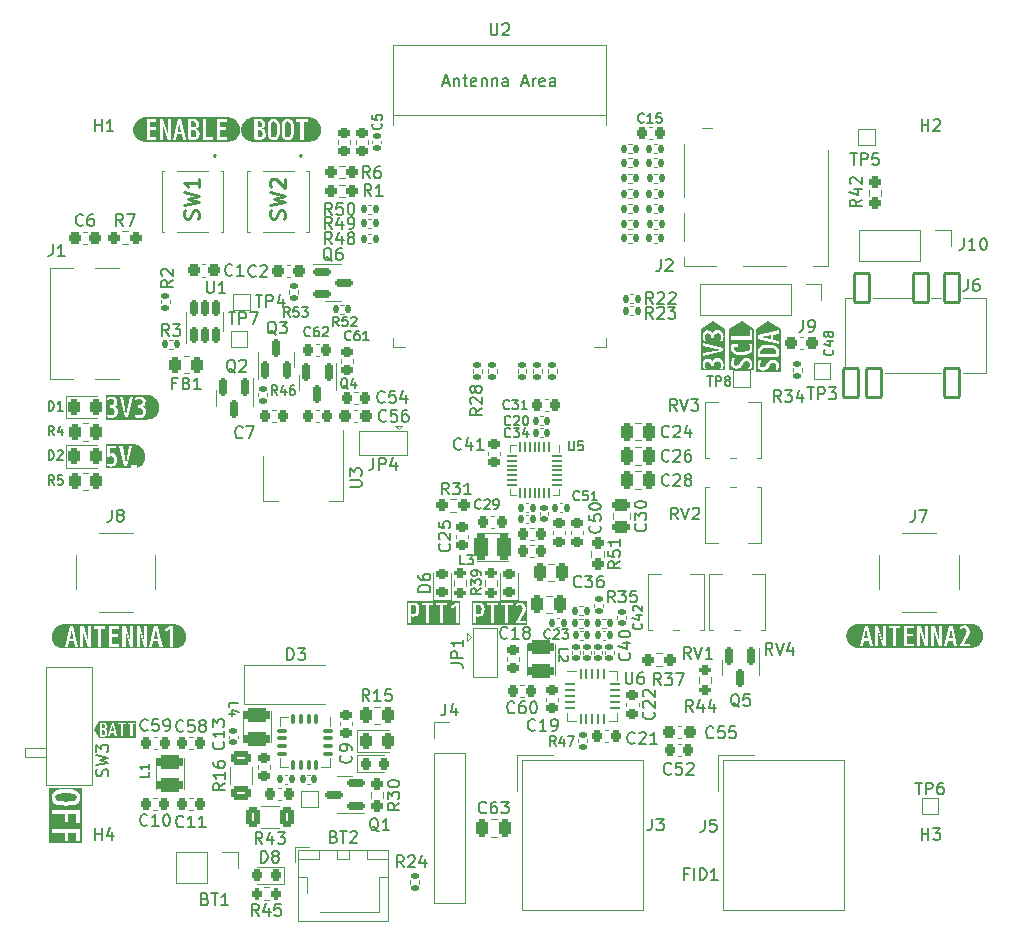
<source format=gbr>
%TF.GenerationSoftware,KiCad,Pcbnew,(6.0.9)*%
%TF.CreationDate,2023-04-06T22:09:24+03:00*%
%TF.ProjectId,cross_band_handy_walkie_talkie_ES8388,63726f73-735f-4626-916e-645f68616e64,rev?*%
%TF.SameCoordinates,Original*%
%TF.FileFunction,Legend,Top*%
%TF.FilePolarity,Positive*%
%FSLAX46Y46*%
G04 Gerber Fmt 4.6, Leading zero omitted, Abs format (unit mm)*
G04 Created by KiCad (PCBNEW (6.0.9)) date 2023-04-06 22:09:24*
%MOMM*%
%LPD*%
G01*
G04 APERTURE LIST*
G04 Aperture macros list*
%AMRoundRect*
0 Rectangle with rounded corners*
0 $1 Rounding radius*
0 $2 $3 $4 $5 $6 $7 $8 $9 X,Y pos of 4 corners*
0 Add a 4 corners polygon primitive as box body*
4,1,4,$2,$3,$4,$5,$6,$7,$8,$9,$2,$3,0*
0 Add four circle primitives for the rounded corners*
1,1,$1+$1,$2,$3*
1,1,$1+$1,$4,$5*
1,1,$1+$1,$6,$7*
1,1,$1+$1,$8,$9*
0 Add four rect primitives between the rounded corners*
20,1,$1+$1,$2,$3,$4,$5,0*
20,1,$1+$1,$4,$5,$6,$7,0*
20,1,$1+$1,$6,$7,$8,$9,0*
20,1,$1+$1,$8,$9,$2,$3,0*%
G04 Aperture macros list end*
%ADD10C,0.130000*%
%ADD11C,0.150000*%
%ADD12C,0.254000*%
%ADD13C,0.100000*%
%ADD14C,0.120000*%
%ADD15C,0.200000*%
%ADD16RoundRect,0.300000X-0.800000X0.300000X-0.800000X-0.300000X0.800000X-0.300000X0.800000X0.300000X0*%
%ADD17RoundRect,0.300000X-0.300000X-0.800000X0.300000X-0.800000X0.300000X0.800000X-0.300000X0.800000X0*%
%ADD18RoundRect,0.300000X0.800000X-0.300000X0.800000X0.300000X-0.800000X0.300000X-0.800000X-0.300000X0*%
%ADD19C,0.610000*%
%ADD20RoundRect,0.225000X0.225000X0.250000X-0.225000X0.250000X-0.225000X-0.250000X0.225000X-0.250000X0*%
%ADD21RoundRect,0.062500X-0.362500X-0.062500X0.362500X-0.062500X0.362500X0.062500X-0.362500X0.062500X0*%
%ADD22RoundRect,0.062500X-0.062500X-0.362500X0.062500X-0.362500X0.062500X0.362500X-0.062500X0.362500X0*%
%ADD23R,2.600000X2.600000*%
%ADD24RoundRect,0.135000X-0.135000X-0.185000X0.135000X-0.185000X0.135000X0.185000X-0.135000X0.185000X0*%
%ADD25R,1.000000X1.000000*%
%ADD26RoundRect,0.150000X0.150000X-0.512500X0.150000X0.512500X-0.150000X0.512500X-0.150000X-0.512500X0*%
%ADD27RoundRect,0.250000X0.250000X0.475000X-0.250000X0.475000X-0.250000X-0.475000X0.250000X-0.475000X0*%
%ADD28RoundRect,0.243750X-0.243750X-0.456250X0.243750X-0.456250X0.243750X0.456250X-0.243750X0.456250X0*%
%ADD29C,5.600000*%
%ADD30C,3.600000*%
%ADD31C,2.000000*%
%ADD32R,1.700000X2.000000*%
%ADD33RoundRect,0.135000X-0.185000X0.135000X-0.185000X-0.135000X0.185000X-0.135000X0.185000X0.135000X0*%
%ADD34RoundRect,0.135000X0.135000X0.185000X-0.135000X0.185000X-0.135000X-0.185000X0.135000X-0.185000X0*%
%ADD35C,3.000000*%
%ADD36RoundRect,0.237500X0.250000X0.237500X-0.250000X0.237500X-0.250000X-0.237500X0.250000X-0.237500X0*%
%ADD37RoundRect,0.250000X-0.262500X-0.450000X0.262500X-0.450000X0.262500X0.450000X-0.262500X0.450000X0*%
%ADD38RoundRect,0.250000X-0.250000X-0.475000X0.250000X-0.475000X0.250000X0.475000X-0.250000X0.475000X0*%
%ADD39RoundRect,0.225000X-0.250000X0.225000X-0.250000X-0.225000X0.250000X-0.225000X0.250000X0.225000X0*%
%ADD40RoundRect,0.200000X0.275000X-0.200000X0.275000X0.200000X-0.275000X0.200000X-0.275000X-0.200000X0*%
%ADD41R,1.500000X2.000000*%
%ADD42R,3.800000X2.000000*%
%ADD43RoundRect,0.150000X-0.150000X0.587500X-0.150000X-0.587500X0.150000X-0.587500X0.150000X0.587500X0*%
%ADD44RoundRect,0.150000X0.587500X0.150000X-0.587500X0.150000X-0.587500X-0.150000X0.587500X-0.150000X0*%
%ADD45RoundRect,0.237500X-0.237500X0.250000X-0.237500X-0.250000X0.237500X-0.250000X0.237500X0.250000X0*%
%ADD46RoundRect,0.140000X-0.170000X0.140000X-0.170000X-0.140000X0.170000X-0.140000X0.170000X0.140000X0*%
%ADD47RoundRect,0.237500X-0.300000X-0.237500X0.300000X-0.237500X0.300000X0.237500X-0.300000X0.237500X0*%
%ADD48R,1.400000X0.800000*%
%ADD49R,0.800000X1.400000*%
%ADD50R,0.800000X0.800000*%
%ADD51RoundRect,0.140000X0.140000X0.170000X-0.140000X0.170000X-0.140000X-0.170000X0.140000X-0.170000X0*%
%ADD52R,1.300000X2.000000*%
%ADD53R,2.000000X2.000000*%
%ADD54RoundRect,0.140000X-0.140000X-0.170000X0.140000X-0.170000X0.140000X0.170000X-0.140000X0.170000X0*%
%ADD55C,2.050000*%
%ADD56C,2.250000*%
%ADD57RoundRect,0.218750X0.256250X-0.218750X0.256250X0.218750X-0.256250X0.218750X-0.256250X-0.218750X0*%
%ADD58RoundRect,0.200000X0.200000X0.275000X-0.200000X0.275000X-0.200000X-0.275000X0.200000X-0.275000X0*%
%ADD59RoundRect,0.225000X0.250000X-0.225000X0.250000X0.225000X-0.250000X0.225000X-0.250000X-0.225000X0*%
%ADD60RoundRect,0.250000X0.312500X0.625000X-0.312500X0.625000X-0.312500X-0.625000X0.312500X-0.625000X0*%
%ADD61R,1.700000X1.700000*%
%ADD62O,1.700000X1.700000*%
%ADD63RoundRect,0.062500X-0.062500X0.350000X-0.062500X-0.350000X0.062500X-0.350000X0.062500X0.350000X0*%
%ADD64RoundRect,0.062500X-0.350000X0.062500X-0.350000X-0.062500X0.350000X-0.062500X0.350000X0.062500X0*%
%ADD65R,2.400000X2.400000*%
%ADD66RoundRect,0.250000X0.625000X-0.312500X0.625000X0.312500X-0.625000X0.312500X-0.625000X-0.312500X0*%
%ADD67RoundRect,0.135000X0.185000X-0.135000X0.185000X0.135000X-0.185000X0.135000X-0.185000X-0.135000X0*%
%ADD68RoundRect,0.237500X-0.250000X-0.237500X0.250000X-0.237500X0.250000X0.237500X-0.250000X0.237500X0*%
%ADD69R,0.850000X1.100000*%
%ADD70R,0.750000X1.100000*%
%ADD71R,1.200000X1.000000*%
%ADD72R,1.550000X1.350000*%
%ADD73R,1.170000X1.800000*%
%ADD74R,1.900000X1.350000*%
%ADD75R,0.700000X1.000000*%
%ADD76RoundRect,0.225000X-0.225000X-0.250000X0.225000X-0.250000X0.225000X0.250000X-0.225000X0.250000X0*%
%ADD77RoundRect,0.140000X0.170000X-0.140000X0.170000X0.140000X-0.170000X0.140000X-0.170000X-0.140000X0*%
%ADD78C,1.200000*%
%ADD79RoundRect,0.150000X0.150000X-0.587500X0.150000X0.587500X-0.150000X0.587500X-0.150000X-0.587500X0*%
%ADD80RoundRect,0.075000X-0.075000X0.337500X-0.075000X-0.337500X0.075000X-0.337500X0.075000X0.337500X0*%
%ADD81RoundRect,0.075000X-0.337500X0.075000X-0.337500X-0.075000X0.337500X-0.075000X0.337500X0.075000X0*%
%ADD82R,2.500000X2.500000*%
%ADD83C,1.500000*%
%ADD84RoundRect,0.237500X0.300000X0.237500X-0.300000X0.237500X-0.300000X-0.237500X0.300000X-0.237500X0*%
%ADD85C,1.000000*%
%ADD86R,3.500000X1.800000*%
%ADD87RoundRect,0.218750X0.218750X0.256250X-0.218750X0.256250X-0.218750X-0.256250X0.218750X-0.256250X0*%
%ADD88R,2.000000X1.700000*%
%ADD89R,1.000000X1.500000*%
%ADD90RoundRect,0.250000X-0.475000X0.250000X-0.475000X-0.250000X0.475000X-0.250000X0.475000X0.250000X0*%
%ADD91C,0.650000*%
%ADD92R,1.450000X0.600000*%
%ADD93R,1.450000X0.300000*%
%ADD94O,1.600000X1.000000*%
%ADD95O,2.100000X1.000000*%
%ADD96RoundRect,0.218750X-0.218750X-0.256250X0.218750X-0.256250X0.218750X0.256250X-0.218750X0.256250X0*%
%ADD97RoundRect,0.107480X-0.642520X-1.217520X0.642520X-1.217520X0.642520X1.217520X-0.642520X1.217520X0*%
%ADD98R,1.500000X1.000000*%
%ADD99RoundRect,0.250000X0.262500X0.450000X-0.262500X0.450000X-0.262500X-0.450000X0.262500X-0.450000X0*%
%ADD100RoundRect,0.150000X-0.587500X-0.150000X0.587500X-0.150000X0.587500X0.150000X-0.587500X0.150000X0*%
G04 APERTURE END LIST*
D10*
%TO.C,L2*%
X93513095Y-95841666D02*
X93513095Y-95460714D01*
X94313095Y-95460714D01*
X94236904Y-96070238D02*
X94275000Y-96108333D01*
X94313095Y-96184523D01*
X94313095Y-96375000D01*
X94275000Y-96451190D01*
X94236904Y-96489285D01*
X94160714Y-96527380D01*
X94084523Y-96527380D01*
X93970238Y-96489285D01*
X93513095Y-96032142D01*
X93513095Y-96527380D01*
%TO.C,L4*%
X65588095Y-100416666D02*
X65588095Y-100035714D01*
X66388095Y-100035714D01*
X66121428Y-101026190D02*
X65588095Y-101026190D01*
X66426190Y-100835714D02*
X65854761Y-100645238D01*
X65854761Y-101140476D01*
%TO.C,L3*%
X85566666Y-88336904D02*
X85185714Y-88336904D01*
X85185714Y-87536904D01*
X85757142Y-87536904D02*
X86252380Y-87536904D01*
X85985714Y-87841666D01*
X86100000Y-87841666D01*
X86176190Y-87879761D01*
X86214285Y-87917857D01*
X86252380Y-87994047D01*
X86252380Y-88184523D01*
X86214285Y-88260714D01*
X86176190Y-88298809D01*
X86100000Y-88336904D01*
X85871428Y-88336904D01*
X85795238Y-88298809D01*
X85757142Y-88260714D01*
%TO.C,L1*%
X58826904Y-105923333D02*
X58826904Y-106304285D01*
X58026904Y-106304285D01*
X58826904Y-105237619D02*
X58826904Y-105694761D01*
X58826904Y-105466190D02*
X58026904Y-105466190D01*
X58141190Y-105542380D01*
X58217380Y-105618571D01*
X58255476Y-105694761D01*
D11*
%TO.C,C62*%
X72460714Y-68960714D02*
X72422619Y-68998809D01*
X72308333Y-69036904D01*
X72232142Y-69036904D01*
X72117857Y-68998809D01*
X72041666Y-68922619D01*
X72003571Y-68846428D01*
X71965476Y-68694047D01*
X71965476Y-68579761D01*
X72003571Y-68427380D01*
X72041666Y-68351190D01*
X72117857Y-68275000D01*
X72232142Y-68236904D01*
X72308333Y-68236904D01*
X72422619Y-68275000D01*
X72460714Y-68313095D01*
X73146428Y-68236904D02*
X72994047Y-68236904D01*
X72917857Y-68275000D01*
X72879761Y-68313095D01*
X72803571Y-68427380D01*
X72765476Y-68579761D01*
X72765476Y-68884523D01*
X72803571Y-68960714D01*
X72841666Y-68998809D01*
X72917857Y-69036904D01*
X73070238Y-69036904D01*
X73146428Y-68998809D01*
X73184523Y-68960714D01*
X73222619Y-68884523D01*
X73222619Y-68694047D01*
X73184523Y-68617857D01*
X73146428Y-68579761D01*
X73070238Y-68541666D01*
X72917857Y-68541666D01*
X72841666Y-68579761D01*
X72803571Y-68617857D01*
X72765476Y-68694047D01*
X73527380Y-68313095D02*
X73565476Y-68275000D01*
X73641666Y-68236904D01*
X73832142Y-68236904D01*
X73908333Y-68275000D01*
X73946428Y-68313095D01*
X73984523Y-68389285D01*
X73984523Y-68465476D01*
X73946428Y-68579761D01*
X73489285Y-69036904D01*
X73984523Y-69036904D01*
%TO.C,U6*%
X99163095Y-97452380D02*
X99163095Y-98261904D01*
X99210714Y-98357142D01*
X99258333Y-98404761D01*
X99353571Y-98452380D01*
X99544047Y-98452380D01*
X99639285Y-98404761D01*
X99686904Y-98357142D01*
X99734523Y-98261904D01*
X99734523Y-97452380D01*
X100639285Y-97452380D02*
X100448809Y-97452380D01*
X100353571Y-97500000D01*
X100305952Y-97547619D01*
X100210714Y-97690476D01*
X100163095Y-97880952D01*
X100163095Y-98261904D01*
X100210714Y-98357142D01*
X100258333Y-98404761D01*
X100353571Y-98452380D01*
X100544047Y-98452380D01*
X100639285Y-98404761D01*
X100686904Y-98357142D01*
X100734523Y-98261904D01*
X100734523Y-98023809D01*
X100686904Y-97928571D01*
X100639285Y-97880952D01*
X100544047Y-97833333D01*
X100353571Y-97833333D01*
X100258333Y-97880952D01*
X100210714Y-97928571D01*
X100163095Y-98023809D01*
%TO.C,R49*%
X74307142Y-59927380D02*
X73973809Y-59451190D01*
X73735714Y-59927380D02*
X73735714Y-58927380D01*
X74116666Y-58927380D01*
X74211904Y-58975000D01*
X74259523Y-59022619D01*
X74307142Y-59117857D01*
X74307142Y-59260714D01*
X74259523Y-59355952D01*
X74211904Y-59403571D01*
X74116666Y-59451190D01*
X73735714Y-59451190D01*
X75164285Y-59260714D02*
X75164285Y-59927380D01*
X74926190Y-58879761D02*
X74688095Y-59594047D01*
X75307142Y-59594047D01*
X75735714Y-59927380D02*
X75926190Y-59927380D01*
X76021428Y-59879761D01*
X76069047Y-59832142D01*
X76164285Y-59689285D01*
X76211904Y-59498809D01*
X76211904Y-59117857D01*
X76164285Y-59022619D01*
X76116666Y-58975000D01*
X76021428Y-58927380D01*
X75830952Y-58927380D01*
X75735714Y-58975000D01*
X75688095Y-59022619D01*
X75640476Y-59117857D01*
X75640476Y-59355952D01*
X75688095Y-59451190D01*
X75735714Y-59498809D01*
X75830952Y-59546428D01*
X76021428Y-59546428D01*
X76116666Y-59498809D01*
X76164285Y-59451190D01*
X76211904Y-59355952D01*
%TO.C,TP5*%
X118188095Y-53502380D02*
X118759523Y-53502380D01*
X118473809Y-54502380D02*
X118473809Y-53502380D01*
X119092857Y-54502380D02*
X119092857Y-53502380D01*
X119473809Y-53502380D01*
X119569047Y-53550000D01*
X119616666Y-53597619D01*
X119664285Y-53692857D01*
X119664285Y-53835714D01*
X119616666Y-53930952D01*
X119569047Y-53978571D01*
X119473809Y-54026190D01*
X119092857Y-54026190D01*
X120569047Y-53502380D02*
X120092857Y-53502380D01*
X120045238Y-53978571D01*
X120092857Y-53930952D01*
X120188095Y-53883333D01*
X120426190Y-53883333D01*
X120521428Y-53930952D01*
X120569047Y-53978571D01*
X120616666Y-54073809D01*
X120616666Y-54311904D01*
X120569047Y-54407142D01*
X120521428Y-54454761D01*
X120426190Y-54502380D01*
X120188095Y-54502380D01*
X120092857Y-54454761D01*
X120045238Y-54407142D01*
%TO.C,U1*%
X63713095Y-64352380D02*
X63713095Y-65161904D01*
X63760714Y-65257142D01*
X63808333Y-65304761D01*
X63903571Y-65352380D01*
X64094047Y-65352380D01*
X64189285Y-65304761D01*
X64236904Y-65257142D01*
X64284523Y-65161904D01*
X64284523Y-64352380D01*
X65284523Y-65352380D02*
X64713095Y-65352380D01*
X64998809Y-65352380D02*
X64998809Y-64352380D01*
X64903571Y-64495238D01*
X64808333Y-64590476D01*
X64713095Y-64638095D01*
%TO.C,C36*%
X95407142Y-90182142D02*
X95359523Y-90229761D01*
X95216666Y-90277380D01*
X95121428Y-90277380D01*
X94978571Y-90229761D01*
X94883333Y-90134523D01*
X94835714Y-90039285D01*
X94788095Y-89848809D01*
X94788095Y-89705952D01*
X94835714Y-89515476D01*
X94883333Y-89420238D01*
X94978571Y-89325000D01*
X95121428Y-89277380D01*
X95216666Y-89277380D01*
X95359523Y-89325000D01*
X95407142Y-89372619D01*
X95740476Y-89277380D02*
X96359523Y-89277380D01*
X96026190Y-89658333D01*
X96169047Y-89658333D01*
X96264285Y-89705952D01*
X96311904Y-89753571D01*
X96359523Y-89848809D01*
X96359523Y-90086904D01*
X96311904Y-90182142D01*
X96264285Y-90229761D01*
X96169047Y-90277380D01*
X95883333Y-90277380D01*
X95788095Y-90229761D01*
X95740476Y-90182142D01*
X97216666Y-89277380D02*
X97026190Y-89277380D01*
X96930952Y-89325000D01*
X96883333Y-89372619D01*
X96788095Y-89515476D01*
X96740476Y-89705952D01*
X96740476Y-90086904D01*
X96788095Y-90182142D01*
X96835714Y-90229761D01*
X96930952Y-90277380D01*
X97121428Y-90277380D01*
X97216666Y-90229761D01*
X97264285Y-90182142D01*
X97311904Y-90086904D01*
X97311904Y-89848809D01*
X97264285Y-89753571D01*
X97216666Y-89705952D01*
X97121428Y-89658333D01*
X96930952Y-89658333D01*
X96835714Y-89705952D01*
X96788095Y-89753571D01*
X96740476Y-89848809D01*
%TO.C,R50*%
X74307142Y-58727380D02*
X73973809Y-58251190D01*
X73735714Y-58727380D02*
X73735714Y-57727380D01*
X74116666Y-57727380D01*
X74211904Y-57775000D01*
X74259523Y-57822619D01*
X74307142Y-57917857D01*
X74307142Y-58060714D01*
X74259523Y-58155952D01*
X74211904Y-58203571D01*
X74116666Y-58251190D01*
X73735714Y-58251190D01*
X75211904Y-57727380D02*
X74735714Y-57727380D01*
X74688095Y-58203571D01*
X74735714Y-58155952D01*
X74830952Y-58108333D01*
X75069047Y-58108333D01*
X75164285Y-58155952D01*
X75211904Y-58203571D01*
X75259523Y-58298809D01*
X75259523Y-58536904D01*
X75211904Y-58632142D01*
X75164285Y-58679761D01*
X75069047Y-58727380D01*
X74830952Y-58727380D01*
X74735714Y-58679761D01*
X74688095Y-58632142D01*
X75878571Y-57727380D02*
X75973809Y-57727380D01*
X76069047Y-57775000D01*
X76116666Y-57822619D01*
X76164285Y-57917857D01*
X76211904Y-58108333D01*
X76211904Y-58346428D01*
X76164285Y-58536904D01*
X76116666Y-58632142D01*
X76069047Y-58679761D01*
X75973809Y-58727380D01*
X75878571Y-58727380D01*
X75783333Y-58679761D01*
X75735714Y-58632142D01*
X75688095Y-58536904D01*
X75640476Y-58346428D01*
X75640476Y-58108333D01*
X75688095Y-57917857D01*
X75735714Y-57822619D01*
X75783333Y-57775000D01*
X75878571Y-57727380D01*
%TO.C,D2*%
X50309523Y-79481904D02*
X50309523Y-78681904D01*
X50500000Y-78681904D01*
X50614285Y-78720000D01*
X50690476Y-78796190D01*
X50728571Y-78872380D01*
X50766666Y-79024761D01*
X50766666Y-79139047D01*
X50728571Y-79291428D01*
X50690476Y-79367619D01*
X50614285Y-79443809D01*
X50500000Y-79481904D01*
X50309523Y-79481904D01*
X51071428Y-78758095D02*
X51109523Y-78720000D01*
X51185714Y-78681904D01*
X51376190Y-78681904D01*
X51452380Y-78720000D01*
X51490476Y-78758095D01*
X51528571Y-78834285D01*
X51528571Y-78910476D01*
X51490476Y-79024761D01*
X51033333Y-79481904D01*
X51528571Y-79481904D01*
%TO.C,H1*%
X54238095Y-51652380D02*
X54238095Y-50652380D01*
X54238095Y-51128571D02*
X54809523Y-51128571D01*
X54809523Y-51652380D02*
X54809523Y-50652380D01*
X55809523Y-51652380D02*
X55238095Y-51652380D01*
X55523809Y-51652380D02*
X55523809Y-50652380D01*
X55428571Y-50795238D01*
X55333333Y-50890476D01*
X55238095Y-50938095D01*
%TO.C,C31*%
X89310714Y-75110714D02*
X89272619Y-75148809D01*
X89158333Y-75186904D01*
X89082142Y-75186904D01*
X88967857Y-75148809D01*
X88891666Y-75072619D01*
X88853571Y-74996428D01*
X88815476Y-74844047D01*
X88815476Y-74729761D01*
X88853571Y-74577380D01*
X88891666Y-74501190D01*
X88967857Y-74425000D01*
X89082142Y-74386904D01*
X89158333Y-74386904D01*
X89272619Y-74425000D01*
X89310714Y-74463095D01*
X89577380Y-74386904D02*
X90072619Y-74386904D01*
X89805952Y-74691666D01*
X89920238Y-74691666D01*
X89996428Y-74729761D01*
X90034523Y-74767857D01*
X90072619Y-74844047D01*
X90072619Y-75034523D01*
X90034523Y-75110714D01*
X89996428Y-75148809D01*
X89920238Y-75186904D01*
X89691666Y-75186904D01*
X89615476Y-75148809D01*
X89577380Y-75110714D01*
X90834523Y-75186904D02*
X90377380Y-75186904D01*
X90605952Y-75186904D02*
X90605952Y-74386904D01*
X90529761Y-74501190D01*
X90453571Y-74577380D01*
X90377380Y-74615476D01*
%TO.C,BT1*%
X63564285Y-116653571D02*
X63707142Y-116701190D01*
X63754761Y-116748809D01*
X63802380Y-116844047D01*
X63802380Y-116986904D01*
X63754761Y-117082142D01*
X63707142Y-117129761D01*
X63611904Y-117177380D01*
X63230952Y-117177380D01*
X63230952Y-116177380D01*
X63564285Y-116177380D01*
X63659523Y-116225000D01*
X63707142Y-116272619D01*
X63754761Y-116367857D01*
X63754761Y-116463095D01*
X63707142Y-116558333D01*
X63659523Y-116605952D01*
X63564285Y-116653571D01*
X63230952Y-116653571D01*
X64088095Y-116177380D02*
X64659523Y-116177380D01*
X64373809Y-117177380D02*
X64373809Y-116177380D01*
X65516666Y-117177380D02*
X64945238Y-117177380D01*
X65230952Y-117177380D02*
X65230952Y-116177380D01*
X65135714Y-116320238D01*
X65040476Y-116415476D01*
X64945238Y-116463095D01*
%TO.C,J3*%
X101391666Y-109852380D02*
X101391666Y-110566666D01*
X101344047Y-110709523D01*
X101248809Y-110804761D01*
X101105952Y-110852380D01*
X101010714Y-110852380D01*
X101772619Y-109852380D02*
X102391666Y-109852380D01*
X102058333Y-110233333D01*
X102201190Y-110233333D01*
X102296428Y-110280952D01*
X102344047Y-110328571D01*
X102391666Y-110423809D01*
X102391666Y-110661904D01*
X102344047Y-110757142D01*
X102296428Y-110804761D01*
X102201190Y-110852380D01*
X101915476Y-110852380D01*
X101820238Y-110804761D01*
X101772619Y-110757142D01*
%TO.C,R53*%
X70735714Y-67361904D02*
X70469047Y-66980952D01*
X70278571Y-67361904D02*
X70278571Y-66561904D01*
X70583333Y-66561904D01*
X70659523Y-66600000D01*
X70697619Y-66638095D01*
X70735714Y-66714285D01*
X70735714Y-66828571D01*
X70697619Y-66904761D01*
X70659523Y-66942857D01*
X70583333Y-66980952D01*
X70278571Y-66980952D01*
X71459523Y-66561904D02*
X71078571Y-66561904D01*
X71040476Y-66942857D01*
X71078571Y-66904761D01*
X71154761Y-66866666D01*
X71345238Y-66866666D01*
X71421428Y-66904761D01*
X71459523Y-66942857D01*
X71497619Y-67019047D01*
X71497619Y-67209523D01*
X71459523Y-67285714D01*
X71421428Y-67323809D01*
X71345238Y-67361904D01*
X71154761Y-67361904D01*
X71078571Y-67323809D01*
X71040476Y-67285714D01*
X71764285Y-66561904D02*
X72259523Y-66561904D01*
X71992857Y-66866666D01*
X72107142Y-66866666D01*
X72183333Y-66904761D01*
X72221428Y-66942857D01*
X72259523Y-67019047D01*
X72259523Y-67209523D01*
X72221428Y-67285714D01*
X72183333Y-67323809D01*
X72107142Y-67361904D01*
X71878571Y-67361904D01*
X71802380Y-67323809D01*
X71764285Y-67285714D01*
%TO.C,R31*%
X84182142Y-82402380D02*
X83848809Y-81926190D01*
X83610714Y-82402380D02*
X83610714Y-81402380D01*
X83991666Y-81402380D01*
X84086904Y-81450000D01*
X84134523Y-81497619D01*
X84182142Y-81592857D01*
X84182142Y-81735714D01*
X84134523Y-81830952D01*
X84086904Y-81878571D01*
X83991666Y-81926190D01*
X83610714Y-81926190D01*
X84515476Y-81402380D02*
X85134523Y-81402380D01*
X84801190Y-81783333D01*
X84944047Y-81783333D01*
X85039285Y-81830952D01*
X85086904Y-81878571D01*
X85134523Y-81973809D01*
X85134523Y-82211904D01*
X85086904Y-82307142D01*
X85039285Y-82354761D01*
X84944047Y-82402380D01*
X84658333Y-82402380D01*
X84563095Y-82354761D01*
X84515476Y-82307142D01*
X86086904Y-82402380D02*
X85515476Y-82402380D01*
X85801190Y-82402380D02*
X85801190Y-81402380D01*
X85705952Y-81545238D01*
X85610714Y-81640476D01*
X85515476Y-81688095D01*
%TO.C,R15*%
X77472142Y-99902380D02*
X77138809Y-99426190D01*
X76900714Y-99902380D02*
X76900714Y-98902380D01*
X77281666Y-98902380D01*
X77376904Y-98950000D01*
X77424523Y-98997619D01*
X77472142Y-99092857D01*
X77472142Y-99235714D01*
X77424523Y-99330952D01*
X77376904Y-99378571D01*
X77281666Y-99426190D01*
X76900714Y-99426190D01*
X78424523Y-99902380D02*
X77853095Y-99902380D01*
X78138809Y-99902380D02*
X78138809Y-98902380D01*
X78043571Y-99045238D01*
X77948333Y-99140476D01*
X77853095Y-99188095D01*
X79329285Y-98902380D02*
X78853095Y-98902380D01*
X78805476Y-99378571D01*
X78853095Y-99330952D01*
X78948333Y-99283333D01*
X79186428Y-99283333D01*
X79281666Y-99330952D01*
X79329285Y-99378571D01*
X79376904Y-99473809D01*
X79376904Y-99711904D01*
X79329285Y-99807142D01*
X79281666Y-99854761D01*
X79186428Y-99902380D01*
X78948333Y-99902380D01*
X78853095Y-99854761D01*
X78805476Y-99807142D01*
%TO.C,C29*%
X86910714Y-83560714D02*
X86872619Y-83598809D01*
X86758333Y-83636904D01*
X86682142Y-83636904D01*
X86567857Y-83598809D01*
X86491666Y-83522619D01*
X86453571Y-83446428D01*
X86415476Y-83294047D01*
X86415476Y-83179761D01*
X86453571Y-83027380D01*
X86491666Y-82951190D01*
X86567857Y-82875000D01*
X86682142Y-82836904D01*
X86758333Y-82836904D01*
X86872619Y-82875000D01*
X86910714Y-82913095D01*
X87215476Y-82913095D02*
X87253571Y-82875000D01*
X87329761Y-82836904D01*
X87520238Y-82836904D01*
X87596428Y-82875000D01*
X87634523Y-82913095D01*
X87672619Y-82989285D01*
X87672619Y-83065476D01*
X87634523Y-83179761D01*
X87177380Y-83636904D01*
X87672619Y-83636904D01*
X88053571Y-83636904D02*
X88205952Y-83636904D01*
X88282142Y-83598809D01*
X88320238Y-83560714D01*
X88396428Y-83446428D01*
X88434523Y-83294047D01*
X88434523Y-82989285D01*
X88396428Y-82913095D01*
X88358333Y-82875000D01*
X88282142Y-82836904D01*
X88129761Y-82836904D01*
X88053571Y-82875000D01*
X88015476Y-82913095D01*
X87977380Y-82989285D01*
X87977380Y-83179761D01*
X88015476Y-83255952D01*
X88053571Y-83294047D01*
X88129761Y-83332142D01*
X88282142Y-83332142D01*
X88358333Y-83294047D01*
X88396428Y-83255952D01*
X88434523Y-83179761D01*
%TO.C,C26*%
X102832142Y-79532142D02*
X102784523Y-79579761D01*
X102641666Y-79627380D01*
X102546428Y-79627380D01*
X102403571Y-79579761D01*
X102308333Y-79484523D01*
X102260714Y-79389285D01*
X102213095Y-79198809D01*
X102213095Y-79055952D01*
X102260714Y-78865476D01*
X102308333Y-78770238D01*
X102403571Y-78675000D01*
X102546428Y-78627380D01*
X102641666Y-78627380D01*
X102784523Y-78675000D01*
X102832142Y-78722619D01*
X103213095Y-78722619D02*
X103260714Y-78675000D01*
X103355952Y-78627380D01*
X103594047Y-78627380D01*
X103689285Y-78675000D01*
X103736904Y-78722619D01*
X103784523Y-78817857D01*
X103784523Y-78913095D01*
X103736904Y-79055952D01*
X103165476Y-79627380D01*
X103784523Y-79627380D01*
X104641666Y-78627380D02*
X104451190Y-78627380D01*
X104355952Y-78675000D01*
X104308333Y-78722619D01*
X104213095Y-78865476D01*
X104165476Y-79055952D01*
X104165476Y-79436904D01*
X104213095Y-79532142D01*
X104260714Y-79579761D01*
X104355952Y-79627380D01*
X104546428Y-79627380D01*
X104641666Y-79579761D01*
X104689285Y-79532142D01*
X104736904Y-79436904D01*
X104736904Y-79198809D01*
X104689285Y-79103571D01*
X104641666Y-79055952D01*
X104546428Y-79008333D01*
X104355952Y-79008333D01*
X104260714Y-79055952D01*
X104213095Y-79103571D01*
X104165476Y-79198809D01*
%TO.C,R47*%
X93260714Y-103686904D02*
X92994047Y-103305952D01*
X92803571Y-103686904D02*
X92803571Y-102886904D01*
X93108333Y-102886904D01*
X93184523Y-102925000D01*
X93222619Y-102963095D01*
X93260714Y-103039285D01*
X93260714Y-103153571D01*
X93222619Y-103229761D01*
X93184523Y-103267857D01*
X93108333Y-103305952D01*
X92803571Y-103305952D01*
X93946428Y-103153571D02*
X93946428Y-103686904D01*
X93755952Y-102848809D02*
X93565476Y-103420238D01*
X94060714Y-103420238D01*
X94289285Y-102886904D02*
X94822619Y-102886904D01*
X94479761Y-103686904D01*
%TO.C,C18*%
X89157142Y-94532142D02*
X89109523Y-94579761D01*
X88966666Y-94627380D01*
X88871428Y-94627380D01*
X88728571Y-94579761D01*
X88633333Y-94484523D01*
X88585714Y-94389285D01*
X88538095Y-94198809D01*
X88538095Y-94055952D01*
X88585714Y-93865476D01*
X88633333Y-93770238D01*
X88728571Y-93675000D01*
X88871428Y-93627380D01*
X88966666Y-93627380D01*
X89109523Y-93675000D01*
X89157142Y-93722619D01*
X90109523Y-94627380D02*
X89538095Y-94627380D01*
X89823809Y-94627380D02*
X89823809Y-93627380D01*
X89728571Y-93770238D01*
X89633333Y-93865476D01*
X89538095Y-93913095D01*
X90680952Y-94055952D02*
X90585714Y-94008333D01*
X90538095Y-93960714D01*
X90490476Y-93865476D01*
X90490476Y-93817857D01*
X90538095Y-93722619D01*
X90585714Y-93675000D01*
X90680952Y-93627380D01*
X90871428Y-93627380D01*
X90966666Y-93675000D01*
X91014285Y-93722619D01*
X91061904Y-93817857D01*
X91061904Y-93865476D01*
X91014285Y-93960714D01*
X90966666Y-94008333D01*
X90871428Y-94055952D01*
X90680952Y-94055952D01*
X90585714Y-94103571D01*
X90538095Y-94151190D01*
X90490476Y-94246428D01*
X90490476Y-94436904D01*
X90538095Y-94532142D01*
X90585714Y-94579761D01*
X90680952Y-94627380D01*
X90871428Y-94627380D01*
X90966666Y-94579761D01*
X91014285Y-94532142D01*
X91061904Y-94436904D01*
X91061904Y-94246428D01*
X91014285Y-94151190D01*
X90966666Y-94103571D01*
X90871428Y-94055952D01*
%TO.C,D1*%
X50309523Y-75311904D02*
X50309523Y-74511904D01*
X50500000Y-74511904D01*
X50614285Y-74550000D01*
X50690476Y-74626190D01*
X50728571Y-74702380D01*
X50766666Y-74854761D01*
X50766666Y-74969047D01*
X50728571Y-75121428D01*
X50690476Y-75197619D01*
X50614285Y-75273809D01*
X50500000Y-75311904D01*
X50309523Y-75311904D01*
X51528571Y-75311904D02*
X51071428Y-75311904D01*
X51300000Y-75311904D02*
X51300000Y-74511904D01*
X51223809Y-74626190D01*
X51147619Y-74702380D01*
X51071428Y-74740476D01*
%TO.C,R39*%
X86886904Y-90364285D02*
X86505952Y-90630952D01*
X86886904Y-90821428D02*
X86086904Y-90821428D01*
X86086904Y-90516666D01*
X86125000Y-90440476D01*
X86163095Y-90402380D01*
X86239285Y-90364285D01*
X86353571Y-90364285D01*
X86429761Y-90402380D01*
X86467857Y-90440476D01*
X86505952Y-90516666D01*
X86505952Y-90821428D01*
X86086904Y-90097619D02*
X86086904Y-89602380D01*
X86391666Y-89869047D01*
X86391666Y-89754761D01*
X86429761Y-89678571D01*
X86467857Y-89640476D01*
X86544047Y-89602380D01*
X86734523Y-89602380D01*
X86810714Y-89640476D01*
X86848809Y-89678571D01*
X86886904Y-89754761D01*
X86886904Y-89983333D01*
X86848809Y-90059523D01*
X86810714Y-90097619D01*
X86886904Y-89221428D02*
X86886904Y-89069047D01*
X86848809Y-88992857D01*
X86810714Y-88954761D01*
X86696428Y-88878571D01*
X86544047Y-88840476D01*
X86239285Y-88840476D01*
X86163095Y-88878571D01*
X86125000Y-88916666D01*
X86086904Y-88992857D01*
X86086904Y-89145238D01*
X86125000Y-89221428D01*
X86163095Y-89259523D01*
X86239285Y-89297619D01*
X86429761Y-89297619D01*
X86505952Y-89259523D01*
X86544047Y-89221428D01*
X86582142Y-89145238D01*
X86582142Y-88992857D01*
X86544047Y-88916666D01*
X86505952Y-88878571D01*
X86429761Y-88840476D01*
%TO.C,U3*%
X75822380Y-81781904D02*
X76631904Y-81781904D01*
X76727142Y-81734285D01*
X76774761Y-81686666D01*
X76822380Y-81591428D01*
X76822380Y-81400952D01*
X76774761Y-81305714D01*
X76727142Y-81258095D01*
X76631904Y-81210476D01*
X75822380Y-81210476D01*
X75822380Y-80829523D02*
X75822380Y-80210476D01*
X76203333Y-80543809D01*
X76203333Y-80400952D01*
X76250952Y-80305714D01*
X76298571Y-80258095D01*
X76393809Y-80210476D01*
X76631904Y-80210476D01*
X76727142Y-80258095D01*
X76774761Y-80305714D01*
X76822380Y-80400952D01*
X76822380Y-80686666D01*
X76774761Y-80781904D01*
X76727142Y-80829523D01*
%TO.C,Q4*%
X75648809Y-73463095D02*
X75572619Y-73425000D01*
X75496428Y-73348809D01*
X75382142Y-73234523D01*
X75305952Y-73196428D01*
X75229761Y-73196428D01*
X75267857Y-73386904D02*
X75191666Y-73348809D01*
X75115476Y-73272619D01*
X75077380Y-73120238D01*
X75077380Y-72853571D01*
X75115476Y-72701190D01*
X75191666Y-72625000D01*
X75267857Y-72586904D01*
X75420238Y-72586904D01*
X75496428Y-72625000D01*
X75572619Y-72701190D01*
X75610714Y-72853571D01*
X75610714Y-73120238D01*
X75572619Y-73272619D01*
X75496428Y-73348809D01*
X75420238Y-73386904D01*
X75267857Y-73386904D01*
X76296428Y-72853571D02*
X76296428Y-73386904D01*
X76105952Y-72548809D02*
X75915476Y-73120238D01*
X76410714Y-73120238D01*
%TO.C,Q1*%
X78254761Y-110922619D02*
X78159523Y-110875000D01*
X78064285Y-110779761D01*
X77921428Y-110636904D01*
X77826190Y-110589285D01*
X77730952Y-110589285D01*
X77778571Y-110827380D02*
X77683333Y-110779761D01*
X77588095Y-110684523D01*
X77540476Y-110494047D01*
X77540476Y-110160714D01*
X77588095Y-109970238D01*
X77683333Y-109875000D01*
X77778571Y-109827380D01*
X77969047Y-109827380D01*
X78064285Y-109875000D01*
X78159523Y-109970238D01*
X78207142Y-110160714D01*
X78207142Y-110494047D01*
X78159523Y-110684523D01*
X78064285Y-110779761D01*
X77969047Y-110827380D01*
X77778571Y-110827380D01*
X79159523Y-110827380D02*
X78588095Y-110827380D01*
X78873809Y-110827380D02*
X78873809Y-109827380D01*
X78778571Y-109970238D01*
X78683333Y-110065476D01*
X78588095Y-110113095D01*
%TO.C,R42*%
X119152380Y-57442857D02*
X118676190Y-57776190D01*
X119152380Y-58014285D02*
X118152380Y-58014285D01*
X118152380Y-57633333D01*
X118200000Y-57538095D01*
X118247619Y-57490476D01*
X118342857Y-57442857D01*
X118485714Y-57442857D01*
X118580952Y-57490476D01*
X118628571Y-57538095D01*
X118676190Y-57633333D01*
X118676190Y-58014285D01*
X118485714Y-56585714D02*
X119152380Y-56585714D01*
X118104761Y-56823809D02*
X118819047Y-57061904D01*
X118819047Y-56442857D01*
X118247619Y-56109523D02*
X118200000Y-56061904D01*
X118152380Y-55966666D01*
X118152380Y-55728571D01*
X118200000Y-55633333D01*
X118247619Y-55585714D01*
X118342857Y-55538095D01*
X118438095Y-55538095D01*
X118580952Y-55585714D01*
X119152380Y-56157142D01*
X119152380Y-55538095D01*
%TO.C,TP4*%
X67838095Y-65527380D02*
X68409523Y-65527380D01*
X68123809Y-66527380D02*
X68123809Y-65527380D01*
X68742857Y-66527380D02*
X68742857Y-65527380D01*
X69123809Y-65527380D01*
X69219047Y-65575000D01*
X69266666Y-65622619D01*
X69314285Y-65717857D01*
X69314285Y-65860714D01*
X69266666Y-65955952D01*
X69219047Y-66003571D01*
X69123809Y-66051190D01*
X68742857Y-66051190D01*
X70171428Y-65860714D02*
X70171428Y-66527380D01*
X69933333Y-65479761D02*
X69695238Y-66194047D01*
X70314285Y-66194047D01*
%TO.C,C1*%
X65878333Y-63802142D02*
X65830714Y-63849761D01*
X65687857Y-63897380D01*
X65592619Y-63897380D01*
X65449761Y-63849761D01*
X65354523Y-63754523D01*
X65306904Y-63659285D01*
X65259285Y-63468809D01*
X65259285Y-63325952D01*
X65306904Y-63135476D01*
X65354523Y-63040238D01*
X65449761Y-62945000D01*
X65592619Y-62897380D01*
X65687857Y-62897380D01*
X65830714Y-62945000D01*
X65878333Y-62992619D01*
X66830714Y-63897380D02*
X66259285Y-63897380D01*
X66545000Y-63897380D02*
X66545000Y-62897380D01*
X66449761Y-63040238D01*
X66354523Y-63135476D01*
X66259285Y-63183095D01*
%TO.C,U2*%
X87733095Y-42537380D02*
X87733095Y-43346904D01*
X87780714Y-43442142D01*
X87828333Y-43489761D01*
X87923571Y-43537380D01*
X88114047Y-43537380D01*
X88209285Y-43489761D01*
X88256904Y-43442142D01*
X88304523Y-43346904D01*
X88304523Y-42537380D01*
X88733095Y-42632619D02*
X88780714Y-42585000D01*
X88875952Y-42537380D01*
X89114047Y-42537380D01*
X89209285Y-42585000D01*
X89256904Y-42632619D01*
X89304523Y-42727857D01*
X89304523Y-42823095D01*
X89256904Y-42965952D01*
X88685476Y-43537380D01*
X89304523Y-43537380D01*
X83733095Y-47551666D02*
X84209285Y-47551666D01*
X83637857Y-47837380D02*
X83971190Y-46837380D01*
X84304523Y-47837380D01*
X84637857Y-47170714D02*
X84637857Y-47837380D01*
X84637857Y-47265952D02*
X84685476Y-47218333D01*
X84780714Y-47170714D01*
X84923571Y-47170714D01*
X85018809Y-47218333D01*
X85066428Y-47313571D01*
X85066428Y-47837380D01*
X85399761Y-47170714D02*
X85780714Y-47170714D01*
X85542619Y-46837380D02*
X85542619Y-47694523D01*
X85590238Y-47789761D01*
X85685476Y-47837380D01*
X85780714Y-47837380D01*
X86495000Y-47789761D02*
X86399761Y-47837380D01*
X86209285Y-47837380D01*
X86114047Y-47789761D01*
X86066428Y-47694523D01*
X86066428Y-47313571D01*
X86114047Y-47218333D01*
X86209285Y-47170714D01*
X86399761Y-47170714D01*
X86495000Y-47218333D01*
X86542619Y-47313571D01*
X86542619Y-47408809D01*
X86066428Y-47504047D01*
X86971190Y-47170714D02*
X86971190Y-47837380D01*
X86971190Y-47265952D02*
X87018809Y-47218333D01*
X87114047Y-47170714D01*
X87256904Y-47170714D01*
X87352142Y-47218333D01*
X87399761Y-47313571D01*
X87399761Y-47837380D01*
X87875952Y-47170714D02*
X87875952Y-47837380D01*
X87875952Y-47265952D02*
X87923571Y-47218333D01*
X88018809Y-47170714D01*
X88161666Y-47170714D01*
X88256904Y-47218333D01*
X88304523Y-47313571D01*
X88304523Y-47837380D01*
X89209285Y-47837380D02*
X89209285Y-47313571D01*
X89161666Y-47218333D01*
X89066428Y-47170714D01*
X88875952Y-47170714D01*
X88780714Y-47218333D01*
X89209285Y-47789761D02*
X89114047Y-47837380D01*
X88875952Y-47837380D01*
X88780714Y-47789761D01*
X88733095Y-47694523D01*
X88733095Y-47599285D01*
X88780714Y-47504047D01*
X88875952Y-47456428D01*
X89114047Y-47456428D01*
X89209285Y-47408809D01*
X90399761Y-47551666D02*
X90875952Y-47551666D01*
X90304523Y-47837380D02*
X90637857Y-46837380D01*
X90971190Y-47837380D01*
X91304523Y-47837380D02*
X91304523Y-47170714D01*
X91304523Y-47361190D02*
X91352142Y-47265952D01*
X91399761Y-47218333D01*
X91495000Y-47170714D01*
X91590238Y-47170714D01*
X92304523Y-47789761D02*
X92209285Y-47837380D01*
X92018809Y-47837380D01*
X91923571Y-47789761D01*
X91875952Y-47694523D01*
X91875952Y-47313571D01*
X91923571Y-47218333D01*
X92018809Y-47170714D01*
X92209285Y-47170714D01*
X92304523Y-47218333D01*
X92352142Y-47313571D01*
X92352142Y-47408809D01*
X91875952Y-47504047D01*
X93209285Y-47837380D02*
X93209285Y-47313571D01*
X93161666Y-47218333D01*
X93066428Y-47170714D01*
X92875952Y-47170714D01*
X92780714Y-47218333D01*
X93209285Y-47789761D02*
X93114047Y-47837380D01*
X92875952Y-47837380D01*
X92780714Y-47789761D01*
X92733095Y-47694523D01*
X92733095Y-47599285D01*
X92780714Y-47504047D01*
X92875952Y-47456428D01*
X93114047Y-47456428D01*
X93209285Y-47408809D01*
%TO.C,Q2*%
X66129761Y-72097619D02*
X66034523Y-72050000D01*
X65939285Y-71954761D01*
X65796428Y-71811904D01*
X65701190Y-71764285D01*
X65605952Y-71764285D01*
X65653571Y-72002380D02*
X65558333Y-71954761D01*
X65463095Y-71859523D01*
X65415476Y-71669047D01*
X65415476Y-71335714D01*
X65463095Y-71145238D01*
X65558333Y-71050000D01*
X65653571Y-71002380D01*
X65844047Y-71002380D01*
X65939285Y-71050000D01*
X66034523Y-71145238D01*
X66082142Y-71335714D01*
X66082142Y-71669047D01*
X66034523Y-71859523D01*
X65939285Y-71954761D01*
X65844047Y-72002380D01*
X65653571Y-72002380D01*
X66463095Y-71097619D02*
X66510714Y-71050000D01*
X66605952Y-71002380D01*
X66844047Y-71002380D01*
X66939285Y-71050000D01*
X66986904Y-71097619D01*
X67034523Y-71192857D01*
X67034523Y-71288095D01*
X66986904Y-71430952D01*
X66415476Y-72002380D01*
X67034523Y-72002380D01*
%TO.C,RV1*%
X104704761Y-96302380D02*
X104371428Y-95826190D01*
X104133333Y-96302380D02*
X104133333Y-95302380D01*
X104514285Y-95302380D01*
X104609523Y-95350000D01*
X104657142Y-95397619D01*
X104704761Y-95492857D01*
X104704761Y-95635714D01*
X104657142Y-95730952D01*
X104609523Y-95778571D01*
X104514285Y-95826190D01*
X104133333Y-95826190D01*
X104990476Y-95302380D02*
X105323809Y-96302380D01*
X105657142Y-95302380D01*
X106514285Y-96302380D02*
X105942857Y-96302380D01*
X106228571Y-96302380D02*
X106228571Y-95302380D01*
X106133333Y-95445238D01*
X106038095Y-95540476D01*
X105942857Y-95588095D01*
%TO.C,R35*%
X98232142Y-91552380D02*
X97898809Y-91076190D01*
X97660714Y-91552380D02*
X97660714Y-90552380D01*
X98041666Y-90552380D01*
X98136904Y-90600000D01*
X98184523Y-90647619D01*
X98232142Y-90742857D01*
X98232142Y-90885714D01*
X98184523Y-90980952D01*
X98136904Y-91028571D01*
X98041666Y-91076190D01*
X97660714Y-91076190D01*
X98565476Y-90552380D02*
X99184523Y-90552380D01*
X98851190Y-90933333D01*
X98994047Y-90933333D01*
X99089285Y-90980952D01*
X99136904Y-91028571D01*
X99184523Y-91123809D01*
X99184523Y-91361904D01*
X99136904Y-91457142D01*
X99089285Y-91504761D01*
X98994047Y-91552380D01*
X98708333Y-91552380D01*
X98613095Y-91504761D01*
X98565476Y-91457142D01*
X100089285Y-90552380D02*
X99613095Y-90552380D01*
X99565476Y-91028571D01*
X99613095Y-90980952D01*
X99708333Y-90933333D01*
X99946428Y-90933333D01*
X100041666Y-90980952D01*
X100089285Y-91028571D01*
X100136904Y-91123809D01*
X100136904Y-91361904D01*
X100089285Y-91457142D01*
X100041666Y-91504761D01*
X99946428Y-91552380D01*
X99708333Y-91552380D01*
X99613095Y-91504761D01*
X99565476Y-91457142D01*
%TO.C,J8*%
X55666666Y-83702380D02*
X55666666Y-84416666D01*
X55619047Y-84559523D01*
X55523809Y-84654761D01*
X55380952Y-84702380D01*
X55285714Y-84702380D01*
X56285714Y-84130952D02*
X56190476Y-84083333D01*
X56142857Y-84035714D01*
X56095238Y-83940476D01*
X56095238Y-83892857D01*
X56142857Y-83797619D01*
X56190476Y-83750000D01*
X56285714Y-83702380D01*
X56476190Y-83702380D01*
X56571428Y-83750000D01*
X56619047Y-83797619D01*
X56666666Y-83892857D01*
X56666666Y-83940476D01*
X56619047Y-84035714D01*
X56571428Y-84083333D01*
X56476190Y-84130952D01*
X56285714Y-84130952D01*
X56190476Y-84178571D01*
X56142857Y-84226190D01*
X56095238Y-84321428D01*
X56095238Y-84511904D01*
X56142857Y-84607142D01*
X56190476Y-84654761D01*
X56285714Y-84702380D01*
X56476190Y-84702380D01*
X56571428Y-84654761D01*
X56619047Y-84607142D01*
X56666666Y-84511904D01*
X56666666Y-84321428D01*
X56619047Y-84226190D01*
X56571428Y-84178571D01*
X56476190Y-84130952D01*
%TO.C,C54*%
X78757142Y-74557142D02*
X78709523Y-74604761D01*
X78566666Y-74652380D01*
X78471428Y-74652380D01*
X78328571Y-74604761D01*
X78233333Y-74509523D01*
X78185714Y-74414285D01*
X78138095Y-74223809D01*
X78138095Y-74080952D01*
X78185714Y-73890476D01*
X78233333Y-73795238D01*
X78328571Y-73700000D01*
X78471428Y-73652380D01*
X78566666Y-73652380D01*
X78709523Y-73700000D01*
X78757142Y-73747619D01*
X79661904Y-73652380D02*
X79185714Y-73652380D01*
X79138095Y-74128571D01*
X79185714Y-74080952D01*
X79280952Y-74033333D01*
X79519047Y-74033333D01*
X79614285Y-74080952D01*
X79661904Y-74128571D01*
X79709523Y-74223809D01*
X79709523Y-74461904D01*
X79661904Y-74557142D01*
X79614285Y-74604761D01*
X79519047Y-74652380D01*
X79280952Y-74652380D01*
X79185714Y-74604761D01*
X79138095Y-74557142D01*
X80566666Y-73985714D02*
X80566666Y-74652380D01*
X80328571Y-73604761D02*
X80090476Y-74319047D01*
X80709523Y-74319047D01*
%TO.C,R45*%
X68107142Y-118082380D02*
X67773809Y-117606190D01*
X67535714Y-118082380D02*
X67535714Y-117082380D01*
X67916666Y-117082380D01*
X68011904Y-117130000D01*
X68059523Y-117177619D01*
X68107142Y-117272857D01*
X68107142Y-117415714D01*
X68059523Y-117510952D01*
X68011904Y-117558571D01*
X67916666Y-117606190D01*
X67535714Y-117606190D01*
X68964285Y-117415714D02*
X68964285Y-118082380D01*
X68726190Y-117034761D02*
X68488095Y-117749047D01*
X69107142Y-117749047D01*
X69964285Y-117082380D02*
X69488095Y-117082380D01*
X69440476Y-117558571D01*
X69488095Y-117510952D01*
X69583333Y-117463333D01*
X69821428Y-117463333D01*
X69916666Y-117510952D01*
X69964285Y-117558571D01*
X70011904Y-117653809D01*
X70011904Y-117891904D01*
X69964285Y-117987142D01*
X69916666Y-118034761D01*
X69821428Y-118082380D01*
X69583333Y-118082380D01*
X69488095Y-118034761D01*
X69440476Y-117987142D01*
%TO.C,J7*%
X123666666Y-83702380D02*
X123666666Y-84416666D01*
X123619047Y-84559523D01*
X123523809Y-84654761D01*
X123380952Y-84702380D01*
X123285714Y-84702380D01*
X124047619Y-83702380D02*
X124714285Y-83702380D01*
X124285714Y-84702380D01*
%TO.C,R23*%
X101482142Y-67527380D02*
X101148809Y-67051190D01*
X100910714Y-67527380D02*
X100910714Y-66527380D01*
X101291666Y-66527380D01*
X101386904Y-66575000D01*
X101434523Y-66622619D01*
X101482142Y-66717857D01*
X101482142Y-66860714D01*
X101434523Y-66955952D01*
X101386904Y-67003571D01*
X101291666Y-67051190D01*
X100910714Y-67051190D01*
X101863095Y-66622619D02*
X101910714Y-66575000D01*
X102005952Y-66527380D01*
X102244047Y-66527380D01*
X102339285Y-66575000D01*
X102386904Y-66622619D01*
X102434523Y-66717857D01*
X102434523Y-66813095D01*
X102386904Y-66955952D01*
X101815476Y-67527380D01*
X102434523Y-67527380D01*
X102767857Y-66527380D02*
X103386904Y-66527380D01*
X103053571Y-66908333D01*
X103196428Y-66908333D01*
X103291666Y-66955952D01*
X103339285Y-67003571D01*
X103386904Y-67098809D01*
X103386904Y-67336904D01*
X103339285Y-67432142D01*
X103291666Y-67479761D01*
X103196428Y-67527380D01*
X102910714Y-67527380D01*
X102815476Y-67479761D01*
X102767857Y-67432142D01*
%TO.C,C23*%
X92785714Y-94560714D02*
X92747619Y-94598809D01*
X92633333Y-94636904D01*
X92557142Y-94636904D01*
X92442857Y-94598809D01*
X92366666Y-94522619D01*
X92328571Y-94446428D01*
X92290476Y-94294047D01*
X92290476Y-94179761D01*
X92328571Y-94027380D01*
X92366666Y-93951190D01*
X92442857Y-93875000D01*
X92557142Y-93836904D01*
X92633333Y-93836904D01*
X92747619Y-93875000D01*
X92785714Y-93913095D01*
X93090476Y-93913095D02*
X93128571Y-93875000D01*
X93204761Y-93836904D01*
X93395238Y-93836904D01*
X93471428Y-93875000D01*
X93509523Y-93913095D01*
X93547619Y-93989285D01*
X93547619Y-94065476D01*
X93509523Y-94179761D01*
X93052380Y-94636904D01*
X93547619Y-94636904D01*
X93814285Y-93836904D02*
X94309523Y-93836904D01*
X94042857Y-94141666D01*
X94157142Y-94141666D01*
X94233333Y-94179761D01*
X94271428Y-94217857D01*
X94309523Y-94294047D01*
X94309523Y-94484523D01*
X94271428Y-94560714D01*
X94233333Y-94598809D01*
X94157142Y-94636904D01*
X93928571Y-94636904D01*
X93852380Y-94598809D01*
X93814285Y-94560714D01*
%TO.C,R44*%
X104857142Y-100802380D02*
X104523809Y-100326190D01*
X104285714Y-100802380D02*
X104285714Y-99802380D01*
X104666666Y-99802380D01*
X104761904Y-99850000D01*
X104809523Y-99897619D01*
X104857142Y-99992857D01*
X104857142Y-100135714D01*
X104809523Y-100230952D01*
X104761904Y-100278571D01*
X104666666Y-100326190D01*
X104285714Y-100326190D01*
X105714285Y-100135714D02*
X105714285Y-100802380D01*
X105476190Y-99754761D02*
X105238095Y-100469047D01*
X105857142Y-100469047D01*
X106666666Y-100135714D02*
X106666666Y-100802380D01*
X106428571Y-99754761D02*
X106190476Y-100469047D01*
X106809523Y-100469047D01*
%TO.C,R43*%
X68412142Y-112002380D02*
X68078809Y-111526190D01*
X67840714Y-112002380D02*
X67840714Y-111002380D01*
X68221666Y-111002380D01*
X68316904Y-111050000D01*
X68364523Y-111097619D01*
X68412142Y-111192857D01*
X68412142Y-111335714D01*
X68364523Y-111430952D01*
X68316904Y-111478571D01*
X68221666Y-111526190D01*
X67840714Y-111526190D01*
X69269285Y-111335714D02*
X69269285Y-112002380D01*
X69031190Y-110954761D02*
X68793095Y-111669047D01*
X69412142Y-111669047D01*
X69697857Y-111002380D02*
X70316904Y-111002380D01*
X69983571Y-111383333D01*
X70126428Y-111383333D01*
X70221666Y-111430952D01*
X70269285Y-111478571D01*
X70316904Y-111573809D01*
X70316904Y-111811904D01*
X70269285Y-111907142D01*
X70221666Y-111954761D01*
X70126428Y-112002380D01*
X69840714Y-112002380D01*
X69745476Y-111954761D01*
X69697857Y-111907142D01*
%TO.C,J10*%
X127790476Y-60702380D02*
X127790476Y-61416666D01*
X127742857Y-61559523D01*
X127647619Y-61654761D01*
X127504761Y-61702380D01*
X127409523Y-61702380D01*
X128790476Y-61702380D02*
X128219047Y-61702380D01*
X128504761Y-61702380D02*
X128504761Y-60702380D01*
X128409523Y-60845238D01*
X128314285Y-60940476D01*
X128219047Y-60988095D01*
X129409523Y-60702380D02*
X129504761Y-60702380D01*
X129600000Y-60750000D01*
X129647619Y-60797619D01*
X129695238Y-60892857D01*
X129742857Y-61083333D01*
X129742857Y-61321428D01*
X129695238Y-61511904D01*
X129647619Y-61607142D01*
X129600000Y-61654761D01*
X129504761Y-61702380D01*
X129409523Y-61702380D01*
X129314285Y-61654761D01*
X129266666Y-61607142D01*
X129219047Y-61511904D01*
X129171428Y-61321428D01*
X129171428Y-61083333D01*
X129219047Y-60892857D01*
X129266666Y-60797619D01*
X129314285Y-60750000D01*
X129409523Y-60702380D01*
%TO.C,U5*%
X94340476Y-77886904D02*
X94340476Y-78534523D01*
X94378571Y-78610714D01*
X94416666Y-78648809D01*
X94492857Y-78686904D01*
X94645238Y-78686904D01*
X94721428Y-78648809D01*
X94759523Y-78610714D01*
X94797619Y-78534523D01*
X94797619Y-77886904D01*
X95559523Y-77886904D02*
X95178571Y-77886904D01*
X95140476Y-78267857D01*
X95178571Y-78229761D01*
X95254761Y-78191666D01*
X95445238Y-78191666D01*
X95521428Y-78229761D01*
X95559523Y-78267857D01*
X95597619Y-78344047D01*
X95597619Y-78534523D01*
X95559523Y-78610714D01*
X95521428Y-78648809D01*
X95445238Y-78686904D01*
X95254761Y-78686904D01*
X95178571Y-78648809D01*
X95140476Y-78610714D01*
%TO.C,R16*%
X65237380Y-106872857D02*
X64761190Y-107206190D01*
X65237380Y-107444285D02*
X64237380Y-107444285D01*
X64237380Y-107063333D01*
X64285000Y-106968095D01*
X64332619Y-106920476D01*
X64427857Y-106872857D01*
X64570714Y-106872857D01*
X64665952Y-106920476D01*
X64713571Y-106968095D01*
X64761190Y-107063333D01*
X64761190Y-107444285D01*
X65237380Y-105920476D02*
X65237380Y-106491904D01*
X65237380Y-106206190D02*
X64237380Y-106206190D01*
X64380238Y-106301428D01*
X64475476Y-106396666D01*
X64523095Y-106491904D01*
X64237380Y-105063333D02*
X64237380Y-105253809D01*
X64285000Y-105349047D01*
X64332619Y-105396666D01*
X64475476Y-105491904D01*
X64665952Y-105539523D01*
X65046904Y-105539523D01*
X65142142Y-105491904D01*
X65189761Y-105444285D01*
X65237380Y-105349047D01*
X65237380Y-105158571D01*
X65189761Y-105063333D01*
X65142142Y-105015714D01*
X65046904Y-104968095D01*
X64808809Y-104968095D01*
X64713571Y-105015714D01*
X64665952Y-105063333D01*
X64618333Y-105158571D01*
X64618333Y-105349047D01*
X64665952Y-105444285D01*
X64713571Y-105491904D01*
X64808809Y-105539523D01*
%TO.C,H2*%
X124238095Y-51652380D02*
X124238095Y-50652380D01*
X124238095Y-51128571D02*
X124809523Y-51128571D01*
X124809523Y-51652380D02*
X124809523Y-50652380D01*
X125238095Y-50747619D02*
X125285714Y-50700000D01*
X125380952Y-50652380D01*
X125619047Y-50652380D01*
X125714285Y-50700000D01*
X125761904Y-50747619D01*
X125809523Y-50842857D01*
X125809523Y-50938095D01*
X125761904Y-51080952D01*
X125190476Y-51652380D01*
X125809523Y-51652380D01*
%TO.C,R2*%
X60827380Y-64266666D02*
X60351190Y-64600000D01*
X60827380Y-64838095D02*
X59827380Y-64838095D01*
X59827380Y-64457142D01*
X59875000Y-64361904D01*
X59922619Y-64314285D01*
X60017857Y-64266666D01*
X60160714Y-64266666D01*
X60255952Y-64314285D01*
X60303571Y-64361904D01*
X60351190Y-64457142D01*
X60351190Y-64838095D01*
X59922619Y-63885714D02*
X59875000Y-63838095D01*
X59827380Y-63742857D01*
X59827380Y-63504761D01*
X59875000Y-63409523D01*
X59922619Y-63361904D01*
X60017857Y-63314285D01*
X60113095Y-63314285D01*
X60255952Y-63361904D01*
X60827380Y-63933333D01*
X60827380Y-63314285D01*
%TO.C,TP6*%
X123688095Y-106804380D02*
X124259523Y-106804380D01*
X123973809Y-107804380D02*
X123973809Y-106804380D01*
X124592857Y-107804380D02*
X124592857Y-106804380D01*
X124973809Y-106804380D01*
X125069047Y-106852000D01*
X125116666Y-106899619D01*
X125164285Y-106994857D01*
X125164285Y-107137714D01*
X125116666Y-107232952D01*
X125069047Y-107280571D01*
X124973809Y-107328190D01*
X124592857Y-107328190D01*
X126021428Y-106804380D02*
X125830952Y-106804380D01*
X125735714Y-106852000D01*
X125688095Y-106899619D01*
X125592857Y-107042476D01*
X125545238Y-107232952D01*
X125545238Y-107613904D01*
X125592857Y-107709142D01*
X125640476Y-107756761D01*
X125735714Y-107804380D01*
X125926190Y-107804380D01*
X126021428Y-107756761D01*
X126069047Y-107709142D01*
X126116666Y-107613904D01*
X126116666Y-107375809D01*
X126069047Y-107280571D01*
X126021428Y-107232952D01*
X125926190Y-107185333D01*
X125735714Y-107185333D01*
X125640476Y-107232952D01*
X125592857Y-107280571D01*
X125545238Y-107375809D01*
%TO.C,R6*%
X77508333Y-55627380D02*
X77175000Y-55151190D01*
X76936904Y-55627380D02*
X76936904Y-54627380D01*
X77317857Y-54627380D01*
X77413095Y-54675000D01*
X77460714Y-54722619D01*
X77508333Y-54817857D01*
X77508333Y-54960714D01*
X77460714Y-55055952D01*
X77413095Y-55103571D01*
X77317857Y-55151190D01*
X76936904Y-55151190D01*
X78365476Y-54627380D02*
X78175000Y-54627380D01*
X78079761Y-54675000D01*
X78032142Y-54722619D01*
X77936904Y-54865476D01*
X77889285Y-55055952D01*
X77889285Y-55436904D01*
X77936904Y-55532142D01*
X77984523Y-55579761D01*
X78079761Y-55627380D01*
X78270238Y-55627380D01*
X78365476Y-55579761D01*
X78413095Y-55532142D01*
X78460714Y-55436904D01*
X78460714Y-55198809D01*
X78413095Y-55103571D01*
X78365476Y-55055952D01*
X78270238Y-55008333D01*
X78079761Y-55008333D01*
X77984523Y-55055952D01*
X77936904Y-55103571D01*
X77889285Y-55198809D01*
%TO.C,C50*%
X96982142Y-85042857D02*
X97029761Y-85090476D01*
X97077380Y-85233333D01*
X97077380Y-85328571D01*
X97029761Y-85471428D01*
X96934523Y-85566666D01*
X96839285Y-85614285D01*
X96648809Y-85661904D01*
X96505952Y-85661904D01*
X96315476Y-85614285D01*
X96220238Y-85566666D01*
X96125000Y-85471428D01*
X96077380Y-85328571D01*
X96077380Y-85233333D01*
X96125000Y-85090476D01*
X96172619Y-85042857D01*
X96077380Y-84138095D02*
X96077380Y-84614285D01*
X96553571Y-84661904D01*
X96505952Y-84614285D01*
X96458333Y-84519047D01*
X96458333Y-84280952D01*
X96505952Y-84185714D01*
X96553571Y-84138095D01*
X96648809Y-84090476D01*
X96886904Y-84090476D01*
X96982142Y-84138095D01*
X97029761Y-84185714D01*
X97077380Y-84280952D01*
X97077380Y-84519047D01*
X97029761Y-84614285D01*
X96982142Y-84661904D01*
X96077380Y-83471428D02*
X96077380Y-83376190D01*
X96125000Y-83280952D01*
X96172619Y-83233333D01*
X96267857Y-83185714D01*
X96458333Y-83138095D01*
X96696428Y-83138095D01*
X96886904Y-83185714D01*
X96982142Y-83233333D01*
X97029761Y-83280952D01*
X97077380Y-83376190D01*
X97077380Y-83471428D01*
X97029761Y-83566666D01*
X96982142Y-83614285D01*
X96886904Y-83661904D01*
X96696428Y-83709523D01*
X96458333Y-83709523D01*
X96267857Y-83661904D01*
X96172619Y-83614285D01*
X96125000Y-83566666D01*
X96077380Y-83471428D01*
%TO.C,R51*%
X98682380Y-88067857D02*
X98206190Y-88401190D01*
X98682380Y-88639285D02*
X97682380Y-88639285D01*
X97682380Y-88258333D01*
X97730000Y-88163095D01*
X97777619Y-88115476D01*
X97872857Y-88067857D01*
X98015714Y-88067857D01*
X98110952Y-88115476D01*
X98158571Y-88163095D01*
X98206190Y-88258333D01*
X98206190Y-88639285D01*
X97682380Y-87163095D02*
X97682380Y-87639285D01*
X98158571Y-87686904D01*
X98110952Y-87639285D01*
X98063333Y-87544047D01*
X98063333Y-87305952D01*
X98110952Y-87210714D01*
X98158571Y-87163095D01*
X98253809Y-87115476D01*
X98491904Y-87115476D01*
X98587142Y-87163095D01*
X98634761Y-87210714D01*
X98682380Y-87305952D01*
X98682380Y-87544047D01*
X98634761Y-87639285D01*
X98587142Y-87686904D01*
X98682380Y-86163095D02*
X98682380Y-86734523D01*
X98682380Y-86448809D02*
X97682380Y-86448809D01*
X97825238Y-86544047D01*
X97920476Y-86639285D01*
X97968095Y-86734523D01*
%TO.C,C63*%
X87357142Y-109327142D02*
X87309523Y-109374761D01*
X87166666Y-109422380D01*
X87071428Y-109422380D01*
X86928571Y-109374761D01*
X86833333Y-109279523D01*
X86785714Y-109184285D01*
X86738095Y-108993809D01*
X86738095Y-108850952D01*
X86785714Y-108660476D01*
X86833333Y-108565238D01*
X86928571Y-108470000D01*
X87071428Y-108422380D01*
X87166666Y-108422380D01*
X87309523Y-108470000D01*
X87357142Y-108517619D01*
X88214285Y-108422380D02*
X88023809Y-108422380D01*
X87928571Y-108470000D01*
X87880952Y-108517619D01*
X87785714Y-108660476D01*
X87738095Y-108850952D01*
X87738095Y-109231904D01*
X87785714Y-109327142D01*
X87833333Y-109374761D01*
X87928571Y-109422380D01*
X88119047Y-109422380D01*
X88214285Y-109374761D01*
X88261904Y-109327142D01*
X88309523Y-109231904D01*
X88309523Y-108993809D01*
X88261904Y-108898571D01*
X88214285Y-108850952D01*
X88119047Y-108803333D01*
X87928571Y-108803333D01*
X87833333Y-108850952D01*
X87785714Y-108898571D01*
X87738095Y-108993809D01*
X88642857Y-108422380D02*
X89261904Y-108422380D01*
X88928571Y-108803333D01*
X89071428Y-108803333D01*
X89166666Y-108850952D01*
X89214285Y-108898571D01*
X89261904Y-108993809D01*
X89261904Y-109231904D01*
X89214285Y-109327142D01*
X89166666Y-109374761D01*
X89071428Y-109422380D01*
X88785714Y-109422380D01*
X88690476Y-109374761D01*
X88642857Y-109327142D01*
%TO.C,J2*%
X102141666Y-62502380D02*
X102141666Y-63216666D01*
X102094047Y-63359523D01*
X101998809Y-63454761D01*
X101855952Y-63502380D01*
X101760714Y-63502380D01*
X102570238Y-62597619D02*
X102617857Y-62550000D01*
X102713095Y-62502380D01*
X102951190Y-62502380D01*
X103046428Y-62550000D01*
X103094047Y-62597619D01*
X103141666Y-62692857D01*
X103141666Y-62788095D01*
X103094047Y-62930952D01*
X102522619Y-63502380D01*
X103141666Y-63502380D01*
%TO.C,R24*%
X80382142Y-113977380D02*
X80048809Y-113501190D01*
X79810714Y-113977380D02*
X79810714Y-112977380D01*
X80191666Y-112977380D01*
X80286904Y-113025000D01*
X80334523Y-113072619D01*
X80382142Y-113167857D01*
X80382142Y-113310714D01*
X80334523Y-113405952D01*
X80286904Y-113453571D01*
X80191666Y-113501190D01*
X79810714Y-113501190D01*
X80763095Y-113072619D02*
X80810714Y-113025000D01*
X80905952Y-112977380D01*
X81144047Y-112977380D01*
X81239285Y-113025000D01*
X81286904Y-113072619D01*
X81334523Y-113167857D01*
X81334523Y-113263095D01*
X81286904Y-113405952D01*
X80715476Y-113977380D01*
X81334523Y-113977380D01*
X82191666Y-113310714D02*
X82191666Y-113977380D01*
X81953571Y-112929761D02*
X81715476Y-113644047D01*
X82334523Y-113644047D01*
D12*
%TO.C,SW2*%
X70264047Y-59068333D02*
X70324523Y-58886904D01*
X70324523Y-58584523D01*
X70264047Y-58463571D01*
X70203571Y-58403095D01*
X70082619Y-58342619D01*
X69961666Y-58342619D01*
X69840714Y-58403095D01*
X69780238Y-58463571D01*
X69719761Y-58584523D01*
X69659285Y-58826428D01*
X69598809Y-58947380D01*
X69538333Y-59007857D01*
X69417380Y-59068333D01*
X69296428Y-59068333D01*
X69175476Y-59007857D01*
X69115000Y-58947380D01*
X69054523Y-58826428D01*
X69054523Y-58524047D01*
X69115000Y-58342619D01*
X69054523Y-57919285D02*
X70324523Y-57616904D01*
X69417380Y-57375000D01*
X70324523Y-57133095D01*
X69054523Y-56830714D01*
X69175476Y-56407380D02*
X69115000Y-56346904D01*
X69054523Y-56225952D01*
X69054523Y-55923571D01*
X69115000Y-55802619D01*
X69175476Y-55742142D01*
X69296428Y-55681666D01*
X69417380Y-55681666D01*
X69598809Y-55742142D01*
X70324523Y-56467857D01*
X70324523Y-55681666D01*
D11*
%TO.C,C60*%
X89754642Y-100837142D02*
X89707023Y-100884761D01*
X89564166Y-100932380D01*
X89468928Y-100932380D01*
X89326071Y-100884761D01*
X89230833Y-100789523D01*
X89183214Y-100694285D01*
X89135595Y-100503809D01*
X89135595Y-100360952D01*
X89183214Y-100170476D01*
X89230833Y-100075238D01*
X89326071Y-99980000D01*
X89468928Y-99932380D01*
X89564166Y-99932380D01*
X89707023Y-99980000D01*
X89754642Y-100027619D01*
X90611785Y-99932380D02*
X90421309Y-99932380D01*
X90326071Y-99980000D01*
X90278452Y-100027619D01*
X90183214Y-100170476D01*
X90135595Y-100360952D01*
X90135595Y-100741904D01*
X90183214Y-100837142D01*
X90230833Y-100884761D01*
X90326071Y-100932380D01*
X90516547Y-100932380D01*
X90611785Y-100884761D01*
X90659404Y-100837142D01*
X90707023Y-100741904D01*
X90707023Y-100503809D01*
X90659404Y-100408571D01*
X90611785Y-100360952D01*
X90516547Y-100313333D01*
X90326071Y-100313333D01*
X90230833Y-100360952D01*
X90183214Y-100408571D01*
X90135595Y-100503809D01*
X91326071Y-99932380D02*
X91421309Y-99932380D01*
X91516547Y-99980000D01*
X91564166Y-100027619D01*
X91611785Y-100122857D01*
X91659404Y-100313333D01*
X91659404Y-100551428D01*
X91611785Y-100741904D01*
X91564166Y-100837142D01*
X91516547Y-100884761D01*
X91421309Y-100932380D01*
X91326071Y-100932380D01*
X91230833Y-100884761D01*
X91183214Y-100837142D01*
X91135595Y-100741904D01*
X91087976Y-100551428D01*
X91087976Y-100313333D01*
X91135595Y-100122857D01*
X91183214Y-100027619D01*
X91230833Y-99980000D01*
X91326071Y-99932380D01*
%TO.C,C21*%
X99932142Y-103432142D02*
X99884523Y-103479761D01*
X99741666Y-103527380D01*
X99646428Y-103527380D01*
X99503571Y-103479761D01*
X99408333Y-103384523D01*
X99360714Y-103289285D01*
X99313095Y-103098809D01*
X99313095Y-102955952D01*
X99360714Y-102765476D01*
X99408333Y-102670238D01*
X99503571Y-102575000D01*
X99646428Y-102527380D01*
X99741666Y-102527380D01*
X99884523Y-102575000D01*
X99932142Y-102622619D01*
X100313095Y-102622619D02*
X100360714Y-102575000D01*
X100455952Y-102527380D01*
X100694047Y-102527380D01*
X100789285Y-102575000D01*
X100836904Y-102622619D01*
X100884523Y-102717857D01*
X100884523Y-102813095D01*
X100836904Y-102955952D01*
X100265476Y-103527380D01*
X100884523Y-103527380D01*
X101836904Y-103527380D02*
X101265476Y-103527380D01*
X101551190Y-103527380D02*
X101551190Y-102527380D01*
X101455952Y-102670238D01*
X101360714Y-102765476D01*
X101265476Y-102813095D01*
%TO.C,C42*%
X100485714Y-93339285D02*
X100523809Y-93377380D01*
X100561904Y-93491666D01*
X100561904Y-93567857D01*
X100523809Y-93682142D01*
X100447619Y-93758333D01*
X100371428Y-93796428D01*
X100219047Y-93834523D01*
X100104761Y-93834523D01*
X99952380Y-93796428D01*
X99876190Y-93758333D01*
X99800000Y-93682142D01*
X99761904Y-93567857D01*
X99761904Y-93491666D01*
X99800000Y-93377380D01*
X99838095Y-93339285D01*
X100028571Y-92653571D02*
X100561904Y-92653571D01*
X99723809Y-92844047D02*
X100295238Y-93034523D01*
X100295238Y-92539285D01*
X99838095Y-92272619D02*
X99800000Y-92234523D01*
X99761904Y-92158333D01*
X99761904Y-91967857D01*
X99800000Y-91891666D01*
X99838095Y-91853571D01*
X99914285Y-91815476D01*
X99990476Y-91815476D01*
X100104761Y-91853571D01*
X100561904Y-92310714D01*
X100561904Y-91815476D01*
%TO.C,C52*%
X103032142Y-106032142D02*
X102984523Y-106079761D01*
X102841666Y-106127380D01*
X102746428Y-106127380D01*
X102603571Y-106079761D01*
X102508333Y-105984523D01*
X102460714Y-105889285D01*
X102413095Y-105698809D01*
X102413095Y-105555952D01*
X102460714Y-105365476D01*
X102508333Y-105270238D01*
X102603571Y-105175000D01*
X102746428Y-105127380D01*
X102841666Y-105127380D01*
X102984523Y-105175000D01*
X103032142Y-105222619D01*
X103936904Y-105127380D02*
X103460714Y-105127380D01*
X103413095Y-105603571D01*
X103460714Y-105555952D01*
X103555952Y-105508333D01*
X103794047Y-105508333D01*
X103889285Y-105555952D01*
X103936904Y-105603571D01*
X103984523Y-105698809D01*
X103984523Y-105936904D01*
X103936904Y-106032142D01*
X103889285Y-106079761D01*
X103794047Y-106127380D01*
X103555952Y-106127380D01*
X103460714Y-106079761D01*
X103413095Y-106032142D01*
X104365476Y-105222619D02*
X104413095Y-105175000D01*
X104508333Y-105127380D01*
X104746428Y-105127380D01*
X104841666Y-105175000D01*
X104889285Y-105222619D01*
X104936904Y-105317857D01*
X104936904Y-105413095D01*
X104889285Y-105555952D01*
X104317857Y-106127380D01*
X104936904Y-106127380D01*
%TO.C,BT2*%
X74464285Y-111378571D02*
X74607142Y-111426190D01*
X74654761Y-111473809D01*
X74702380Y-111569047D01*
X74702380Y-111711904D01*
X74654761Y-111807142D01*
X74607142Y-111854761D01*
X74511904Y-111902380D01*
X74130952Y-111902380D01*
X74130952Y-110902380D01*
X74464285Y-110902380D01*
X74559523Y-110950000D01*
X74607142Y-110997619D01*
X74654761Y-111092857D01*
X74654761Y-111188095D01*
X74607142Y-111283333D01*
X74559523Y-111330952D01*
X74464285Y-111378571D01*
X74130952Y-111378571D01*
X74988095Y-110902380D02*
X75559523Y-110902380D01*
X75273809Y-111902380D02*
X75273809Y-110902380D01*
X75845238Y-110997619D02*
X75892857Y-110950000D01*
X75988095Y-110902380D01*
X76226190Y-110902380D01*
X76321428Y-110950000D01*
X76369047Y-110997619D01*
X76416666Y-111092857D01*
X76416666Y-111188095D01*
X76369047Y-111330952D01*
X75797619Y-111902380D01*
X76416666Y-111902380D01*
%TO.C,Q3*%
X69579761Y-68872619D02*
X69484523Y-68825000D01*
X69389285Y-68729761D01*
X69246428Y-68586904D01*
X69151190Y-68539285D01*
X69055952Y-68539285D01*
X69103571Y-68777380D02*
X69008333Y-68729761D01*
X68913095Y-68634523D01*
X68865476Y-68444047D01*
X68865476Y-68110714D01*
X68913095Y-67920238D01*
X69008333Y-67825000D01*
X69103571Y-67777380D01*
X69294047Y-67777380D01*
X69389285Y-67825000D01*
X69484523Y-67920238D01*
X69532142Y-68110714D01*
X69532142Y-68444047D01*
X69484523Y-68634523D01*
X69389285Y-68729761D01*
X69294047Y-68777380D01*
X69103571Y-68777380D01*
X69865476Y-67777380D02*
X70484523Y-67777380D01*
X70151190Y-68158333D01*
X70294047Y-68158333D01*
X70389285Y-68205952D01*
X70436904Y-68253571D01*
X70484523Y-68348809D01*
X70484523Y-68586904D01*
X70436904Y-68682142D01*
X70389285Y-68729761D01*
X70294047Y-68777380D01*
X70008333Y-68777380D01*
X69913095Y-68729761D01*
X69865476Y-68682142D01*
%TO.C,C58*%
X61722142Y-102417142D02*
X61674523Y-102464761D01*
X61531666Y-102512380D01*
X61436428Y-102512380D01*
X61293571Y-102464761D01*
X61198333Y-102369523D01*
X61150714Y-102274285D01*
X61103095Y-102083809D01*
X61103095Y-101940952D01*
X61150714Y-101750476D01*
X61198333Y-101655238D01*
X61293571Y-101560000D01*
X61436428Y-101512380D01*
X61531666Y-101512380D01*
X61674523Y-101560000D01*
X61722142Y-101607619D01*
X62626904Y-101512380D02*
X62150714Y-101512380D01*
X62103095Y-101988571D01*
X62150714Y-101940952D01*
X62245952Y-101893333D01*
X62484047Y-101893333D01*
X62579285Y-101940952D01*
X62626904Y-101988571D01*
X62674523Y-102083809D01*
X62674523Y-102321904D01*
X62626904Y-102417142D01*
X62579285Y-102464761D01*
X62484047Y-102512380D01*
X62245952Y-102512380D01*
X62150714Y-102464761D01*
X62103095Y-102417142D01*
X63245952Y-101940952D02*
X63150714Y-101893333D01*
X63103095Y-101845714D01*
X63055476Y-101750476D01*
X63055476Y-101702857D01*
X63103095Y-101607619D01*
X63150714Y-101560000D01*
X63245952Y-101512380D01*
X63436428Y-101512380D01*
X63531666Y-101560000D01*
X63579285Y-101607619D01*
X63626904Y-101702857D01*
X63626904Y-101750476D01*
X63579285Y-101845714D01*
X63531666Y-101893333D01*
X63436428Y-101940952D01*
X63245952Y-101940952D01*
X63150714Y-101988571D01*
X63103095Y-102036190D01*
X63055476Y-102131428D01*
X63055476Y-102321904D01*
X63103095Y-102417142D01*
X63150714Y-102464761D01*
X63245952Y-102512380D01*
X63436428Y-102512380D01*
X63531666Y-102464761D01*
X63579285Y-102417142D01*
X63626904Y-102321904D01*
X63626904Y-102131428D01*
X63579285Y-102036190D01*
X63531666Y-101988571D01*
X63436428Y-101940952D01*
%TO.C,R28*%
X87002380Y-75117857D02*
X86526190Y-75451190D01*
X87002380Y-75689285D02*
X86002380Y-75689285D01*
X86002380Y-75308333D01*
X86050000Y-75213095D01*
X86097619Y-75165476D01*
X86192857Y-75117857D01*
X86335714Y-75117857D01*
X86430952Y-75165476D01*
X86478571Y-75213095D01*
X86526190Y-75308333D01*
X86526190Y-75689285D01*
X86097619Y-74736904D02*
X86050000Y-74689285D01*
X86002380Y-74594047D01*
X86002380Y-74355952D01*
X86050000Y-74260714D01*
X86097619Y-74213095D01*
X86192857Y-74165476D01*
X86288095Y-74165476D01*
X86430952Y-74213095D01*
X87002380Y-74784523D01*
X87002380Y-74165476D01*
X86430952Y-73594047D02*
X86383333Y-73689285D01*
X86335714Y-73736904D01*
X86240476Y-73784523D01*
X86192857Y-73784523D01*
X86097619Y-73736904D01*
X86050000Y-73689285D01*
X86002380Y-73594047D01*
X86002380Y-73403571D01*
X86050000Y-73308333D01*
X86097619Y-73260714D01*
X86192857Y-73213095D01*
X86240476Y-73213095D01*
X86335714Y-73260714D01*
X86383333Y-73308333D01*
X86430952Y-73403571D01*
X86430952Y-73594047D01*
X86478571Y-73689285D01*
X86526190Y-73736904D01*
X86621428Y-73784523D01*
X86811904Y-73784523D01*
X86907142Y-73736904D01*
X86954761Y-73689285D01*
X87002380Y-73594047D01*
X87002380Y-73403571D01*
X86954761Y-73308333D01*
X86907142Y-73260714D01*
X86811904Y-73213095D01*
X86621428Y-73213095D01*
X86526190Y-73260714D01*
X86478571Y-73308333D01*
X86430952Y-73403571D01*
%TO.C,C15*%
X100710714Y-50860714D02*
X100672619Y-50898809D01*
X100558333Y-50936904D01*
X100482142Y-50936904D01*
X100367857Y-50898809D01*
X100291666Y-50822619D01*
X100253571Y-50746428D01*
X100215476Y-50594047D01*
X100215476Y-50479761D01*
X100253571Y-50327380D01*
X100291666Y-50251190D01*
X100367857Y-50175000D01*
X100482142Y-50136904D01*
X100558333Y-50136904D01*
X100672619Y-50175000D01*
X100710714Y-50213095D01*
X101472619Y-50936904D02*
X101015476Y-50936904D01*
X101244047Y-50936904D02*
X101244047Y-50136904D01*
X101167857Y-50251190D01*
X101091666Y-50327380D01*
X101015476Y-50365476D01*
X102196428Y-50136904D02*
X101815476Y-50136904D01*
X101777380Y-50517857D01*
X101815476Y-50479761D01*
X101891666Y-50441666D01*
X102082142Y-50441666D01*
X102158333Y-50479761D01*
X102196428Y-50517857D01*
X102234523Y-50594047D01*
X102234523Y-50784523D01*
X102196428Y-50860714D01*
X102158333Y-50898809D01*
X102082142Y-50936904D01*
X101891666Y-50936904D01*
X101815476Y-50898809D01*
X101777380Y-50860714D01*
%TO.C,C10*%
X58672142Y-110377142D02*
X58624523Y-110424761D01*
X58481666Y-110472380D01*
X58386428Y-110472380D01*
X58243571Y-110424761D01*
X58148333Y-110329523D01*
X58100714Y-110234285D01*
X58053095Y-110043809D01*
X58053095Y-109900952D01*
X58100714Y-109710476D01*
X58148333Y-109615238D01*
X58243571Y-109520000D01*
X58386428Y-109472380D01*
X58481666Y-109472380D01*
X58624523Y-109520000D01*
X58672142Y-109567619D01*
X59624523Y-110472380D02*
X59053095Y-110472380D01*
X59338809Y-110472380D02*
X59338809Y-109472380D01*
X59243571Y-109615238D01*
X59148333Y-109710476D01*
X59053095Y-109758095D01*
X60243571Y-109472380D02*
X60338809Y-109472380D01*
X60434047Y-109520000D01*
X60481666Y-109567619D01*
X60529285Y-109662857D01*
X60576904Y-109853333D01*
X60576904Y-110091428D01*
X60529285Y-110281904D01*
X60481666Y-110377142D01*
X60434047Y-110424761D01*
X60338809Y-110472380D01*
X60243571Y-110472380D01*
X60148333Y-110424761D01*
X60100714Y-110377142D01*
X60053095Y-110281904D01*
X60005476Y-110091428D01*
X60005476Y-109853333D01*
X60053095Y-109662857D01*
X60100714Y-109567619D01*
X60148333Y-109520000D01*
X60243571Y-109472380D01*
%TO.C,C59*%
X58707142Y-102332142D02*
X58659523Y-102379761D01*
X58516666Y-102427380D01*
X58421428Y-102427380D01*
X58278571Y-102379761D01*
X58183333Y-102284523D01*
X58135714Y-102189285D01*
X58088095Y-101998809D01*
X58088095Y-101855952D01*
X58135714Y-101665476D01*
X58183333Y-101570238D01*
X58278571Y-101475000D01*
X58421428Y-101427380D01*
X58516666Y-101427380D01*
X58659523Y-101475000D01*
X58707142Y-101522619D01*
X59611904Y-101427380D02*
X59135714Y-101427380D01*
X59088095Y-101903571D01*
X59135714Y-101855952D01*
X59230952Y-101808333D01*
X59469047Y-101808333D01*
X59564285Y-101855952D01*
X59611904Y-101903571D01*
X59659523Y-101998809D01*
X59659523Y-102236904D01*
X59611904Y-102332142D01*
X59564285Y-102379761D01*
X59469047Y-102427380D01*
X59230952Y-102427380D01*
X59135714Y-102379761D01*
X59088095Y-102332142D01*
X60135714Y-102427380D02*
X60326190Y-102427380D01*
X60421428Y-102379761D01*
X60469047Y-102332142D01*
X60564285Y-102189285D01*
X60611904Y-101998809D01*
X60611904Y-101617857D01*
X60564285Y-101522619D01*
X60516666Y-101475000D01*
X60421428Y-101427380D01*
X60230952Y-101427380D01*
X60135714Y-101475000D01*
X60088095Y-101522619D01*
X60040476Y-101617857D01*
X60040476Y-101855952D01*
X60088095Y-101951190D01*
X60135714Y-101998809D01*
X60230952Y-102046428D01*
X60421428Y-102046428D01*
X60516666Y-101998809D01*
X60564285Y-101951190D01*
X60611904Y-101855952D01*
%TO.C,SW3*%
X55304761Y-106258333D02*
X55352380Y-106115476D01*
X55352380Y-105877380D01*
X55304761Y-105782142D01*
X55257142Y-105734523D01*
X55161904Y-105686904D01*
X55066666Y-105686904D01*
X54971428Y-105734523D01*
X54923809Y-105782142D01*
X54876190Y-105877380D01*
X54828571Y-106067857D01*
X54780952Y-106163095D01*
X54733333Y-106210714D01*
X54638095Y-106258333D01*
X54542857Y-106258333D01*
X54447619Y-106210714D01*
X54400000Y-106163095D01*
X54352380Y-106067857D01*
X54352380Y-105829761D01*
X54400000Y-105686904D01*
X54352380Y-105353571D02*
X55352380Y-105115476D01*
X54638095Y-104925000D01*
X55352380Y-104734523D01*
X54352380Y-104496428D01*
X54352380Y-104210714D02*
X54352380Y-103591666D01*
X54733333Y-103925000D01*
X54733333Y-103782142D01*
X54780952Y-103686904D01*
X54828571Y-103639285D01*
X54923809Y-103591666D01*
X55161904Y-103591666D01*
X55257142Y-103639285D01*
X55304761Y-103686904D01*
X55352380Y-103782142D01*
X55352380Y-104067857D01*
X55304761Y-104163095D01*
X55257142Y-104210714D01*
%TO.C,R48*%
X74307142Y-61227380D02*
X73973809Y-60751190D01*
X73735714Y-61227380D02*
X73735714Y-60227380D01*
X74116666Y-60227380D01*
X74211904Y-60275000D01*
X74259523Y-60322619D01*
X74307142Y-60417857D01*
X74307142Y-60560714D01*
X74259523Y-60655952D01*
X74211904Y-60703571D01*
X74116666Y-60751190D01*
X73735714Y-60751190D01*
X75164285Y-60560714D02*
X75164285Y-61227380D01*
X74926190Y-60179761D02*
X74688095Y-60894047D01*
X75307142Y-60894047D01*
X75830952Y-60655952D02*
X75735714Y-60608333D01*
X75688095Y-60560714D01*
X75640476Y-60465476D01*
X75640476Y-60417857D01*
X75688095Y-60322619D01*
X75735714Y-60275000D01*
X75830952Y-60227380D01*
X76021428Y-60227380D01*
X76116666Y-60275000D01*
X76164285Y-60322619D01*
X76211904Y-60417857D01*
X76211904Y-60465476D01*
X76164285Y-60560714D01*
X76116666Y-60608333D01*
X76021428Y-60655952D01*
X75830952Y-60655952D01*
X75735714Y-60703571D01*
X75688095Y-60751190D01*
X75640476Y-60846428D01*
X75640476Y-61036904D01*
X75688095Y-61132142D01*
X75735714Y-61179761D01*
X75830952Y-61227380D01*
X76021428Y-61227380D01*
X76116666Y-61179761D01*
X76164285Y-61132142D01*
X76211904Y-61036904D01*
X76211904Y-60846428D01*
X76164285Y-60751190D01*
X76116666Y-60703571D01*
X76021428Y-60655952D01*
%TO.C,C2*%
X67858333Y-63907142D02*
X67810714Y-63954761D01*
X67667857Y-64002380D01*
X67572619Y-64002380D01*
X67429761Y-63954761D01*
X67334523Y-63859523D01*
X67286904Y-63764285D01*
X67239285Y-63573809D01*
X67239285Y-63430952D01*
X67286904Y-63240476D01*
X67334523Y-63145238D01*
X67429761Y-63050000D01*
X67572619Y-63002380D01*
X67667857Y-63002380D01*
X67810714Y-63050000D01*
X67858333Y-63097619D01*
X68239285Y-63097619D02*
X68286904Y-63050000D01*
X68382142Y-63002380D01*
X68620238Y-63002380D01*
X68715476Y-63050000D01*
X68763095Y-63097619D01*
X68810714Y-63192857D01*
X68810714Y-63288095D01*
X68763095Y-63430952D01*
X68191666Y-64002380D01*
X68810714Y-64002380D01*
%TO.C,Q5*%
X108804761Y-100397619D02*
X108709523Y-100350000D01*
X108614285Y-100254761D01*
X108471428Y-100111904D01*
X108376190Y-100064285D01*
X108280952Y-100064285D01*
X108328571Y-100302380D02*
X108233333Y-100254761D01*
X108138095Y-100159523D01*
X108090476Y-99969047D01*
X108090476Y-99635714D01*
X108138095Y-99445238D01*
X108233333Y-99350000D01*
X108328571Y-99302380D01*
X108519047Y-99302380D01*
X108614285Y-99350000D01*
X108709523Y-99445238D01*
X108757142Y-99635714D01*
X108757142Y-99969047D01*
X108709523Y-100159523D01*
X108614285Y-100254761D01*
X108519047Y-100302380D01*
X108328571Y-100302380D01*
X109661904Y-99302380D02*
X109185714Y-99302380D01*
X109138095Y-99778571D01*
X109185714Y-99730952D01*
X109280952Y-99683333D01*
X109519047Y-99683333D01*
X109614285Y-99730952D01*
X109661904Y-99778571D01*
X109709523Y-99873809D01*
X109709523Y-100111904D01*
X109661904Y-100207142D01*
X109614285Y-100254761D01*
X109519047Y-100302380D01*
X109280952Y-100302380D01*
X109185714Y-100254761D01*
X109138095Y-100207142D01*
%TO.C,J9*%
X114191666Y-67652380D02*
X114191666Y-68366666D01*
X114144047Y-68509523D01*
X114048809Y-68604761D01*
X113905952Y-68652380D01*
X113810714Y-68652380D01*
X114715476Y-68652380D02*
X114905952Y-68652380D01*
X115001190Y-68604761D01*
X115048809Y-68557142D01*
X115144047Y-68414285D01*
X115191666Y-68223809D01*
X115191666Y-67842857D01*
X115144047Y-67747619D01*
X115096428Y-67700000D01*
X115001190Y-67652380D01*
X114810714Y-67652380D01*
X114715476Y-67700000D01*
X114667857Y-67747619D01*
X114620238Y-67842857D01*
X114620238Y-68080952D01*
X114667857Y-68176190D01*
X114715476Y-68223809D01*
X114810714Y-68271428D01*
X115001190Y-68271428D01*
X115096428Y-68223809D01*
X115144047Y-68176190D01*
X115191666Y-68080952D01*
%TO.C,C7*%
X66733333Y-77557142D02*
X66685714Y-77604761D01*
X66542857Y-77652380D01*
X66447619Y-77652380D01*
X66304761Y-77604761D01*
X66209523Y-77509523D01*
X66161904Y-77414285D01*
X66114285Y-77223809D01*
X66114285Y-77080952D01*
X66161904Y-76890476D01*
X66209523Y-76795238D01*
X66304761Y-76700000D01*
X66447619Y-76652380D01*
X66542857Y-76652380D01*
X66685714Y-76700000D01*
X66733333Y-76747619D01*
X67066666Y-76652380D02*
X67733333Y-76652380D01*
X67304761Y-77652380D01*
%TO.C,TP3*%
X114563095Y-73352380D02*
X115134523Y-73352380D01*
X114848809Y-74352380D02*
X114848809Y-73352380D01*
X115467857Y-74352380D02*
X115467857Y-73352380D01*
X115848809Y-73352380D01*
X115944047Y-73400000D01*
X115991666Y-73447619D01*
X116039285Y-73542857D01*
X116039285Y-73685714D01*
X115991666Y-73780952D01*
X115944047Y-73828571D01*
X115848809Y-73876190D01*
X115467857Y-73876190D01*
X116372619Y-73352380D02*
X116991666Y-73352380D01*
X116658333Y-73733333D01*
X116801190Y-73733333D01*
X116896428Y-73780952D01*
X116944047Y-73828571D01*
X116991666Y-73923809D01*
X116991666Y-74161904D01*
X116944047Y-74257142D01*
X116896428Y-74304761D01*
X116801190Y-74352380D01*
X116515476Y-74352380D01*
X116420238Y-74304761D01*
X116372619Y-74257142D01*
%TO.C,R22*%
X101507142Y-66277380D02*
X101173809Y-65801190D01*
X100935714Y-66277380D02*
X100935714Y-65277380D01*
X101316666Y-65277380D01*
X101411904Y-65325000D01*
X101459523Y-65372619D01*
X101507142Y-65467857D01*
X101507142Y-65610714D01*
X101459523Y-65705952D01*
X101411904Y-65753571D01*
X101316666Y-65801190D01*
X100935714Y-65801190D01*
X101888095Y-65372619D02*
X101935714Y-65325000D01*
X102030952Y-65277380D01*
X102269047Y-65277380D01*
X102364285Y-65325000D01*
X102411904Y-65372619D01*
X102459523Y-65467857D01*
X102459523Y-65563095D01*
X102411904Y-65705952D01*
X101840476Y-66277380D01*
X102459523Y-66277380D01*
X102840476Y-65372619D02*
X102888095Y-65325000D01*
X102983333Y-65277380D01*
X103221428Y-65277380D01*
X103316666Y-65325000D01*
X103364285Y-65372619D01*
X103411904Y-65467857D01*
X103411904Y-65563095D01*
X103364285Y-65705952D01*
X102792857Y-66277380D01*
X103411904Y-66277380D01*
%TO.C,H4*%
X54238095Y-111652380D02*
X54238095Y-110652380D01*
X54238095Y-111128571D02*
X54809523Y-111128571D01*
X54809523Y-111652380D02*
X54809523Y-110652380D01*
X55714285Y-110985714D02*
X55714285Y-111652380D01*
X55476190Y-110604761D02*
X55238095Y-111319047D01*
X55857142Y-111319047D01*
%TO.C,H3*%
X124238095Y-111652380D02*
X124238095Y-110652380D01*
X124238095Y-111128571D02*
X124809523Y-111128571D01*
X124809523Y-111652380D02*
X124809523Y-110652380D01*
X125190476Y-110652380D02*
X125809523Y-110652380D01*
X125476190Y-111033333D01*
X125619047Y-111033333D01*
X125714285Y-111080952D01*
X125761904Y-111128571D01*
X125809523Y-111223809D01*
X125809523Y-111461904D01*
X125761904Y-111557142D01*
X125714285Y-111604761D01*
X125619047Y-111652380D01*
X125333333Y-111652380D01*
X125238095Y-111604761D01*
X125190476Y-111557142D01*
%TO.C,R37*%
X102157142Y-98552380D02*
X101823809Y-98076190D01*
X101585714Y-98552380D02*
X101585714Y-97552380D01*
X101966666Y-97552380D01*
X102061904Y-97600000D01*
X102109523Y-97647619D01*
X102157142Y-97742857D01*
X102157142Y-97885714D01*
X102109523Y-97980952D01*
X102061904Y-98028571D01*
X101966666Y-98076190D01*
X101585714Y-98076190D01*
X102490476Y-97552380D02*
X103109523Y-97552380D01*
X102776190Y-97933333D01*
X102919047Y-97933333D01*
X103014285Y-97980952D01*
X103061904Y-98028571D01*
X103109523Y-98123809D01*
X103109523Y-98361904D01*
X103061904Y-98457142D01*
X103014285Y-98504761D01*
X102919047Y-98552380D01*
X102633333Y-98552380D01*
X102538095Y-98504761D01*
X102490476Y-98457142D01*
X103442857Y-97552380D02*
X104109523Y-97552380D01*
X103680952Y-98552380D01*
D10*
%TO.C,TP8*%
X106090476Y-72411904D02*
X106547619Y-72411904D01*
X106319047Y-73211904D02*
X106319047Y-72411904D01*
X106814285Y-73211904D02*
X106814285Y-72411904D01*
X107119047Y-72411904D01*
X107195238Y-72450000D01*
X107233333Y-72488095D01*
X107271428Y-72564285D01*
X107271428Y-72678571D01*
X107233333Y-72754761D01*
X107195238Y-72792857D01*
X107119047Y-72830952D01*
X106814285Y-72830952D01*
X107728571Y-72754761D02*
X107652380Y-72716666D01*
X107614285Y-72678571D01*
X107576190Y-72602380D01*
X107576190Y-72564285D01*
X107614285Y-72488095D01*
X107652380Y-72450000D01*
X107728571Y-72411904D01*
X107880952Y-72411904D01*
X107957142Y-72450000D01*
X107995238Y-72488095D01*
X108033333Y-72564285D01*
X108033333Y-72602380D01*
X107995238Y-72678571D01*
X107957142Y-72716666D01*
X107880952Y-72754761D01*
X107728571Y-72754761D01*
X107652380Y-72792857D01*
X107614285Y-72830952D01*
X107576190Y-72907142D01*
X107576190Y-73059523D01*
X107614285Y-73135714D01*
X107652380Y-73173809D01*
X107728571Y-73211904D01*
X107880952Y-73211904D01*
X107957142Y-73173809D01*
X107995238Y-73135714D01*
X108033333Y-73059523D01*
X108033333Y-72907142D01*
X107995238Y-72830952D01*
X107957142Y-72792857D01*
X107880952Y-72754761D01*
D11*
%TO.C,TP7*%
X65563095Y-66977380D02*
X66134523Y-66977380D01*
X65848809Y-67977380D02*
X65848809Y-66977380D01*
X66467857Y-67977380D02*
X66467857Y-66977380D01*
X66848809Y-66977380D01*
X66944047Y-67025000D01*
X66991666Y-67072619D01*
X67039285Y-67167857D01*
X67039285Y-67310714D01*
X66991666Y-67405952D01*
X66944047Y-67453571D01*
X66848809Y-67501190D01*
X66467857Y-67501190D01*
X67372619Y-66977380D02*
X68039285Y-66977380D01*
X67610714Y-67977380D01*
%TO.C,C48*%
X116685714Y-70139285D02*
X116723809Y-70177380D01*
X116761904Y-70291666D01*
X116761904Y-70367857D01*
X116723809Y-70482142D01*
X116647619Y-70558333D01*
X116571428Y-70596428D01*
X116419047Y-70634523D01*
X116304761Y-70634523D01*
X116152380Y-70596428D01*
X116076190Y-70558333D01*
X116000000Y-70482142D01*
X115961904Y-70367857D01*
X115961904Y-70291666D01*
X116000000Y-70177380D01*
X116038095Y-70139285D01*
X116228571Y-69453571D02*
X116761904Y-69453571D01*
X115923809Y-69644047D02*
X116495238Y-69834523D01*
X116495238Y-69339285D01*
X116304761Y-68920238D02*
X116266666Y-68996428D01*
X116228571Y-69034523D01*
X116152380Y-69072619D01*
X116114285Y-69072619D01*
X116038095Y-69034523D01*
X116000000Y-68996428D01*
X115961904Y-68920238D01*
X115961904Y-68767857D01*
X116000000Y-68691666D01*
X116038095Y-68653571D01*
X116114285Y-68615476D01*
X116152380Y-68615476D01*
X116228571Y-68653571D01*
X116266666Y-68691666D01*
X116304761Y-68767857D01*
X116304761Y-68920238D01*
X116342857Y-68996428D01*
X116380952Y-69034523D01*
X116457142Y-69072619D01*
X116609523Y-69072619D01*
X116685714Y-69034523D01*
X116723809Y-68996428D01*
X116761904Y-68920238D01*
X116761904Y-68767857D01*
X116723809Y-68691666D01*
X116685714Y-68653571D01*
X116609523Y-68615476D01*
X116457142Y-68615476D01*
X116380952Y-68653571D01*
X116342857Y-68691666D01*
X116304761Y-68767857D01*
%TO.C,R30*%
X80012380Y-108522857D02*
X79536190Y-108856190D01*
X80012380Y-109094285D02*
X79012380Y-109094285D01*
X79012380Y-108713333D01*
X79060000Y-108618095D01*
X79107619Y-108570476D01*
X79202857Y-108522857D01*
X79345714Y-108522857D01*
X79440952Y-108570476D01*
X79488571Y-108618095D01*
X79536190Y-108713333D01*
X79536190Y-109094285D01*
X79012380Y-108189523D02*
X79012380Y-107570476D01*
X79393333Y-107903809D01*
X79393333Y-107760952D01*
X79440952Y-107665714D01*
X79488571Y-107618095D01*
X79583809Y-107570476D01*
X79821904Y-107570476D01*
X79917142Y-107618095D01*
X79964761Y-107665714D01*
X80012380Y-107760952D01*
X80012380Y-108046666D01*
X79964761Y-108141904D01*
X79917142Y-108189523D01*
X79012380Y-106951428D02*
X79012380Y-106856190D01*
X79060000Y-106760952D01*
X79107619Y-106713333D01*
X79202857Y-106665714D01*
X79393333Y-106618095D01*
X79631428Y-106618095D01*
X79821904Y-106665714D01*
X79917142Y-106713333D01*
X79964761Y-106760952D01*
X80012380Y-106856190D01*
X80012380Y-106951428D01*
X79964761Y-107046666D01*
X79917142Y-107094285D01*
X79821904Y-107141904D01*
X79631428Y-107189523D01*
X79393333Y-107189523D01*
X79202857Y-107141904D01*
X79107619Y-107094285D01*
X79060000Y-107046666D01*
X79012380Y-106951428D01*
%TO.C,FID1*%
X104453571Y-114528571D02*
X104120238Y-114528571D01*
X104120238Y-115052380D02*
X104120238Y-114052380D01*
X104596428Y-114052380D01*
X104977380Y-115052380D02*
X104977380Y-114052380D01*
X105453571Y-115052380D02*
X105453571Y-114052380D01*
X105691666Y-114052380D01*
X105834523Y-114100000D01*
X105929761Y-114195238D01*
X105977380Y-114290476D01*
X106025000Y-114480952D01*
X106025000Y-114623809D01*
X105977380Y-114814285D01*
X105929761Y-114909523D01*
X105834523Y-115004761D01*
X105691666Y-115052380D01*
X105453571Y-115052380D01*
X106977380Y-115052380D02*
X106405952Y-115052380D01*
X106691666Y-115052380D02*
X106691666Y-114052380D01*
X106596428Y-114195238D01*
X106501190Y-114290476D01*
X106405952Y-114338095D01*
%TO.C,R4*%
X50766666Y-77411904D02*
X50500000Y-77030952D01*
X50309523Y-77411904D02*
X50309523Y-76611904D01*
X50614285Y-76611904D01*
X50690476Y-76650000D01*
X50728571Y-76688095D01*
X50766666Y-76764285D01*
X50766666Y-76878571D01*
X50728571Y-76954761D01*
X50690476Y-76992857D01*
X50614285Y-77030952D01*
X50309523Y-77030952D01*
X51452380Y-76878571D02*
X51452380Y-77411904D01*
X51261904Y-76573809D02*
X51071428Y-77145238D01*
X51566666Y-77145238D01*
%TO.C,R46*%
X69660714Y-73986904D02*
X69394047Y-73605952D01*
X69203571Y-73986904D02*
X69203571Y-73186904D01*
X69508333Y-73186904D01*
X69584523Y-73225000D01*
X69622619Y-73263095D01*
X69660714Y-73339285D01*
X69660714Y-73453571D01*
X69622619Y-73529761D01*
X69584523Y-73567857D01*
X69508333Y-73605952D01*
X69203571Y-73605952D01*
X70346428Y-73453571D02*
X70346428Y-73986904D01*
X70155952Y-73148809D02*
X69965476Y-73720238D01*
X70460714Y-73720238D01*
X71108333Y-73186904D02*
X70955952Y-73186904D01*
X70879761Y-73225000D01*
X70841666Y-73263095D01*
X70765476Y-73377380D01*
X70727380Y-73529761D01*
X70727380Y-73834523D01*
X70765476Y-73910714D01*
X70803571Y-73948809D01*
X70879761Y-73986904D01*
X71032142Y-73986904D01*
X71108333Y-73948809D01*
X71146428Y-73910714D01*
X71184523Y-73834523D01*
X71184523Y-73644047D01*
X71146428Y-73567857D01*
X71108333Y-73529761D01*
X71032142Y-73491666D01*
X70879761Y-73491666D01*
X70803571Y-73529761D01*
X70765476Y-73567857D01*
X70727380Y-73644047D01*
%TO.C,C22*%
X101537142Y-100842857D02*
X101584761Y-100890476D01*
X101632380Y-101033333D01*
X101632380Y-101128571D01*
X101584761Y-101271428D01*
X101489523Y-101366666D01*
X101394285Y-101414285D01*
X101203809Y-101461904D01*
X101060952Y-101461904D01*
X100870476Y-101414285D01*
X100775238Y-101366666D01*
X100680000Y-101271428D01*
X100632380Y-101128571D01*
X100632380Y-101033333D01*
X100680000Y-100890476D01*
X100727619Y-100842857D01*
X100727619Y-100461904D02*
X100680000Y-100414285D01*
X100632380Y-100319047D01*
X100632380Y-100080952D01*
X100680000Y-99985714D01*
X100727619Y-99938095D01*
X100822857Y-99890476D01*
X100918095Y-99890476D01*
X101060952Y-99938095D01*
X101632380Y-100509523D01*
X101632380Y-99890476D01*
X100727619Y-99509523D02*
X100680000Y-99461904D01*
X100632380Y-99366666D01*
X100632380Y-99128571D01*
X100680000Y-99033333D01*
X100727619Y-98985714D01*
X100822857Y-98938095D01*
X100918095Y-98938095D01*
X101060952Y-98985714D01*
X101632380Y-99557142D01*
X101632380Y-98938095D01*
%TO.C,C24*%
X102832142Y-77482142D02*
X102784523Y-77529761D01*
X102641666Y-77577380D01*
X102546428Y-77577380D01*
X102403571Y-77529761D01*
X102308333Y-77434523D01*
X102260714Y-77339285D01*
X102213095Y-77148809D01*
X102213095Y-77005952D01*
X102260714Y-76815476D01*
X102308333Y-76720238D01*
X102403571Y-76625000D01*
X102546428Y-76577380D01*
X102641666Y-76577380D01*
X102784523Y-76625000D01*
X102832142Y-76672619D01*
X103213095Y-76672619D02*
X103260714Y-76625000D01*
X103355952Y-76577380D01*
X103594047Y-76577380D01*
X103689285Y-76625000D01*
X103736904Y-76672619D01*
X103784523Y-76767857D01*
X103784523Y-76863095D01*
X103736904Y-77005952D01*
X103165476Y-77577380D01*
X103784523Y-77577380D01*
X104641666Y-76910714D02*
X104641666Y-77577380D01*
X104403571Y-76529761D02*
X104165476Y-77244047D01*
X104784523Y-77244047D01*
%TO.C,D3*%
X70516904Y-96432380D02*
X70516904Y-95432380D01*
X70755000Y-95432380D01*
X70897857Y-95480000D01*
X70993095Y-95575238D01*
X71040714Y-95670476D01*
X71088333Y-95860952D01*
X71088333Y-96003809D01*
X71040714Y-96194285D01*
X70993095Y-96289523D01*
X70897857Y-96384761D01*
X70755000Y-96432380D01*
X70516904Y-96432380D01*
X71421666Y-95432380D02*
X72040714Y-95432380D01*
X71707380Y-95813333D01*
X71850238Y-95813333D01*
X71945476Y-95860952D01*
X71993095Y-95908571D01*
X72040714Y-96003809D01*
X72040714Y-96241904D01*
X71993095Y-96337142D01*
X71945476Y-96384761D01*
X71850238Y-96432380D01*
X71564523Y-96432380D01*
X71469285Y-96384761D01*
X71421666Y-96337142D01*
%TO.C,D8*%
X68286904Y-113577380D02*
X68286904Y-112577380D01*
X68525000Y-112577380D01*
X68667857Y-112625000D01*
X68763095Y-112720238D01*
X68810714Y-112815476D01*
X68858333Y-113005952D01*
X68858333Y-113148809D01*
X68810714Y-113339285D01*
X68763095Y-113434523D01*
X68667857Y-113529761D01*
X68525000Y-113577380D01*
X68286904Y-113577380D01*
X69429761Y-113005952D02*
X69334523Y-112958333D01*
X69286904Y-112910714D01*
X69239285Y-112815476D01*
X69239285Y-112767857D01*
X69286904Y-112672619D01*
X69334523Y-112625000D01*
X69429761Y-112577380D01*
X69620238Y-112577380D01*
X69715476Y-112625000D01*
X69763095Y-112672619D01*
X69810714Y-112767857D01*
X69810714Y-112815476D01*
X69763095Y-112910714D01*
X69715476Y-112958333D01*
X69620238Y-113005952D01*
X69429761Y-113005952D01*
X69334523Y-113053571D01*
X69286904Y-113101190D01*
X69239285Y-113196428D01*
X69239285Y-113386904D01*
X69286904Y-113482142D01*
X69334523Y-113529761D01*
X69429761Y-113577380D01*
X69620238Y-113577380D01*
X69715476Y-113529761D01*
X69763095Y-113482142D01*
X69810714Y-113386904D01*
X69810714Y-113196428D01*
X69763095Y-113101190D01*
X69715476Y-113053571D01*
X69620238Y-113005952D01*
D12*
%TO.C,SW1*%
X62989047Y-59068333D02*
X63049523Y-58886904D01*
X63049523Y-58584523D01*
X62989047Y-58463571D01*
X62928571Y-58403095D01*
X62807619Y-58342619D01*
X62686666Y-58342619D01*
X62565714Y-58403095D01*
X62505238Y-58463571D01*
X62444761Y-58584523D01*
X62384285Y-58826428D01*
X62323809Y-58947380D01*
X62263333Y-59007857D01*
X62142380Y-59068333D01*
X62021428Y-59068333D01*
X61900476Y-59007857D01*
X61840000Y-58947380D01*
X61779523Y-58826428D01*
X61779523Y-58524047D01*
X61840000Y-58342619D01*
X61779523Y-57919285D02*
X63049523Y-57616904D01*
X62142380Y-57375000D01*
X63049523Y-57133095D01*
X61779523Y-56830714D01*
X63049523Y-55681666D02*
X63049523Y-56407380D01*
X63049523Y-56044523D02*
X61779523Y-56044523D01*
X61960952Y-56165476D01*
X62081904Y-56286428D01*
X62142380Y-56407380D01*
D11*
%TO.C,R34*%
X112307142Y-74577380D02*
X111973809Y-74101190D01*
X111735714Y-74577380D02*
X111735714Y-73577380D01*
X112116666Y-73577380D01*
X112211904Y-73625000D01*
X112259523Y-73672619D01*
X112307142Y-73767857D01*
X112307142Y-73910714D01*
X112259523Y-74005952D01*
X112211904Y-74053571D01*
X112116666Y-74101190D01*
X111735714Y-74101190D01*
X112640476Y-73577380D02*
X113259523Y-73577380D01*
X112926190Y-73958333D01*
X113069047Y-73958333D01*
X113164285Y-74005952D01*
X113211904Y-74053571D01*
X113259523Y-74148809D01*
X113259523Y-74386904D01*
X113211904Y-74482142D01*
X113164285Y-74529761D01*
X113069047Y-74577380D01*
X112783333Y-74577380D01*
X112688095Y-74529761D01*
X112640476Y-74482142D01*
X114116666Y-73910714D02*
X114116666Y-74577380D01*
X113878571Y-73529761D02*
X113640476Y-74244047D01*
X114259523Y-74244047D01*
%TO.C,J5*%
X105866666Y-109952380D02*
X105866666Y-110666666D01*
X105819047Y-110809523D01*
X105723809Y-110904761D01*
X105580952Y-110952380D01*
X105485714Y-110952380D01*
X106819047Y-109952380D02*
X106342857Y-109952380D01*
X106295238Y-110428571D01*
X106342857Y-110380952D01*
X106438095Y-110333333D01*
X106676190Y-110333333D01*
X106771428Y-110380952D01*
X106819047Y-110428571D01*
X106866666Y-110523809D01*
X106866666Y-110761904D01*
X106819047Y-110857142D01*
X106771428Y-110904761D01*
X106676190Y-110952380D01*
X106438095Y-110952380D01*
X106342857Y-110904761D01*
X106295238Y-110857142D01*
%TO.C,J4*%
X83916666Y-100122380D02*
X83916666Y-100836666D01*
X83869047Y-100979523D01*
X83773809Y-101074761D01*
X83630952Y-101122380D01*
X83535714Y-101122380D01*
X84821428Y-100455714D02*
X84821428Y-101122380D01*
X84583333Y-100074761D02*
X84345238Y-100789047D01*
X84964285Y-100789047D01*
%TO.C,RV2*%
X103604761Y-84527380D02*
X103271428Y-84051190D01*
X103033333Y-84527380D02*
X103033333Y-83527380D01*
X103414285Y-83527380D01*
X103509523Y-83575000D01*
X103557142Y-83622619D01*
X103604761Y-83717857D01*
X103604761Y-83860714D01*
X103557142Y-83955952D01*
X103509523Y-84003571D01*
X103414285Y-84051190D01*
X103033333Y-84051190D01*
X103890476Y-83527380D02*
X104223809Y-84527380D01*
X104557142Y-83527380D01*
X104842857Y-83622619D02*
X104890476Y-83575000D01*
X104985714Y-83527380D01*
X105223809Y-83527380D01*
X105319047Y-83575000D01*
X105366666Y-83622619D01*
X105414285Y-83717857D01*
X105414285Y-83813095D01*
X105366666Y-83955952D01*
X104795238Y-84527380D01*
X105414285Y-84527380D01*
%TO.C,C34*%
X89410714Y-77485714D02*
X89372619Y-77523809D01*
X89258333Y-77561904D01*
X89182142Y-77561904D01*
X89067857Y-77523809D01*
X88991666Y-77447619D01*
X88953571Y-77371428D01*
X88915476Y-77219047D01*
X88915476Y-77104761D01*
X88953571Y-76952380D01*
X88991666Y-76876190D01*
X89067857Y-76800000D01*
X89182142Y-76761904D01*
X89258333Y-76761904D01*
X89372619Y-76800000D01*
X89410714Y-76838095D01*
X89677380Y-76761904D02*
X90172619Y-76761904D01*
X89905952Y-77066666D01*
X90020238Y-77066666D01*
X90096428Y-77104761D01*
X90134523Y-77142857D01*
X90172619Y-77219047D01*
X90172619Y-77409523D01*
X90134523Y-77485714D01*
X90096428Y-77523809D01*
X90020238Y-77561904D01*
X89791666Y-77561904D01*
X89715476Y-77523809D01*
X89677380Y-77485714D01*
X90858333Y-77028571D02*
X90858333Y-77561904D01*
X90667857Y-76723809D02*
X90477380Y-77295238D01*
X90972619Y-77295238D01*
%TO.C,C41*%
X85232142Y-78532142D02*
X85184523Y-78579761D01*
X85041666Y-78627380D01*
X84946428Y-78627380D01*
X84803571Y-78579761D01*
X84708333Y-78484523D01*
X84660714Y-78389285D01*
X84613095Y-78198809D01*
X84613095Y-78055952D01*
X84660714Y-77865476D01*
X84708333Y-77770238D01*
X84803571Y-77675000D01*
X84946428Y-77627380D01*
X85041666Y-77627380D01*
X85184523Y-77675000D01*
X85232142Y-77722619D01*
X86089285Y-77960714D02*
X86089285Y-78627380D01*
X85851190Y-77579761D02*
X85613095Y-78294047D01*
X86232142Y-78294047D01*
X87136904Y-78627380D02*
X86565476Y-78627380D01*
X86851190Y-78627380D02*
X86851190Y-77627380D01*
X86755952Y-77770238D01*
X86660714Y-77865476D01*
X86565476Y-77913095D01*
%TO.C,C5*%
X78435714Y-51008333D02*
X78473809Y-51046428D01*
X78511904Y-51160714D01*
X78511904Y-51236904D01*
X78473809Y-51351190D01*
X78397619Y-51427380D01*
X78321428Y-51465476D01*
X78169047Y-51503571D01*
X78054761Y-51503571D01*
X77902380Y-51465476D01*
X77826190Y-51427380D01*
X77750000Y-51351190D01*
X77711904Y-51236904D01*
X77711904Y-51160714D01*
X77750000Y-51046428D01*
X77788095Y-51008333D01*
X77711904Y-50284523D02*
X77711904Y-50665476D01*
X78092857Y-50703571D01*
X78054761Y-50665476D01*
X78016666Y-50589285D01*
X78016666Y-50398809D01*
X78054761Y-50322619D01*
X78092857Y-50284523D01*
X78169047Y-50246428D01*
X78359523Y-50246428D01*
X78435714Y-50284523D01*
X78473809Y-50322619D01*
X78511904Y-50398809D01*
X78511904Y-50589285D01*
X78473809Y-50665476D01*
X78435714Y-50703571D01*
%TO.C,R1*%
X77633333Y-57152380D02*
X77300000Y-56676190D01*
X77061904Y-57152380D02*
X77061904Y-56152380D01*
X77442857Y-56152380D01*
X77538095Y-56200000D01*
X77585714Y-56247619D01*
X77633333Y-56342857D01*
X77633333Y-56485714D01*
X77585714Y-56580952D01*
X77538095Y-56628571D01*
X77442857Y-56676190D01*
X77061904Y-56676190D01*
X78585714Y-57152380D02*
X78014285Y-57152380D01*
X78300000Y-57152380D02*
X78300000Y-56152380D01*
X78204761Y-56295238D01*
X78109523Y-56390476D01*
X78014285Y-56438095D01*
%TO.C,C28*%
X102832142Y-81582142D02*
X102784523Y-81629761D01*
X102641666Y-81677380D01*
X102546428Y-81677380D01*
X102403571Y-81629761D01*
X102308333Y-81534523D01*
X102260714Y-81439285D01*
X102213095Y-81248809D01*
X102213095Y-81105952D01*
X102260714Y-80915476D01*
X102308333Y-80820238D01*
X102403571Y-80725000D01*
X102546428Y-80677380D01*
X102641666Y-80677380D01*
X102784523Y-80725000D01*
X102832142Y-80772619D01*
X103213095Y-80772619D02*
X103260714Y-80725000D01*
X103355952Y-80677380D01*
X103594047Y-80677380D01*
X103689285Y-80725000D01*
X103736904Y-80772619D01*
X103784523Y-80867857D01*
X103784523Y-80963095D01*
X103736904Y-81105952D01*
X103165476Y-81677380D01*
X103784523Y-81677380D01*
X104355952Y-81105952D02*
X104260714Y-81058333D01*
X104213095Y-81010714D01*
X104165476Y-80915476D01*
X104165476Y-80867857D01*
X104213095Y-80772619D01*
X104260714Y-80725000D01*
X104355952Y-80677380D01*
X104546428Y-80677380D01*
X104641666Y-80725000D01*
X104689285Y-80772619D01*
X104736904Y-80867857D01*
X104736904Y-80915476D01*
X104689285Y-81010714D01*
X104641666Y-81058333D01*
X104546428Y-81105952D01*
X104355952Y-81105952D01*
X104260714Y-81153571D01*
X104213095Y-81201190D01*
X104165476Y-81296428D01*
X104165476Y-81486904D01*
X104213095Y-81582142D01*
X104260714Y-81629761D01*
X104355952Y-81677380D01*
X104546428Y-81677380D01*
X104641666Y-81629761D01*
X104689285Y-81582142D01*
X104736904Y-81486904D01*
X104736904Y-81296428D01*
X104689285Y-81201190D01*
X104641666Y-81153571D01*
X104546428Y-81105952D01*
%TO.C,JP4*%
X77816666Y-79327380D02*
X77816666Y-80041666D01*
X77769047Y-80184523D01*
X77673809Y-80279761D01*
X77530952Y-80327380D01*
X77435714Y-80327380D01*
X78292857Y-80327380D02*
X78292857Y-79327380D01*
X78673809Y-79327380D01*
X78769047Y-79375000D01*
X78816666Y-79422619D01*
X78864285Y-79517857D01*
X78864285Y-79660714D01*
X78816666Y-79755952D01*
X78769047Y-79803571D01*
X78673809Y-79851190D01*
X78292857Y-79851190D01*
X79721428Y-79660714D02*
X79721428Y-80327380D01*
X79483333Y-79279761D02*
X79245238Y-79994047D01*
X79864285Y-79994047D01*
%TO.C,RV3*%
X103529761Y-75327380D02*
X103196428Y-74851190D01*
X102958333Y-75327380D02*
X102958333Y-74327380D01*
X103339285Y-74327380D01*
X103434523Y-74375000D01*
X103482142Y-74422619D01*
X103529761Y-74517857D01*
X103529761Y-74660714D01*
X103482142Y-74755952D01*
X103434523Y-74803571D01*
X103339285Y-74851190D01*
X102958333Y-74851190D01*
X103815476Y-74327380D02*
X104148809Y-75327380D01*
X104482142Y-74327380D01*
X104720238Y-74327380D02*
X105339285Y-74327380D01*
X105005952Y-74708333D01*
X105148809Y-74708333D01*
X105244047Y-74755952D01*
X105291666Y-74803571D01*
X105339285Y-74898809D01*
X105339285Y-75136904D01*
X105291666Y-75232142D01*
X105244047Y-75279761D01*
X105148809Y-75327380D01*
X104863095Y-75327380D01*
X104767857Y-75279761D01*
X104720238Y-75232142D01*
%TO.C,D6*%
X82632380Y-90630595D02*
X81632380Y-90630595D01*
X81632380Y-90392500D01*
X81680000Y-90249642D01*
X81775238Y-90154404D01*
X81870476Y-90106785D01*
X82060952Y-90059166D01*
X82203809Y-90059166D01*
X82394285Y-90106785D01*
X82489523Y-90154404D01*
X82584761Y-90249642D01*
X82632380Y-90392500D01*
X82632380Y-90630595D01*
X81632380Y-89202023D02*
X81632380Y-89392500D01*
X81680000Y-89487738D01*
X81727619Y-89535357D01*
X81870476Y-89630595D01*
X82060952Y-89678214D01*
X82441904Y-89678214D01*
X82537142Y-89630595D01*
X82584761Y-89582976D01*
X82632380Y-89487738D01*
X82632380Y-89297261D01*
X82584761Y-89202023D01*
X82537142Y-89154404D01*
X82441904Y-89106785D01*
X82203809Y-89106785D01*
X82108571Y-89154404D01*
X82060952Y-89202023D01*
X82013333Y-89297261D01*
X82013333Y-89487738D01*
X82060952Y-89582976D01*
X82108571Y-89630595D01*
X82203809Y-89678214D01*
%TO.C,C20*%
X89410714Y-76460714D02*
X89372619Y-76498809D01*
X89258333Y-76536904D01*
X89182142Y-76536904D01*
X89067857Y-76498809D01*
X88991666Y-76422619D01*
X88953571Y-76346428D01*
X88915476Y-76194047D01*
X88915476Y-76079761D01*
X88953571Y-75927380D01*
X88991666Y-75851190D01*
X89067857Y-75775000D01*
X89182142Y-75736904D01*
X89258333Y-75736904D01*
X89372619Y-75775000D01*
X89410714Y-75813095D01*
X89715476Y-75813095D02*
X89753571Y-75775000D01*
X89829761Y-75736904D01*
X90020238Y-75736904D01*
X90096428Y-75775000D01*
X90134523Y-75813095D01*
X90172619Y-75889285D01*
X90172619Y-75965476D01*
X90134523Y-76079761D01*
X89677380Y-76536904D01*
X90172619Y-76536904D01*
X90667857Y-75736904D02*
X90744047Y-75736904D01*
X90820238Y-75775000D01*
X90858333Y-75813095D01*
X90896428Y-75889285D01*
X90934523Y-76041666D01*
X90934523Y-76232142D01*
X90896428Y-76384523D01*
X90858333Y-76460714D01*
X90820238Y-76498809D01*
X90744047Y-76536904D01*
X90667857Y-76536904D01*
X90591666Y-76498809D01*
X90553571Y-76460714D01*
X90515476Y-76384523D01*
X90477380Y-76232142D01*
X90477380Y-76041666D01*
X90515476Y-75889285D01*
X90553571Y-75813095D01*
X90591666Y-75775000D01*
X90667857Y-75736904D01*
%TO.C,C61*%
X75885714Y-69285714D02*
X75847619Y-69323809D01*
X75733333Y-69361904D01*
X75657142Y-69361904D01*
X75542857Y-69323809D01*
X75466666Y-69247619D01*
X75428571Y-69171428D01*
X75390476Y-69019047D01*
X75390476Y-68904761D01*
X75428571Y-68752380D01*
X75466666Y-68676190D01*
X75542857Y-68600000D01*
X75657142Y-68561904D01*
X75733333Y-68561904D01*
X75847619Y-68600000D01*
X75885714Y-68638095D01*
X76571428Y-68561904D02*
X76419047Y-68561904D01*
X76342857Y-68600000D01*
X76304761Y-68638095D01*
X76228571Y-68752380D01*
X76190476Y-68904761D01*
X76190476Y-69209523D01*
X76228571Y-69285714D01*
X76266666Y-69323809D01*
X76342857Y-69361904D01*
X76495238Y-69361904D01*
X76571428Y-69323809D01*
X76609523Y-69285714D01*
X76647619Y-69209523D01*
X76647619Y-69019047D01*
X76609523Y-68942857D01*
X76571428Y-68904761D01*
X76495238Y-68866666D01*
X76342857Y-68866666D01*
X76266666Y-68904761D01*
X76228571Y-68942857D01*
X76190476Y-69019047D01*
X77409523Y-69361904D02*
X76952380Y-69361904D01*
X77180952Y-69361904D02*
X77180952Y-68561904D01*
X77104761Y-68676190D01*
X77028571Y-68752380D01*
X76952380Y-68790476D01*
%TO.C,C30*%
X100837142Y-84892857D02*
X100884761Y-84940476D01*
X100932380Y-85083333D01*
X100932380Y-85178571D01*
X100884761Y-85321428D01*
X100789523Y-85416666D01*
X100694285Y-85464285D01*
X100503809Y-85511904D01*
X100360952Y-85511904D01*
X100170476Y-85464285D01*
X100075238Y-85416666D01*
X99980000Y-85321428D01*
X99932380Y-85178571D01*
X99932380Y-85083333D01*
X99980000Y-84940476D01*
X100027619Y-84892857D01*
X99932380Y-84559523D02*
X99932380Y-83940476D01*
X100313333Y-84273809D01*
X100313333Y-84130952D01*
X100360952Y-84035714D01*
X100408571Y-83988095D01*
X100503809Y-83940476D01*
X100741904Y-83940476D01*
X100837142Y-83988095D01*
X100884761Y-84035714D01*
X100932380Y-84130952D01*
X100932380Y-84416666D01*
X100884761Y-84511904D01*
X100837142Y-84559523D01*
X99932380Y-83321428D02*
X99932380Y-83226190D01*
X99980000Y-83130952D01*
X100027619Y-83083333D01*
X100122857Y-83035714D01*
X100313333Y-82988095D01*
X100551428Y-82988095D01*
X100741904Y-83035714D01*
X100837142Y-83083333D01*
X100884761Y-83130952D01*
X100932380Y-83226190D01*
X100932380Y-83321428D01*
X100884761Y-83416666D01*
X100837142Y-83464285D01*
X100741904Y-83511904D01*
X100551428Y-83559523D01*
X100313333Y-83559523D01*
X100122857Y-83511904D01*
X100027619Y-83464285D01*
X99980000Y-83416666D01*
X99932380Y-83321428D01*
%TO.C,J1*%
X50666666Y-61227380D02*
X50666666Y-61941666D01*
X50619047Y-62084523D01*
X50523809Y-62179761D01*
X50380952Y-62227380D01*
X50285714Y-62227380D01*
X51666666Y-62227380D02*
X51095238Y-62227380D01*
X51380952Y-62227380D02*
X51380952Y-61227380D01*
X51285714Y-61370238D01*
X51190476Y-61465476D01*
X51095238Y-61513095D01*
%TO.C,C55*%
X106607142Y-102957142D02*
X106559523Y-103004761D01*
X106416666Y-103052380D01*
X106321428Y-103052380D01*
X106178571Y-103004761D01*
X106083333Y-102909523D01*
X106035714Y-102814285D01*
X105988095Y-102623809D01*
X105988095Y-102480952D01*
X106035714Y-102290476D01*
X106083333Y-102195238D01*
X106178571Y-102100000D01*
X106321428Y-102052380D01*
X106416666Y-102052380D01*
X106559523Y-102100000D01*
X106607142Y-102147619D01*
X107511904Y-102052380D02*
X107035714Y-102052380D01*
X106988095Y-102528571D01*
X107035714Y-102480952D01*
X107130952Y-102433333D01*
X107369047Y-102433333D01*
X107464285Y-102480952D01*
X107511904Y-102528571D01*
X107559523Y-102623809D01*
X107559523Y-102861904D01*
X107511904Y-102957142D01*
X107464285Y-103004761D01*
X107369047Y-103052380D01*
X107130952Y-103052380D01*
X107035714Y-103004761D01*
X106988095Y-102957142D01*
X108464285Y-102052380D02*
X107988095Y-102052380D01*
X107940476Y-102528571D01*
X107988095Y-102480952D01*
X108083333Y-102433333D01*
X108321428Y-102433333D01*
X108416666Y-102480952D01*
X108464285Y-102528571D01*
X108511904Y-102623809D01*
X108511904Y-102861904D01*
X108464285Y-102957142D01*
X108416666Y-103004761D01*
X108321428Y-103052380D01*
X108083333Y-103052380D01*
X107988095Y-103004761D01*
X107940476Y-102957142D01*
%TO.C,C56*%
X78882142Y-76157142D02*
X78834523Y-76204761D01*
X78691666Y-76252380D01*
X78596428Y-76252380D01*
X78453571Y-76204761D01*
X78358333Y-76109523D01*
X78310714Y-76014285D01*
X78263095Y-75823809D01*
X78263095Y-75680952D01*
X78310714Y-75490476D01*
X78358333Y-75395238D01*
X78453571Y-75300000D01*
X78596428Y-75252380D01*
X78691666Y-75252380D01*
X78834523Y-75300000D01*
X78882142Y-75347619D01*
X79786904Y-75252380D02*
X79310714Y-75252380D01*
X79263095Y-75728571D01*
X79310714Y-75680952D01*
X79405952Y-75633333D01*
X79644047Y-75633333D01*
X79739285Y-75680952D01*
X79786904Y-75728571D01*
X79834523Y-75823809D01*
X79834523Y-76061904D01*
X79786904Y-76157142D01*
X79739285Y-76204761D01*
X79644047Y-76252380D01*
X79405952Y-76252380D01*
X79310714Y-76204761D01*
X79263095Y-76157142D01*
X80691666Y-75252380D02*
X80501190Y-75252380D01*
X80405952Y-75300000D01*
X80358333Y-75347619D01*
X80263095Y-75490476D01*
X80215476Y-75680952D01*
X80215476Y-76061904D01*
X80263095Y-76157142D01*
X80310714Y-76204761D01*
X80405952Y-76252380D01*
X80596428Y-76252380D01*
X80691666Y-76204761D01*
X80739285Y-76157142D01*
X80786904Y-76061904D01*
X80786904Y-75823809D01*
X80739285Y-75728571D01*
X80691666Y-75680952D01*
X80596428Y-75633333D01*
X80405952Y-75633333D01*
X80310714Y-75680952D01*
X80263095Y-75728571D01*
X80215476Y-75823809D01*
%TO.C,C6*%
X53225833Y-59587142D02*
X53178214Y-59634761D01*
X53035357Y-59682380D01*
X52940119Y-59682380D01*
X52797261Y-59634761D01*
X52702023Y-59539523D01*
X52654404Y-59444285D01*
X52606785Y-59253809D01*
X52606785Y-59110952D01*
X52654404Y-58920476D01*
X52702023Y-58825238D01*
X52797261Y-58730000D01*
X52940119Y-58682380D01*
X53035357Y-58682380D01*
X53178214Y-58730000D01*
X53225833Y-58777619D01*
X54082976Y-58682380D02*
X53892500Y-58682380D01*
X53797261Y-58730000D01*
X53749642Y-58777619D01*
X53654404Y-58920476D01*
X53606785Y-59110952D01*
X53606785Y-59491904D01*
X53654404Y-59587142D01*
X53702023Y-59634761D01*
X53797261Y-59682380D01*
X53987738Y-59682380D01*
X54082976Y-59634761D01*
X54130595Y-59587142D01*
X54178214Y-59491904D01*
X54178214Y-59253809D01*
X54130595Y-59158571D01*
X54082976Y-59110952D01*
X53987738Y-59063333D01*
X53797261Y-59063333D01*
X53702023Y-59110952D01*
X53654404Y-59158571D01*
X53606785Y-59253809D01*
%TO.C,C25*%
X84237142Y-86587857D02*
X84284761Y-86635476D01*
X84332380Y-86778333D01*
X84332380Y-86873571D01*
X84284761Y-87016428D01*
X84189523Y-87111666D01*
X84094285Y-87159285D01*
X83903809Y-87206904D01*
X83760952Y-87206904D01*
X83570476Y-87159285D01*
X83475238Y-87111666D01*
X83380000Y-87016428D01*
X83332380Y-86873571D01*
X83332380Y-86778333D01*
X83380000Y-86635476D01*
X83427619Y-86587857D01*
X83427619Y-86206904D02*
X83380000Y-86159285D01*
X83332380Y-86064047D01*
X83332380Y-85825952D01*
X83380000Y-85730714D01*
X83427619Y-85683095D01*
X83522857Y-85635476D01*
X83618095Y-85635476D01*
X83760952Y-85683095D01*
X84332380Y-86254523D01*
X84332380Y-85635476D01*
X83332380Y-84730714D02*
X83332380Y-85206904D01*
X83808571Y-85254523D01*
X83760952Y-85206904D01*
X83713333Y-85111666D01*
X83713333Y-84873571D01*
X83760952Y-84778333D01*
X83808571Y-84730714D01*
X83903809Y-84683095D01*
X84141904Y-84683095D01*
X84237142Y-84730714D01*
X84284761Y-84778333D01*
X84332380Y-84873571D01*
X84332380Y-85111666D01*
X84284761Y-85206904D01*
X84237142Y-85254523D01*
%TO.C,C11*%
X61722142Y-110507142D02*
X61674523Y-110554761D01*
X61531666Y-110602380D01*
X61436428Y-110602380D01*
X61293571Y-110554761D01*
X61198333Y-110459523D01*
X61150714Y-110364285D01*
X61103095Y-110173809D01*
X61103095Y-110030952D01*
X61150714Y-109840476D01*
X61198333Y-109745238D01*
X61293571Y-109650000D01*
X61436428Y-109602380D01*
X61531666Y-109602380D01*
X61674523Y-109650000D01*
X61722142Y-109697619D01*
X62674523Y-110602380D02*
X62103095Y-110602380D01*
X62388809Y-110602380D02*
X62388809Y-109602380D01*
X62293571Y-109745238D01*
X62198333Y-109840476D01*
X62103095Y-109888095D01*
X63626904Y-110602380D02*
X63055476Y-110602380D01*
X63341190Y-110602380D02*
X63341190Y-109602380D01*
X63245952Y-109745238D01*
X63150714Y-109840476D01*
X63055476Y-109888095D01*
%TO.C,R52*%
X74860714Y-68161904D02*
X74594047Y-67780952D01*
X74403571Y-68161904D02*
X74403571Y-67361904D01*
X74708333Y-67361904D01*
X74784523Y-67400000D01*
X74822619Y-67438095D01*
X74860714Y-67514285D01*
X74860714Y-67628571D01*
X74822619Y-67704761D01*
X74784523Y-67742857D01*
X74708333Y-67780952D01*
X74403571Y-67780952D01*
X75584523Y-67361904D02*
X75203571Y-67361904D01*
X75165476Y-67742857D01*
X75203571Y-67704761D01*
X75279761Y-67666666D01*
X75470238Y-67666666D01*
X75546428Y-67704761D01*
X75584523Y-67742857D01*
X75622619Y-67819047D01*
X75622619Y-68009523D01*
X75584523Y-68085714D01*
X75546428Y-68123809D01*
X75470238Y-68161904D01*
X75279761Y-68161904D01*
X75203571Y-68123809D01*
X75165476Y-68085714D01*
X75927380Y-67438095D02*
X75965476Y-67400000D01*
X76041666Y-67361904D01*
X76232142Y-67361904D01*
X76308333Y-67400000D01*
X76346428Y-67438095D01*
X76384523Y-67514285D01*
X76384523Y-67590476D01*
X76346428Y-67704761D01*
X75889285Y-68161904D01*
X76384523Y-68161904D01*
%TO.C,C51*%
X95235714Y-82835714D02*
X95197619Y-82873809D01*
X95083333Y-82911904D01*
X95007142Y-82911904D01*
X94892857Y-82873809D01*
X94816666Y-82797619D01*
X94778571Y-82721428D01*
X94740476Y-82569047D01*
X94740476Y-82454761D01*
X94778571Y-82302380D01*
X94816666Y-82226190D01*
X94892857Y-82150000D01*
X95007142Y-82111904D01*
X95083333Y-82111904D01*
X95197619Y-82150000D01*
X95235714Y-82188095D01*
X95959523Y-82111904D02*
X95578571Y-82111904D01*
X95540476Y-82492857D01*
X95578571Y-82454761D01*
X95654761Y-82416666D01*
X95845238Y-82416666D01*
X95921428Y-82454761D01*
X95959523Y-82492857D01*
X95997619Y-82569047D01*
X95997619Y-82759523D01*
X95959523Y-82835714D01*
X95921428Y-82873809D01*
X95845238Y-82911904D01*
X95654761Y-82911904D01*
X95578571Y-82873809D01*
X95540476Y-82835714D01*
X96759523Y-82911904D02*
X96302380Y-82911904D01*
X96530952Y-82911904D02*
X96530952Y-82111904D01*
X96454761Y-82226190D01*
X96378571Y-82302380D01*
X96302380Y-82340476D01*
%TO.C,J6*%
X128141666Y-64177380D02*
X128141666Y-64891666D01*
X128094047Y-65034523D01*
X127998809Y-65129761D01*
X127855952Y-65177380D01*
X127760714Y-65177380D01*
X129046428Y-64177380D02*
X128855952Y-64177380D01*
X128760714Y-64225000D01*
X128713095Y-64272619D01*
X128617857Y-64415476D01*
X128570238Y-64605952D01*
X128570238Y-64986904D01*
X128617857Y-65082142D01*
X128665476Y-65129761D01*
X128760714Y-65177380D01*
X128951190Y-65177380D01*
X129046428Y-65129761D01*
X129094047Y-65082142D01*
X129141666Y-64986904D01*
X129141666Y-64748809D01*
X129094047Y-64653571D01*
X129046428Y-64605952D01*
X128951190Y-64558333D01*
X128760714Y-64558333D01*
X128665476Y-64605952D01*
X128617857Y-64653571D01*
X128570238Y-64748809D01*
%TO.C,C9*%
X75882142Y-104516666D02*
X75929761Y-104564285D01*
X75977380Y-104707142D01*
X75977380Y-104802380D01*
X75929761Y-104945238D01*
X75834523Y-105040476D01*
X75739285Y-105088095D01*
X75548809Y-105135714D01*
X75405952Y-105135714D01*
X75215476Y-105088095D01*
X75120238Y-105040476D01*
X75025000Y-104945238D01*
X74977380Y-104802380D01*
X74977380Y-104707142D01*
X75025000Y-104564285D01*
X75072619Y-104516666D01*
X75977380Y-104040476D02*
X75977380Y-103850000D01*
X75929761Y-103754761D01*
X75882142Y-103707142D01*
X75739285Y-103611904D01*
X75548809Y-103564285D01*
X75167857Y-103564285D01*
X75072619Y-103611904D01*
X75025000Y-103659523D01*
X74977380Y-103754761D01*
X74977380Y-103945238D01*
X75025000Y-104040476D01*
X75072619Y-104088095D01*
X75167857Y-104135714D01*
X75405952Y-104135714D01*
X75501190Y-104088095D01*
X75548809Y-104040476D01*
X75596428Y-103945238D01*
X75596428Y-103754761D01*
X75548809Y-103659523D01*
X75501190Y-103611904D01*
X75405952Y-103564285D01*
%TO.C,C13*%
X65107142Y-103367857D02*
X65154761Y-103415476D01*
X65202380Y-103558333D01*
X65202380Y-103653571D01*
X65154761Y-103796428D01*
X65059523Y-103891666D01*
X64964285Y-103939285D01*
X64773809Y-103986904D01*
X64630952Y-103986904D01*
X64440476Y-103939285D01*
X64345238Y-103891666D01*
X64250000Y-103796428D01*
X64202380Y-103653571D01*
X64202380Y-103558333D01*
X64250000Y-103415476D01*
X64297619Y-103367857D01*
X65202380Y-102415476D02*
X65202380Y-102986904D01*
X65202380Y-102701190D02*
X64202380Y-102701190D01*
X64345238Y-102796428D01*
X64440476Y-102891666D01*
X64488095Y-102986904D01*
X64202380Y-102082142D02*
X64202380Y-101463095D01*
X64583333Y-101796428D01*
X64583333Y-101653571D01*
X64630952Y-101558333D01*
X64678571Y-101510714D01*
X64773809Y-101463095D01*
X65011904Y-101463095D01*
X65107142Y-101510714D01*
X65154761Y-101558333D01*
X65202380Y-101653571D01*
X65202380Y-101939285D01*
X65154761Y-102034523D01*
X65107142Y-102082142D01*
%TO.C,JP1*%
X84377380Y-96708333D02*
X85091666Y-96708333D01*
X85234523Y-96755952D01*
X85329761Y-96851190D01*
X85377380Y-96994047D01*
X85377380Y-97089285D01*
X85377380Y-96232142D02*
X84377380Y-96232142D01*
X84377380Y-95851190D01*
X84425000Y-95755952D01*
X84472619Y-95708333D01*
X84567857Y-95660714D01*
X84710714Y-95660714D01*
X84805952Y-95708333D01*
X84853571Y-95755952D01*
X84901190Y-95851190D01*
X84901190Y-96232142D01*
X85377380Y-94708333D02*
X85377380Y-95279761D01*
X85377380Y-94994047D02*
X84377380Y-94994047D01*
X84520238Y-95089285D01*
X84615476Y-95184523D01*
X84663095Y-95279761D01*
%TO.C,R5*%
X50766666Y-81601904D02*
X50500000Y-81220952D01*
X50309523Y-81601904D02*
X50309523Y-80801904D01*
X50614285Y-80801904D01*
X50690476Y-80840000D01*
X50728571Y-80878095D01*
X50766666Y-80954285D01*
X50766666Y-81068571D01*
X50728571Y-81144761D01*
X50690476Y-81182857D01*
X50614285Y-81220952D01*
X50309523Y-81220952D01*
X51490476Y-80801904D02*
X51109523Y-80801904D01*
X51071428Y-81182857D01*
X51109523Y-81144761D01*
X51185714Y-81106666D01*
X51376190Y-81106666D01*
X51452380Y-81144761D01*
X51490476Y-81182857D01*
X51528571Y-81259047D01*
X51528571Y-81449523D01*
X51490476Y-81525714D01*
X51452380Y-81563809D01*
X51376190Y-81601904D01*
X51185714Y-81601904D01*
X51109523Y-81563809D01*
X51071428Y-81525714D01*
%TO.C,C40*%
X99482142Y-95842857D02*
X99529761Y-95890476D01*
X99577380Y-96033333D01*
X99577380Y-96128571D01*
X99529761Y-96271428D01*
X99434523Y-96366666D01*
X99339285Y-96414285D01*
X99148809Y-96461904D01*
X99005952Y-96461904D01*
X98815476Y-96414285D01*
X98720238Y-96366666D01*
X98625000Y-96271428D01*
X98577380Y-96128571D01*
X98577380Y-96033333D01*
X98625000Y-95890476D01*
X98672619Y-95842857D01*
X98910714Y-94985714D02*
X99577380Y-94985714D01*
X98529761Y-95223809D02*
X99244047Y-95461904D01*
X99244047Y-94842857D01*
X98577380Y-94271428D02*
X98577380Y-94176190D01*
X98625000Y-94080952D01*
X98672619Y-94033333D01*
X98767857Y-93985714D01*
X98958333Y-93938095D01*
X99196428Y-93938095D01*
X99386904Y-93985714D01*
X99482142Y-94033333D01*
X99529761Y-94080952D01*
X99577380Y-94176190D01*
X99577380Y-94271428D01*
X99529761Y-94366666D01*
X99482142Y-94414285D01*
X99386904Y-94461904D01*
X99196428Y-94509523D01*
X98958333Y-94509523D01*
X98767857Y-94461904D01*
X98672619Y-94414285D01*
X98625000Y-94366666D01*
X98577380Y-94271428D01*
%TO.C,R7*%
X56593333Y-59682380D02*
X56260000Y-59206190D01*
X56021904Y-59682380D02*
X56021904Y-58682380D01*
X56402857Y-58682380D01*
X56498095Y-58730000D01*
X56545714Y-58777619D01*
X56593333Y-58872857D01*
X56593333Y-59015714D01*
X56545714Y-59110952D01*
X56498095Y-59158571D01*
X56402857Y-59206190D01*
X56021904Y-59206190D01*
X56926666Y-58682380D02*
X57593333Y-58682380D01*
X57164761Y-59682380D01*
%TO.C,FB1*%
X61136666Y-72988571D02*
X60803333Y-72988571D01*
X60803333Y-73512380D02*
X60803333Y-72512380D01*
X61279523Y-72512380D01*
X61993809Y-72988571D02*
X62136666Y-73036190D01*
X62184285Y-73083809D01*
X62231904Y-73179047D01*
X62231904Y-73321904D01*
X62184285Y-73417142D01*
X62136666Y-73464761D01*
X62041428Y-73512380D01*
X61660476Y-73512380D01*
X61660476Y-72512380D01*
X61993809Y-72512380D01*
X62089047Y-72560000D01*
X62136666Y-72607619D01*
X62184285Y-72702857D01*
X62184285Y-72798095D01*
X62136666Y-72893333D01*
X62089047Y-72940952D01*
X61993809Y-72988571D01*
X61660476Y-72988571D01*
X63184285Y-73512380D02*
X62612857Y-73512380D01*
X62898571Y-73512380D02*
X62898571Y-72512380D01*
X62803333Y-72655238D01*
X62708095Y-72750476D01*
X62612857Y-72798095D01*
%TO.C,Q6*%
X74304761Y-62647619D02*
X74209523Y-62600000D01*
X74114285Y-62504761D01*
X73971428Y-62361904D01*
X73876190Y-62314285D01*
X73780952Y-62314285D01*
X73828571Y-62552380D02*
X73733333Y-62504761D01*
X73638095Y-62409523D01*
X73590476Y-62219047D01*
X73590476Y-61885714D01*
X73638095Y-61695238D01*
X73733333Y-61600000D01*
X73828571Y-61552380D01*
X74019047Y-61552380D01*
X74114285Y-61600000D01*
X74209523Y-61695238D01*
X74257142Y-61885714D01*
X74257142Y-62219047D01*
X74209523Y-62409523D01*
X74114285Y-62504761D01*
X74019047Y-62552380D01*
X73828571Y-62552380D01*
X75114285Y-61552380D02*
X74923809Y-61552380D01*
X74828571Y-61600000D01*
X74780952Y-61647619D01*
X74685714Y-61790476D01*
X74638095Y-61980952D01*
X74638095Y-62361904D01*
X74685714Y-62457142D01*
X74733333Y-62504761D01*
X74828571Y-62552380D01*
X75019047Y-62552380D01*
X75114285Y-62504761D01*
X75161904Y-62457142D01*
X75209523Y-62361904D01*
X75209523Y-62123809D01*
X75161904Y-62028571D01*
X75114285Y-61980952D01*
X75019047Y-61933333D01*
X74828571Y-61933333D01*
X74733333Y-61980952D01*
X74685714Y-62028571D01*
X74638095Y-62123809D01*
%TO.C,R3*%
X60493333Y-68992380D02*
X60160000Y-68516190D01*
X59921904Y-68992380D02*
X59921904Y-67992380D01*
X60302857Y-67992380D01*
X60398095Y-68040000D01*
X60445714Y-68087619D01*
X60493333Y-68182857D01*
X60493333Y-68325714D01*
X60445714Y-68420952D01*
X60398095Y-68468571D01*
X60302857Y-68516190D01*
X59921904Y-68516190D01*
X60826666Y-67992380D02*
X61445714Y-67992380D01*
X61112380Y-68373333D01*
X61255238Y-68373333D01*
X61350476Y-68420952D01*
X61398095Y-68468571D01*
X61445714Y-68563809D01*
X61445714Y-68801904D01*
X61398095Y-68897142D01*
X61350476Y-68944761D01*
X61255238Y-68992380D01*
X60969523Y-68992380D01*
X60874285Y-68944761D01*
X60826666Y-68897142D01*
%TO.C,C19*%
X91507142Y-102332142D02*
X91459523Y-102379761D01*
X91316666Y-102427380D01*
X91221428Y-102427380D01*
X91078571Y-102379761D01*
X90983333Y-102284523D01*
X90935714Y-102189285D01*
X90888095Y-101998809D01*
X90888095Y-101855952D01*
X90935714Y-101665476D01*
X90983333Y-101570238D01*
X91078571Y-101475000D01*
X91221428Y-101427380D01*
X91316666Y-101427380D01*
X91459523Y-101475000D01*
X91507142Y-101522619D01*
X92459523Y-102427380D02*
X91888095Y-102427380D01*
X92173809Y-102427380D02*
X92173809Y-101427380D01*
X92078571Y-101570238D01*
X91983333Y-101665476D01*
X91888095Y-101713095D01*
X92935714Y-102427380D02*
X93126190Y-102427380D01*
X93221428Y-102379761D01*
X93269047Y-102332142D01*
X93364285Y-102189285D01*
X93411904Y-101998809D01*
X93411904Y-101617857D01*
X93364285Y-101522619D01*
X93316666Y-101475000D01*
X93221428Y-101427380D01*
X93030952Y-101427380D01*
X92935714Y-101475000D01*
X92888095Y-101522619D01*
X92840476Y-101617857D01*
X92840476Y-101855952D01*
X92888095Y-101951190D01*
X92935714Y-101998809D01*
X93030952Y-102046428D01*
X93221428Y-102046428D01*
X93316666Y-101998809D01*
X93364285Y-101951190D01*
X93411904Y-101855952D01*
%TO.C,RV4*%
X111604761Y-95977380D02*
X111271428Y-95501190D01*
X111033333Y-95977380D02*
X111033333Y-94977380D01*
X111414285Y-94977380D01*
X111509523Y-95025000D01*
X111557142Y-95072619D01*
X111604761Y-95167857D01*
X111604761Y-95310714D01*
X111557142Y-95405952D01*
X111509523Y-95453571D01*
X111414285Y-95501190D01*
X111033333Y-95501190D01*
X111890476Y-94977380D02*
X112223809Y-95977380D01*
X112557142Y-94977380D01*
X113319047Y-95310714D02*
X113319047Y-95977380D01*
X113080952Y-94929761D02*
X112842857Y-95644047D01*
X113461904Y-95644047D01*
D13*
%TO.C,L2*%
X93180000Y-95060000D02*
X93180000Y-97660000D01*
X90780000Y-95060000D02*
X90780000Y-97660000D01*
%TO.C,L4*%
X66755000Y-100780000D02*
X66755000Y-103380000D01*
X69155000Y-100780000D02*
X69155000Y-103380000D01*
%TO.C,L3*%
X86610000Y-88060000D02*
X89210000Y-88060000D01*
X86610000Y-85660000D02*
X89210000Y-85660000D01*
%TO.C,L1*%
X61815000Y-107340000D02*
X61815000Y-104740000D01*
X59415000Y-107340000D02*
X59415000Y-104740000D01*
D14*
%TO.C,C62*%
X73205580Y-70690000D02*
X72924420Y-70690000D01*
X73205580Y-69670000D02*
X72924420Y-69670000D01*
%TO.C,U6*%
X98460000Y-101610000D02*
X98460000Y-100885000D01*
X94965000Y-97390000D02*
X94240000Y-97390000D01*
X94240000Y-101610000D02*
X94240000Y-100885000D01*
X98460000Y-97390000D02*
X98460000Y-98115000D01*
X97735000Y-97390000D02*
X98460000Y-97390000D01*
X97735000Y-101610000D02*
X98460000Y-101610000D01*
X94965000Y-101610000D02*
X94240000Y-101610000D01*
%TO.C,R49*%
X77336359Y-59830000D02*
X77643641Y-59830000D01*
X77336359Y-59070000D02*
X77643641Y-59070000D01*
%TO.C,TP5*%
X120250000Y-51450000D02*
X120250000Y-52850000D01*
X120250000Y-52850000D02*
X118850000Y-52850000D01*
X118850000Y-51450000D02*
X120250000Y-51450000D01*
X118850000Y-52850000D02*
X118850000Y-51450000D01*
%TO.C,U1*%
X61990000Y-67750000D02*
X61990000Y-69550000D01*
X65110000Y-67750000D02*
X65110000Y-68550000D01*
X61990000Y-67750000D02*
X61990000Y-66950000D01*
X65110000Y-67750000D02*
X65110000Y-66950000D01*
%TO.C,R20*%
X101551359Y-55255000D02*
X101858641Y-55255000D01*
X101551359Y-56015000D02*
X101858641Y-56015000D01*
%TO.C,C36*%
X93131252Y-89745000D02*
X92608748Y-89745000D01*
X93131252Y-88275000D02*
X92608748Y-88275000D01*
%TO.C,R50*%
X77336359Y-57870000D02*
X77643641Y-57870000D01*
X77336359Y-58630000D02*
X77643641Y-58630000D01*
%TO.C,D2*%
X54432500Y-78220000D02*
X51747500Y-78220000D01*
X51747500Y-80140000D02*
X54432500Y-80140000D01*
X51747500Y-78220000D02*
X51747500Y-80140000D01*
%TO.C,C31*%
X92595580Y-75380000D02*
X92314420Y-75380000D01*
X92595580Y-74360000D02*
X92314420Y-74360000D01*
%TO.C,BT1*%
X63730000Y-112670000D02*
X63730000Y-115330000D01*
X66330000Y-112670000D02*
X66330000Y-114000000D01*
X63730000Y-115330000D02*
X61130000Y-115330000D01*
X63730000Y-112670000D02*
X61130000Y-112670000D01*
X61130000Y-112670000D02*
X61130000Y-115330000D01*
X65000000Y-112670000D02*
X66330000Y-112670000D01*
%TO.C,R26*%
X87490000Y-71831359D02*
X87490000Y-72138641D01*
X88250000Y-71831359D02*
X88250000Y-72138641D01*
%TO.C,R21*%
X99688641Y-60355000D02*
X99381359Y-60355000D01*
X99688641Y-61115000D02*
X99381359Y-61115000D01*
%TO.C,J3*%
X90380000Y-104880000D02*
X100620000Y-104880000D01*
X100620000Y-104880000D02*
X100620000Y-117620000D01*
X90380000Y-117620000D02*
X100620000Y-117620000D01*
X90380000Y-104880000D02*
X90380000Y-117620000D01*
X90000000Y-104500000D02*
X93000000Y-104500000D01*
X90380000Y-104880000D02*
X100620000Y-104880000D01*
X100620000Y-104880000D02*
X100620000Y-117620000D01*
X90380000Y-117620000D02*
X100620000Y-117620000D01*
X90000000Y-107500000D02*
X90000000Y-104500000D01*
X90380000Y-104880000D02*
X90380000Y-117620000D01*
%TO.C,R53*%
X70670000Y-65096359D02*
X70670000Y-65403641D01*
X71430000Y-65096359D02*
X71430000Y-65403641D01*
%TO.C,R31*%
X84814724Y-82817500D02*
X84305276Y-82817500D01*
X84814724Y-83862500D02*
X84305276Y-83862500D01*
%TO.C,R15*%
X77887936Y-101835000D02*
X78342064Y-101835000D01*
X77887936Y-100365000D02*
X78342064Y-100365000D01*
%TO.C,C29*%
X88050580Y-84220000D02*
X87769420Y-84220000D01*
X88050580Y-85240000D02*
X87769420Y-85240000D01*
%TO.C,C26*%
X99938748Y-79885000D02*
X100461252Y-79885000D01*
X99938748Y-78415000D02*
X100461252Y-78415000D01*
%TO.C,R27*%
X92050000Y-71781359D02*
X92050000Y-72088641D01*
X91290000Y-71781359D02*
X91290000Y-72088641D01*
%TO.C,R47*%
X95930000Y-103096359D02*
X95930000Y-103403641D01*
X95170000Y-103096359D02*
X95170000Y-103403641D01*
%TO.C,C18*%
X90137500Y-96204420D02*
X90137500Y-96485580D01*
X89117500Y-96204420D02*
X89117500Y-96485580D01*
%TO.C,D1*%
X51747500Y-74050000D02*
X51747500Y-75970000D01*
X51747500Y-75970000D02*
X54432500Y-75970000D01*
X54432500Y-74050000D02*
X51747500Y-74050000D01*
%TO.C,R39*%
X87227500Y-90137258D02*
X87227500Y-89662742D01*
X88272500Y-90137258D02*
X88272500Y-89662742D01*
%TO.C,U3*%
X68460000Y-79170000D02*
X68460000Y-82930000D01*
X75280000Y-82930000D02*
X74020000Y-82930000D01*
X75280000Y-76920000D02*
X75280000Y-82930000D01*
X68460000Y-82930000D02*
X69720000Y-82930000D01*
%TO.C,Q4*%
X74630000Y-72940000D02*
X74630000Y-71265000D01*
X71510000Y-72940000D02*
X71510000Y-72290000D01*
X71510000Y-72940000D02*
X71510000Y-73590000D01*
X74630000Y-72940000D02*
X74630000Y-73590000D01*
%TO.C,Q1*%
X75380000Y-109390000D02*
X77055000Y-109390000D01*
X75380000Y-109390000D02*
X74730000Y-109390000D01*
X75380000Y-106270000D02*
X76030000Y-106270000D01*
X75380000Y-106270000D02*
X74730000Y-106270000D01*
%TO.C,R42*%
X120822500Y-56595276D02*
X120822500Y-57104724D01*
X119777500Y-56595276D02*
X119777500Y-57104724D01*
%TO.C,TP4*%
X67350000Y-66800000D02*
X65950000Y-66800000D01*
X65950000Y-65400000D02*
X67350000Y-65400000D01*
X65950000Y-66800000D02*
X65950000Y-65400000D01*
X67350000Y-65400000D02*
X67350000Y-66800000D01*
%TO.C,C35*%
X95540000Y-95692164D02*
X95540000Y-95907836D01*
X96260000Y-95692164D02*
X96260000Y-95907836D01*
%TO.C,C1*%
X63303733Y-62940000D02*
X63596267Y-62940000D01*
X63303733Y-63960000D02*
X63596267Y-63960000D01*
%TO.C,U2*%
X79495000Y-44385000D02*
X97495000Y-44385000D01*
X97495000Y-69135000D02*
X97495000Y-69885000D01*
X97495000Y-69885000D02*
X96495000Y-69885000D01*
X79495000Y-69135000D02*
X79495000Y-69885000D01*
X97495000Y-50325000D02*
X79495000Y-50325000D01*
X79495000Y-44385000D02*
X79495000Y-51135000D01*
X79495000Y-69885000D02*
X80495000Y-69885000D01*
X97495000Y-44385000D02*
X97495000Y-51135000D01*
%TO.C,C38*%
X96490000Y-95692164D02*
X96490000Y-95907836D01*
X97210000Y-95692164D02*
X97210000Y-95907836D01*
%TO.C,C45*%
X90912836Y-84830000D02*
X90697164Y-84830000D01*
X90912836Y-84110000D02*
X90697164Y-84110000D01*
%TO.C,Q2*%
X64470000Y-74240000D02*
X64470000Y-73590000D01*
X67590000Y-74240000D02*
X67590000Y-74890000D01*
X67590000Y-74240000D02*
X67590000Y-72565000D01*
X64470000Y-74240000D02*
X64470000Y-74890000D01*
%TO.C,RV1*%
X101040000Y-93900000D02*
X101040000Y-89160000D01*
X102170000Y-89160000D02*
X101040000Y-89160000D01*
X105780000Y-89160000D02*
X104650000Y-89160000D01*
X105780000Y-93900000D02*
X105780000Y-89160000D01*
X101370000Y-93900000D02*
X101040000Y-93900000D01*
X105780000Y-93900000D02*
X105449000Y-93900000D01*
X103669000Y-93900000D02*
X103150000Y-93900000D01*
%TO.C,C43*%
X90697164Y-83880000D02*
X90912836Y-83880000D01*
X90697164Y-83160000D02*
X90912836Y-83160000D01*
%TO.C,R35*%
X97280000Y-91656359D02*
X97280000Y-91963641D01*
X96520000Y-91656359D02*
X96520000Y-91963641D01*
%TO.C,J8*%
X54550000Y-92355000D02*
X57450000Y-92355000D01*
X54550000Y-85645000D02*
X57450000Y-85645000D01*
X59355000Y-87550000D02*
X59355000Y-90450000D01*
X52645000Y-87550000D02*
X52645000Y-90450000D01*
%TO.C,C54*%
X76480580Y-74730000D02*
X76199420Y-74730000D01*
X76480580Y-73710000D02*
X76199420Y-73710000D01*
%TO.C,R40*%
X101541359Y-61115000D02*
X101848641Y-61115000D01*
X101541359Y-60355000D02*
X101848641Y-60355000D01*
%TO.C,D7*%
X88565000Y-89100000D02*
X88565000Y-91385000D01*
X88565000Y-91385000D02*
X90035000Y-91385000D01*
X90035000Y-91385000D02*
X90035000Y-89100000D01*
%TO.C,R45*%
X68987258Y-116722500D02*
X68512742Y-116722500D01*
X68987258Y-115677500D02*
X68512742Y-115677500D01*
%TO.C,J7*%
X122550000Y-85645000D02*
X125450000Y-85645000D01*
X120645000Y-87550000D02*
X120645000Y-90450000D01*
X127355000Y-87550000D02*
X127355000Y-90450000D01*
X122550000Y-92355000D02*
X125450000Y-92355000D01*
%TO.C,R23*%
X99833641Y-67240000D02*
X99526359Y-67240000D01*
X99833641Y-66480000D02*
X99526359Y-66480000D01*
%TO.C,C23*%
X93342164Y-92910000D02*
X93557836Y-92910000D01*
X93342164Y-93630000D02*
X93557836Y-93630000D01*
%TO.C,R44*%
X106397500Y-98362258D02*
X106397500Y-97887742D01*
X105352500Y-98362258D02*
X105352500Y-97887742D01*
%TO.C,C4*%
X76310000Y-52700580D02*
X76310000Y-52419420D01*
X77330000Y-52700580D02*
X77330000Y-52419420D01*
%TO.C,R43*%
X69782064Y-108820000D02*
X68327936Y-108820000D01*
X69782064Y-110640000D02*
X68327936Y-110640000D01*
%TO.C,J10*%
X124105000Y-60020000D02*
X118965000Y-60020000D01*
X124105000Y-62680000D02*
X118965000Y-62680000D01*
X126705000Y-60020000D02*
X126705000Y-61350000D01*
X124105000Y-60020000D02*
X124105000Y-62680000D01*
X125375000Y-60020000D02*
X126705000Y-60020000D01*
X118965000Y-60020000D02*
X118965000Y-62680000D01*
%TO.C,U5*%
X93565000Y-78785000D02*
X93565000Y-78260000D01*
X89345000Y-78785000D02*
X89345000Y-78260000D01*
X89345000Y-81955000D02*
X89345000Y-82480000D01*
X93565000Y-81955000D02*
X93565000Y-82480000D01*
X89345000Y-78260000D02*
X89870000Y-78260000D01*
X93565000Y-82480000D02*
X93040000Y-82480000D01*
X89345000Y-82480000D02*
X89870000Y-82480000D01*
%TO.C,R11*%
X99688641Y-54715000D02*
X99381359Y-54715000D01*
X99688641Y-53955000D02*
X99381359Y-53955000D01*
%TO.C,R16*%
X67515000Y-106957064D02*
X67515000Y-105502936D01*
X65695000Y-106957064D02*
X65695000Y-105502936D01*
%TO.C,R2*%
X60580000Y-66233641D02*
X60580000Y-65926359D01*
X59820000Y-66233641D02*
X59820000Y-65926359D01*
%TO.C,TP6*%
X125650000Y-108100000D02*
X125650000Y-109500000D01*
X125650000Y-109500000D02*
X124250000Y-109500000D01*
X124250000Y-109500000D02*
X124250000Y-108100000D01*
X124250000Y-108100000D02*
X125650000Y-108100000D01*
%TO.C,R6*%
X74872776Y-55652500D02*
X75382224Y-55652500D01*
X74872776Y-54607500D02*
X75382224Y-54607500D01*
%TO.C,C50*%
X95565000Y-85479420D02*
X95565000Y-85760580D01*
X94545000Y-85479420D02*
X94545000Y-85760580D01*
%TO.C,R51*%
X97322500Y-87170276D02*
X97322500Y-87679724D01*
X96277500Y-87170276D02*
X96277500Y-87679724D01*
%TO.C,C63*%
X87738748Y-111385000D02*
X88261252Y-111385000D01*
X87738748Y-109915000D02*
X88261252Y-109915000D01*
%TO.C,C46*%
X92615000Y-83912164D02*
X92615000Y-84127836D01*
X91895000Y-83912164D02*
X91895000Y-84127836D01*
%TO.C,J2*%
X104125000Y-63042500D02*
X106805000Y-63042500D01*
X109105000Y-63042500D02*
X112775000Y-63042500D01*
X115075000Y-63042500D02*
X116305000Y-63042500D01*
X104125000Y-62322500D02*
X104125000Y-63042500D01*
X116305000Y-63042500D02*
X116305000Y-53222500D01*
X104125000Y-58622500D02*
X104125000Y-60922500D01*
X104125000Y-52772500D02*
X104125000Y-57222500D01*
X105605000Y-51402500D02*
X106465000Y-51402500D01*
%TO.C,R24*%
X80920000Y-115403641D02*
X80920000Y-115096359D01*
X81680000Y-115403641D02*
X81680000Y-115096359D01*
%TO.C,C47*%
X94015000Y-85479420D02*
X94015000Y-85760580D01*
X92995000Y-85479420D02*
X92995000Y-85760580D01*
D13*
%TO.C,SW2*%
X72350000Y-60225000D02*
X72150000Y-60225000D01*
D15*
X71650000Y-53625000D02*
X71650000Y-53625000D01*
D13*
X67350000Y-55025000D02*
X67150000Y-55025000D01*
X72150000Y-55025000D02*
X72350000Y-55025000D01*
D15*
X71650000Y-53825000D02*
X71650000Y-53825000D01*
D13*
X67150000Y-55025000D02*
X67150000Y-60225000D01*
X68450000Y-60225000D02*
X71050000Y-60225000D01*
X67150000Y-60225000D02*
X67350000Y-60225000D01*
X68450000Y-55025000D02*
X71050000Y-55025000D01*
X72350000Y-55025000D02*
X72350000Y-60225000D01*
D15*
X71650000Y-53825000D02*
G75*
G03*
X71650000Y-53625000I0J100000D01*
G01*
X71650000Y-53625000D02*
G75*
G03*
X71650000Y-53825000I0J-100000D01*
G01*
D14*
%TO.C,C60*%
X90538080Y-98540000D02*
X90256920Y-98540000D01*
X90538080Y-99560000D02*
X90256920Y-99560000D01*
%TO.C,C21*%
X97409420Y-102390000D02*
X97690580Y-102390000D01*
X97409420Y-103410000D02*
X97690580Y-103410000D01*
%TO.C,C3*%
X75805000Y-52700580D02*
X75805000Y-52419420D01*
X74785000Y-52700580D02*
X74785000Y-52419420D01*
%TO.C,C42*%
X98480000Y-92957836D02*
X98480000Y-92742164D01*
X99200000Y-92957836D02*
X99200000Y-92742164D01*
%TO.C,C52*%
X103574420Y-104570000D02*
X103855580Y-104570000D01*
X103574420Y-103550000D02*
X103855580Y-103550000D01*
%TO.C,BT2*%
X71440000Y-118510000D02*
X79060000Y-118510000D01*
X71450000Y-113300000D02*
X73250000Y-113300000D01*
X71450000Y-112550000D02*
X71450000Y-113300000D01*
X75250000Y-117750000D02*
X73260000Y-117750000D01*
X78300000Y-117750000D02*
X75250000Y-117750000D01*
X77250000Y-112550000D02*
X77250000Y-113300000D01*
X78300000Y-114800000D02*
X78300000Y-117750000D01*
X79050000Y-112550000D02*
X77250000Y-112550000D01*
X73250000Y-112550000D02*
X71450000Y-112550000D01*
X79050000Y-113300000D02*
X79050000Y-112550000D01*
X73250000Y-113300000D02*
X73250000Y-112550000D01*
X72200000Y-114800000D02*
X72200000Y-116140000D01*
X79060000Y-118510000D02*
X79060000Y-112540000D01*
X75750000Y-112550000D02*
X74750000Y-112550000D01*
X72400000Y-112250000D02*
X71150000Y-112250000D01*
X71440000Y-112540000D02*
X71440000Y-118510000D01*
X74750000Y-112550000D02*
X74750000Y-113300000D01*
X71450000Y-114800000D02*
X72200000Y-114800000D01*
X77250000Y-113300000D02*
X79050000Y-113300000D01*
X79060000Y-112540000D02*
X71440000Y-112540000D01*
X75750000Y-113300000D02*
X75750000Y-112550000D01*
X71150000Y-112250000D02*
X71150000Y-113500000D01*
X74750000Y-113300000D02*
X75750000Y-113300000D01*
X79050000Y-114800000D02*
X78300000Y-114800000D01*
%TO.C,R9*%
X99688641Y-59915000D02*
X99381359Y-59915000D01*
X99688641Y-59155000D02*
X99381359Y-59155000D01*
%TO.C,Q3*%
X68010000Y-70960000D02*
X68010000Y-72635000D01*
X71130000Y-70960000D02*
X71130000Y-71610000D01*
X71130000Y-70960000D02*
X71130000Y-70310000D01*
X68010000Y-70960000D02*
X68010000Y-70310000D01*
%TO.C,C58*%
X62224420Y-102980000D02*
X62505580Y-102980000D01*
X62224420Y-104000000D02*
X62505580Y-104000000D01*
%TO.C,U4*%
X69895000Y-101270000D02*
X70620000Y-101270000D01*
X74115000Y-101995000D02*
X74115000Y-101270000D01*
X74115000Y-104765000D02*
X74115000Y-105490000D01*
X69895000Y-105490000D02*
X70620000Y-105490000D01*
X69895000Y-104765000D02*
X69895000Y-105490000D01*
X74115000Y-105490000D02*
X73390000Y-105490000D01*
X69895000Y-101995000D02*
X69895000Y-101270000D01*
%TO.C,R28*%
X86975000Y-71816359D02*
X86975000Y-72123641D01*
X86215000Y-71816359D02*
X86215000Y-72123641D01*
%TO.C,C15*%
X101435580Y-51325000D02*
X101154420Y-51325000D01*
X101435580Y-52345000D02*
X101154420Y-52345000D01*
%TO.C,C10*%
X59455580Y-108080000D02*
X59174420Y-108080000D01*
X59455580Y-109100000D02*
X59174420Y-109100000D01*
%TO.C,C59*%
X59505580Y-102980000D02*
X59224420Y-102980000D01*
X59505580Y-104000000D02*
X59224420Y-104000000D01*
%TO.C,R8*%
X99688641Y-57855000D02*
X99381359Y-57855000D01*
X99688641Y-58615000D02*
X99381359Y-58615000D01*
%TO.C,R25*%
X92565000Y-71781359D02*
X92565000Y-72088641D01*
X93325000Y-71781359D02*
X93325000Y-72088641D01*
%TO.C,SW3*%
X54000000Y-97050000D02*
X50100000Y-97050000D01*
X50100000Y-97050000D02*
X50100000Y-107050000D01*
X50100000Y-107050000D02*
X54000000Y-107050000D01*
X54000000Y-107050000D02*
X54000000Y-97050000D01*
X50100000Y-103850000D02*
X48300000Y-103850000D01*
X48300000Y-103850000D02*
X48300000Y-104650000D01*
X48300000Y-104650000D02*
X50100000Y-104650000D01*
X50100000Y-104650000D02*
X50100000Y-103850000D01*
%TO.C,C12*%
X68045000Y-105339420D02*
X68045000Y-105620580D01*
X69065000Y-105339420D02*
X69065000Y-105620580D01*
%TO.C,R12*%
X99688641Y-56015000D02*
X99381359Y-56015000D01*
X99688641Y-55255000D02*
X99381359Y-55255000D01*
%TO.C,C32*%
X97222164Y-94710000D02*
X97437836Y-94710000D01*
X97222164Y-93990000D02*
X97437836Y-93990000D01*
%TO.C,R48*%
X77336359Y-60370000D02*
X77643641Y-60370000D01*
X77336359Y-61130000D02*
X77643641Y-61130000D01*
%TO.C,C2*%
X70771267Y-62965000D02*
X70478733Y-62965000D01*
X70771267Y-63985000D02*
X70478733Y-63985000D01*
%TO.C,Q5*%
X107315000Y-97050000D02*
X107315000Y-96400000D01*
X107315000Y-97050000D02*
X107315000Y-97700000D01*
X110435000Y-97050000D02*
X110435000Y-95375000D01*
X110435000Y-97050000D02*
X110435000Y-97700000D01*
%TO.C,J9*%
X115750000Y-64580000D02*
X115750000Y-65910000D01*
X113150000Y-67240000D02*
X105470000Y-67240000D01*
X113150000Y-64580000D02*
X113150000Y-67240000D01*
X114420000Y-64580000D02*
X115750000Y-64580000D01*
X105470000Y-64580000D02*
X105470000Y-67240000D01*
X113150000Y-64580000D02*
X105470000Y-64580000D01*
%TO.C,C7*%
X69550580Y-76240000D02*
X69269420Y-76240000D01*
X69550580Y-75220000D02*
X69269420Y-75220000D01*
%TO.C,TP3*%
X115100000Y-71250000D02*
X116500000Y-71250000D01*
X116500000Y-72650000D02*
X115100000Y-72650000D01*
X115100000Y-72650000D02*
X115100000Y-71250000D01*
X116500000Y-71250000D02*
X116500000Y-72650000D01*
%TO.C,R22*%
X99833641Y-65480000D02*
X99526359Y-65480000D01*
X99833641Y-66240000D02*
X99526359Y-66240000D01*
%TO.C,R37*%
X101745276Y-95877500D02*
X102254724Y-95877500D01*
X101745276Y-96922500D02*
X102254724Y-96922500D01*
%TO.C,R13*%
X99688641Y-56555000D02*
X99381359Y-56555000D01*
X99688641Y-57315000D02*
X99381359Y-57315000D01*
%TO.C,TP8*%
X108275000Y-71900000D02*
X109675000Y-71900000D01*
X109675000Y-71900000D02*
X109675000Y-73300000D01*
X109675000Y-73300000D02*
X108275000Y-73300000D01*
X108275000Y-73300000D02*
X108275000Y-71900000D01*
%TO.C,TP7*%
X65750000Y-69950000D02*
X65750000Y-68550000D01*
X67150000Y-68550000D02*
X67150000Y-69950000D01*
X65750000Y-68550000D02*
X67150000Y-68550000D01*
X67150000Y-69950000D02*
X65750000Y-69950000D01*
%TO.C,C48*%
X114216267Y-70060000D02*
X113923733Y-70060000D01*
X114216267Y-69040000D02*
X113923733Y-69040000D01*
%TO.C,R30*%
X78652500Y-107625276D02*
X78652500Y-108134724D01*
X77607500Y-107625276D02*
X77607500Y-108134724D01*
%TO.C,C44*%
X91114420Y-86710000D02*
X91395580Y-86710000D01*
X91114420Y-87730000D02*
X91395580Y-87730000D01*
%TO.C,R4*%
X53205436Y-76375000D02*
X53659564Y-76375000D01*
X53205436Y-77845000D02*
X53659564Y-77845000D01*
%TO.C,R46*%
X68810000Y-74113641D02*
X68810000Y-73806359D01*
X68050000Y-74113641D02*
X68050000Y-73806359D01*
%TO.C,C22*%
X99240000Y-100059420D02*
X99240000Y-100340580D01*
X100260000Y-100059420D02*
X100260000Y-100340580D01*
%TO.C,R36*%
X101541359Y-57315000D02*
X101848641Y-57315000D01*
X101541359Y-56555000D02*
X101848641Y-56555000D01*
%TO.C,C24*%
X99938748Y-76365000D02*
X100461252Y-76365000D01*
X99938748Y-77835000D02*
X100461252Y-77835000D01*
%TO.C,D3*%
X66855000Y-100130000D02*
X73755000Y-100130000D01*
X66855000Y-96830000D02*
X66855000Y-100130000D01*
X66855000Y-96830000D02*
X73755000Y-96830000D01*
%TO.C,C39*%
X91114420Y-86230000D02*
X91395580Y-86230000D01*
X91114420Y-85210000D02*
X91395580Y-85210000D01*
%TO.C,R33*%
X95226359Y-92630000D02*
X95533641Y-92630000D01*
X95226359Y-91870000D02*
X95533641Y-91870000D01*
%TO.C,D8*%
X70235000Y-115385000D02*
X70235000Y-113915000D01*
X70235000Y-113915000D02*
X67950000Y-113915000D01*
X67950000Y-115385000D02*
X70235000Y-115385000D01*
D13*
%TO.C,SW1*%
X65075000Y-55025000D02*
X65075000Y-60225000D01*
X61175000Y-60225000D02*
X63775000Y-60225000D01*
X59875000Y-55025000D02*
X59875000Y-60225000D01*
X64875000Y-55025000D02*
X65075000Y-55025000D01*
D15*
X64375000Y-53825000D02*
X64375000Y-53825000D01*
D13*
X59875000Y-60225000D02*
X60075000Y-60225000D01*
D15*
X64375000Y-53625000D02*
X64375000Y-53625000D01*
D13*
X60075000Y-55025000D02*
X59875000Y-55025000D01*
X65075000Y-60225000D02*
X64875000Y-60225000D01*
X61175000Y-55025000D02*
X63775000Y-55025000D01*
D15*
X64375000Y-53825000D02*
G75*
G03*
X64375000Y-53625000I0J100000D01*
G01*
X64375000Y-53625000D02*
G75*
G03*
X64375000Y-53825000I0J-100000D01*
G01*
D14*
%TO.C,R14*%
X101541359Y-57855000D02*
X101848641Y-57855000D01*
X101541359Y-58615000D02*
X101848641Y-58615000D01*
%TO.C,R34*%
X114080000Y-71746359D02*
X114080000Y-72053641D01*
X113320000Y-71746359D02*
X113320000Y-72053641D01*
%TO.C,J5*%
X107380000Y-104880000D02*
X117620000Y-104880000D01*
X107380000Y-117620000D02*
X117620000Y-117620000D01*
X107380000Y-104880000D02*
X107380000Y-117620000D01*
X107000000Y-104500000D02*
X110000000Y-104500000D01*
X107380000Y-104880000D02*
X117620000Y-104880000D01*
X107380000Y-104880000D02*
X107380000Y-117620000D01*
X107380000Y-117620000D02*
X117620000Y-117620000D01*
X117620000Y-104880000D02*
X117620000Y-117620000D01*
X107000000Y-107500000D02*
X107000000Y-104500000D01*
X117620000Y-104880000D02*
X117620000Y-117620000D01*
%TO.C,J4*%
X85580000Y-104270000D02*
X85580000Y-117030000D01*
X82920000Y-101670000D02*
X84250000Y-101670000D01*
X82920000Y-104270000D02*
X85580000Y-104270000D01*
X82920000Y-103000000D02*
X82920000Y-101670000D01*
X82920000Y-117030000D02*
X85580000Y-117030000D01*
X82920000Y-104270000D02*
X82920000Y-117030000D01*
%TO.C,RV2*%
X110630000Y-81780000D02*
X110630000Y-86520000D01*
X109500000Y-86520000D02*
X110630000Y-86520000D01*
X105890000Y-81780000D02*
X105890000Y-86520000D01*
X105890000Y-86520000D02*
X107020000Y-86520000D01*
X108001000Y-81780000D02*
X108520000Y-81780000D01*
X105890000Y-81780000D02*
X106221000Y-81780000D01*
X110300000Y-81780000D02*
X110630000Y-81780000D01*
%TO.C,D5*%
X79135000Y-102330000D02*
X76450000Y-102330000D01*
X76450000Y-104250000D02*
X79135000Y-104250000D01*
X76450000Y-102330000D02*
X76450000Y-104250000D01*
%TO.C,C34*%
X91962164Y-76810000D02*
X92177836Y-76810000D01*
X91962164Y-77530000D02*
X92177836Y-77530000D01*
%TO.C,C37*%
X95310000Y-95692164D02*
X95310000Y-95907836D01*
X94590000Y-95692164D02*
X94590000Y-95907836D01*
%TO.C,R38*%
X85672500Y-90137258D02*
X85672500Y-89662742D01*
X84627500Y-90137258D02*
X84627500Y-89662742D01*
%TO.C,R18*%
X101541359Y-53515000D02*
X101848641Y-53515000D01*
X101541359Y-52755000D02*
X101848641Y-52755000D01*
%TO.C,C41*%
X88500000Y-79060580D02*
X88500000Y-78779420D01*
X87480000Y-79060580D02*
X87480000Y-78779420D01*
%TO.C,C5*%
X78455000Y-52452164D02*
X78455000Y-52667836D01*
X77735000Y-52452164D02*
X77735000Y-52667836D01*
%TO.C,R1*%
X75369724Y-56217500D02*
X74860276Y-56217500D01*
X75369724Y-57262500D02*
X74860276Y-57262500D01*
%TO.C,C28*%
X99938748Y-80465000D02*
X100461252Y-80465000D01*
X99938748Y-81935000D02*
X100461252Y-81935000D01*
%TO.C,JP4*%
X79950000Y-76875000D02*
X79650000Y-76575000D01*
X76600000Y-77075000D02*
X80700000Y-77075000D01*
X79950000Y-76875000D02*
X80250000Y-76575000D01*
X80700000Y-79075000D02*
X76600000Y-79075000D01*
X80250000Y-76575000D02*
X79650000Y-76575000D01*
X80700000Y-77075000D02*
X80700000Y-79075000D01*
X76600000Y-79075000D02*
X76600000Y-77075000D01*
%TO.C,RV3*%
X110640000Y-79340000D02*
X110640000Y-74600000D01*
X110640000Y-74600000D02*
X109510000Y-74600000D01*
X108529000Y-79340000D02*
X108010000Y-79340000D01*
X107030000Y-74600000D02*
X105900000Y-74600000D01*
X106230000Y-79340000D02*
X105900000Y-79340000D01*
X105900000Y-79340000D02*
X105900000Y-74600000D01*
X110640000Y-79340000D02*
X110309000Y-79340000D01*
%TO.C,C33*%
X92911252Y-92455000D02*
X92388748Y-92455000D01*
X92911252Y-90985000D02*
X92388748Y-90985000D01*
%TO.C,D6*%
X82875000Y-89092500D02*
X82875000Y-91377500D01*
X82875000Y-91377500D02*
X84345000Y-91377500D01*
X84345000Y-91377500D02*
X84345000Y-89092500D01*
%TO.C,C20*%
X91947164Y-76530000D02*
X92162836Y-76530000D01*
X91947164Y-75810000D02*
X92162836Y-75810000D01*
%TO.C,C53*%
X72412836Y-106890000D02*
X72197164Y-106890000D01*
X72412836Y-106170000D02*
X72197164Y-106170000D01*
%TO.C,C61*%
X75060000Y-70959420D02*
X75060000Y-71240580D01*
X76080000Y-70959420D02*
X76080000Y-71240580D01*
%TO.C,C30*%
X98065000Y-83988748D02*
X98065000Y-84511252D01*
X99535000Y-83988748D02*
X99535000Y-84511252D01*
%TO.C,R17*%
X101551359Y-59915000D02*
X101858641Y-59915000D01*
X101551359Y-59155000D02*
X101858641Y-59155000D01*
%TO.C,C16*%
X69995580Y-108290000D02*
X69714420Y-108290000D01*
X69995580Y-107270000D02*
X69714420Y-107270000D01*
%TO.C,J1*%
X56260000Y-72630000D02*
X54260000Y-72630000D01*
X56260000Y-63230000D02*
X54260000Y-63230000D01*
X50460000Y-63230000D02*
X50460000Y-72630000D01*
X52360000Y-63230000D02*
X50460000Y-63230000D01*
X52360000Y-72630000D02*
X50460000Y-72630000D01*
%TO.C,C55*%
X103886267Y-103020000D02*
X103593733Y-103020000D01*
X103886267Y-102000000D02*
X103593733Y-102000000D01*
%TO.C,C56*%
X76436267Y-75260000D02*
X76143733Y-75260000D01*
X76436267Y-76280000D02*
X76143733Y-76280000D01*
%TO.C,C6*%
X53246233Y-60150000D02*
X53538767Y-60150000D01*
X53246233Y-61170000D02*
X53538767Y-61170000D01*
%TO.C,C25*%
X85820000Y-86085580D02*
X85820000Y-85804420D01*
X84800000Y-86085580D02*
X84800000Y-85804420D01*
%TO.C,C27*%
X95557836Y-94710000D02*
X95342164Y-94710000D01*
X95557836Y-93990000D02*
X95342164Y-93990000D01*
%TO.C,R29*%
X90015000Y-71781359D02*
X90015000Y-72088641D01*
X90775000Y-71781359D02*
X90775000Y-72088641D01*
%TO.C,C11*%
X62224420Y-109100000D02*
X62505580Y-109100000D01*
X62224420Y-108080000D02*
X62505580Y-108080000D01*
%TO.C,R52*%
X75303641Y-67130000D02*
X74996359Y-67130000D01*
X75303641Y-66370000D02*
X74996359Y-66370000D01*
%TO.C,R19*%
X101531359Y-54715000D02*
X101838641Y-54715000D01*
X101531359Y-53955000D02*
X101838641Y-53955000D01*
%TO.C,R32*%
X95246359Y-93680000D02*
X95553641Y-93680000D01*
X95246359Y-92920000D02*
X95553641Y-92920000D01*
%TO.C,TP2*%
X73105000Y-108915000D02*
X71705000Y-108915000D01*
X71705000Y-107515000D02*
X73105000Y-107515000D01*
X71705000Y-108915000D02*
X71705000Y-107515000D01*
X73105000Y-107515000D02*
X73105000Y-108915000D01*
%TO.C,C51*%
X93812836Y-83160000D02*
X93597164Y-83160000D01*
X93812836Y-83880000D02*
X93597164Y-83880000D01*
%TO.C,C57*%
X72939420Y-75260000D02*
X73220580Y-75260000D01*
X72939420Y-76280000D02*
X73220580Y-76280000D01*
%TO.C,D4*%
X76450000Y-104475000D02*
X76450000Y-105945000D01*
X78735000Y-104475000D02*
X76450000Y-104475000D01*
X76450000Y-105945000D02*
X78735000Y-105945000D01*
%TO.C,J6*%
X125910000Y-65770000D02*
X125060000Y-65770000D01*
X121110000Y-72170000D02*
X125910000Y-72170000D01*
X129710000Y-72170000D02*
X127710000Y-72170000D01*
X117710000Y-65770000D02*
X117710000Y-71520000D01*
X118310000Y-65770000D02*
X117710000Y-65770000D01*
X127710000Y-65770000D02*
X129710000Y-65770000D01*
X129710000Y-65770000D02*
X129710000Y-72170000D01*
X120110000Y-65770000D02*
X123310000Y-65770000D01*
%TO.C,C17*%
X70297164Y-106890000D02*
X70512836Y-106890000D01*
X70297164Y-106170000D02*
X70512836Y-106170000D01*
%TO.C,C9*%
X74945000Y-101689420D02*
X74945000Y-101970580D01*
X75965000Y-101689420D02*
X75965000Y-101970580D01*
%TO.C,C13*%
X66315000Y-102822164D02*
X66315000Y-103037836D01*
X65595000Y-102822164D02*
X65595000Y-103037836D01*
%TO.C,JP1*%
X86070000Y-94480000D02*
X85770000Y-94780000D01*
X85770000Y-94180000D02*
X85770000Y-94780000D01*
X88270000Y-93730000D02*
X88270000Y-97830000D01*
X86270000Y-97830000D02*
X86270000Y-93730000D01*
X86270000Y-93730000D02*
X88270000Y-93730000D01*
X88270000Y-97830000D02*
X86270000Y-97830000D01*
X86070000Y-94480000D02*
X85770000Y-94180000D01*
%TO.C,R5*%
X53205436Y-82035000D02*
X53659564Y-82035000D01*
X53205436Y-80565000D02*
X53659564Y-80565000D01*
%TO.C,C40*%
X97440000Y-95692164D02*
X97440000Y-95907836D01*
X98160000Y-95692164D02*
X98160000Y-95907836D01*
%TO.C,R7*%
X56505276Y-60137500D02*
X57014724Y-60137500D01*
X56505276Y-61182500D02*
X57014724Y-61182500D01*
%TO.C,FB1*%
X62197064Y-70675000D02*
X61742936Y-70675000D01*
X62197064Y-72145000D02*
X61742936Y-72145000D01*
%TO.C,R41*%
X97196359Y-92920000D02*
X97503641Y-92920000D01*
X97196359Y-93680000D02*
X97503641Y-93680000D01*
%TO.C,Q6*%
X74400000Y-62940000D02*
X75050000Y-62940000D01*
X74400000Y-66060000D02*
X75050000Y-66060000D01*
X74400000Y-66060000D02*
X73750000Y-66060000D01*
X74400000Y-62940000D02*
X72725000Y-62940000D01*
%TO.C,R3*%
X60506359Y-69330000D02*
X60813641Y-69330000D01*
X60506359Y-70090000D02*
X60813641Y-70090000D01*
%TO.C,C19*%
X93410000Y-99609420D02*
X93410000Y-99890580D01*
X92390000Y-99609420D02*
X92390000Y-99890580D01*
%TO.C,RV4*%
X107370000Y-89160000D02*
X106240000Y-89160000D01*
X106570000Y-93900000D02*
X106240000Y-93900000D01*
X110980000Y-89160000D02*
X109850000Y-89160000D01*
X108869000Y-93900000D02*
X108350000Y-93900000D01*
X110980000Y-93900000D02*
X110649000Y-93900000D01*
X110980000Y-93900000D02*
X110980000Y-89160000D01*
X106240000Y-93900000D02*
X106240000Y-89160000D01*
%TO.C,R10*%
X99688641Y-53515000D02*
X99381359Y-53515000D01*
X99688641Y-52755000D02*
X99381359Y-52755000D01*
%TO.C,kibuzzard-641B4493*%
G36*
X62675481Y-50839071D02*
G01*
X62763587Y-50920827D01*
X62792956Y-51057087D01*
X62773906Y-51182401D01*
X62716756Y-51267828D01*
X62619125Y-51316941D01*
X62478631Y-51333312D01*
X62409575Y-51333312D01*
X62409575Y-50830869D01*
X62528637Y-50811819D01*
X62675481Y-50839071D01*
G37*
G36*
X62656034Y-51555364D02*
G01*
X62757237Y-51614300D01*
X62816173Y-51716098D01*
X62835819Y-51864331D01*
X62817662Y-52010480D01*
X62763191Y-52110791D01*
X62671810Y-52168834D01*
X62542925Y-52188181D01*
X62409575Y-52169131D01*
X62409575Y-51535719D01*
X62509587Y-51535719D01*
X62656034Y-51555364D01*
G37*
G36*
X61557087Y-51709550D02*
G01*
X61230856Y-51709550D01*
X61392781Y-50892781D01*
X61395162Y-50892781D01*
X61557087Y-51709550D01*
G37*
G36*
X58405386Y-52536780D02*
G01*
X58304256Y-52521779D01*
X58205082Y-52496937D01*
X58108822Y-52462495D01*
X58016400Y-52418783D01*
X57933604Y-52369156D01*
X58606719Y-52369156D01*
X59440156Y-52369156D01*
X59756862Y-52369156D01*
X60018800Y-52369156D01*
X60018800Y-51107094D01*
X60023562Y-51107094D01*
X60395037Y-52369156D01*
X60661737Y-52369156D01*
X60833187Y-52369156D01*
X61099887Y-52369156D01*
X61190375Y-51911956D01*
X61597569Y-51911956D01*
X61688056Y-52369156D01*
X61964281Y-52369156D01*
X61958638Y-52345344D01*
X62142875Y-52345344D01*
X62274108Y-52371802D01*
X62407458Y-52387677D01*
X62542925Y-52392969D01*
X62711729Y-52378417D01*
X62741027Y-52369156D01*
X63412081Y-52369156D01*
X64233612Y-52369156D01*
X64559844Y-52369156D01*
X65393281Y-52369156D01*
X65393281Y-52161988D01*
X64826544Y-52161988D01*
X64826544Y-51535719D01*
X65369469Y-51535719D01*
X65369469Y-51333312D01*
X64826544Y-51333312D01*
X64826544Y-50838012D01*
X65393281Y-50838012D01*
X65393281Y-50630844D01*
X64559844Y-50630844D01*
X64559844Y-52369156D01*
X64233612Y-52369156D01*
X64233612Y-52161988D01*
X63678781Y-52161988D01*
X63678781Y-50630844D01*
X63412081Y-50630844D01*
X63412081Y-52369156D01*
X62741027Y-52369156D01*
X62849842Y-52334760D01*
X62957262Y-52262000D01*
X63033992Y-52160135D01*
X63080029Y-52029167D01*
X63095375Y-51869094D01*
X63072455Y-51709550D01*
X63003697Y-51573819D01*
X62900410Y-51474402D01*
X62773906Y-51423800D01*
X62773906Y-51421419D01*
X62885527Y-51372603D01*
X62972741Y-51288069D01*
X63028998Y-51174959D01*
X63047750Y-51040419D01*
X63026985Y-50884399D01*
X62964692Y-50763051D01*
X62860869Y-50676373D01*
X62715518Y-50624367D01*
X62528637Y-50607031D01*
X62332184Y-50618937D01*
X62142875Y-50654656D01*
X62142875Y-52345344D01*
X61958638Y-52345344D01*
X61552325Y-50630844D01*
X61242762Y-50630844D01*
X60833187Y-52369156D01*
X60661737Y-52369156D01*
X60661737Y-50630844D01*
X60411706Y-50630844D01*
X60411706Y-51892906D01*
X60404562Y-51892906D01*
X60033087Y-50630844D01*
X59756862Y-50630844D01*
X59756862Y-52369156D01*
X59440156Y-52369156D01*
X59440156Y-52161988D01*
X58873419Y-52161988D01*
X58873419Y-51535719D01*
X59416344Y-51535719D01*
X59416344Y-51333312D01*
X58873419Y-51333312D01*
X58873419Y-50838012D01*
X59440156Y-50838012D01*
X59440156Y-50630844D01*
X58606719Y-50630844D01*
X58606719Y-52369156D01*
X57933604Y-52369156D01*
X57928709Y-52366222D01*
X57846591Y-52305320D01*
X57770838Y-52236662D01*
X57702180Y-52160909D01*
X57641278Y-52078791D01*
X57588717Y-51991100D01*
X57545005Y-51898678D01*
X57510563Y-51802418D01*
X57485721Y-51703244D01*
X57470720Y-51602114D01*
X57465703Y-51500000D01*
X57470720Y-51397886D01*
X57485721Y-51296756D01*
X57510563Y-51197582D01*
X57545005Y-51101322D01*
X57588717Y-51008900D01*
X57641278Y-50921209D01*
X57702180Y-50839091D01*
X57770838Y-50763338D01*
X57846591Y-50694680D01*
X57928709Y-50633778D01*
X58016400Y-50581217D01*
X58108822Y-50537505D01*
X58205082Y-50503063D01*
X58304256Y-50478221D01*
X58405386Y-50463220D01*
X58507500Y-50458203D01*
X65492500Y-50458203D01*
X65594614Y-50463220D01*
X65695744Y-50478221D01*
X65794918Y-50503063D01*
X65891178Y-50537505D01*
X65983600Y-50581217D01*
X66071291Y-50633778D01*
X66153409Y-50694680D01*
X66229162Y-50763338D01*
X66297820Y-50839091D01*
X66358722Y-50921209D01*
X66411283Y-51008900D01*
X66454995Y-51101322D01*
X66489437Y-51197582D01*
X66514279Y-51296756D01*
X66529280Y-51397886D01*
X66534297Y-51500000D01*
X66529280Y-51602114D01*
X66514279Y-51703244D01*
X66489437Y-51802418D01*
X66454995Y-51898678D01*
X66411283Y-51991100D01*
X66358722Y-52078791D01*
X66297820Y-52160909D01*
X66229162Y-52236662D01*
X66153409Y-52305320D01*
X66071291Y-52366222D01*
X65983600Y-52418783D01*
X65891178Y-52462495D01*
X65794918Y-52496937D01*
X65695744Y-52521779D01*
X65594614Y-52536780D01*
X65492500Y-52541797D01*
X58507500Y-52541797D01*
X58405386Y-52536780D01*
G37*
%TO.C,kibuzzard-641A07F0*%
G36*
X86809015Y-91798133D02*
G01*
X86898609Y-91864212D01*
X86951295Y-91979703D01*
X86968856Y-92149962D01*
X86951295Y-92333021D01*
X86898609Y-92453572D01*
X86809015Y-92520545D01*
X86680725Y-92542869D01*
X86542612Y-92526200D01*
X86542612Y-91795156D01*
X86680725Y-91776106D01*
X86809015Y-91798133D01*
G37*
G36*
X86176694Y-91420109D02*
G01*
X90823306Y-91420109D01*
X90823306Y-93479891D01*
X86176694Y-93479891D01*
X86176694Y-93331063D01*
X86275912Y-93331063D01*
X86542612Y-93331063D01*
X86542612Y-92735750D01*
X86680725Y-92747656D01*
X86850455Y-92731781D01*
X86988171Y-92684156D01*
X87093872Y-92604781D01*
X87168617Y-92490746D01*
X87213464Y-92339140D01*
X87228412Y-92149962D01*
X87213860Y-91964093D01*
X87170204Y-91816058D01*
X87159548Y-91799919D01*
X87426056Y-91799919D01*
X87780862Y-91799919D01*
X87780862Y-93331063D01*
X88047562Y-93331063D01*
X88047562Y-91799919D01*
X88402369Y-91799919D01*
X88616681Y-91799919D01*
X88971488Y-91799919D01*
X88971488Y-93331063D01*
X89238188Y-93331063D01*
X89866838Y-93331063D01*
X90724088Y-93331063D01*
X90724088Y-93123894D01*
X90143063Y-93123894D01*
X90143063Y-93119131D01*
X90282738Y-92952741D01*
X90401726Y-92796472D01*
X90500027Y-92650323D01*
X90577641Y-92514294D01*
X90652385Y-92344431D01*
X90697232Y-92184094D01*
X90712181Y-92033281D01*
X90685095Y-91832363D01*
X90603834Y-91686809D01*
X90471377Y-91598405D01*
X90290700Y-91568937D01*
X90139888Y-91582696D01*
X89998600Y-91623971D01*
X89866838Y-91692762D01*
X89866838Y-91916600D01*
X90000981Y-91838548D01*
X90124013Y-91791717D01*
X90235931Y-91776106D01*
X90391903Y-91840400D01*
X90430301Y-91923744D01*
X90443100Y-92045187D01*
X90431340Y-92175670D01*
X90396058Y-92314026D01*
X90337256Y-92460254D01*
X90254933Y-92614355D01*
X90149089Y-92776328D01*
X90019723Y-92946175D01*
X89866838Y-93123894D01*
X89866838Y-93331063D01*
X89238188Y-93331063D01*
X89238188Y-91799919D01*
X89592994Y-91799919D01*
X89592994Y-91592750D01*
X88616681Y-91592750D01*
X88616681Y-91799919D01*
X88402369Y-91799919D01*
X88402369Y-91592750D01*
X87426056Y-91592750D01*
X87426056Y-91799919D01*
X87159548Y-91799919D01*
X87097444Y-91705859D01*
X86992933Y-91629792D01*
X86854027Y-91584151D01*
X86680725Y-91568937D01*
X86543671Y-91574229D01*
X86408733Y-91590104D01*
X86275912Y-91616562D01*
X86275912Y-93331063D01*
X86176694Y-93331063D01*
X86176694Y-91420109D01*
G37*
%TO.C,kibuzzard-641EB058*%
G36*
X55155867Y-73983203D02*
G01*
X58652336Y-73983203D01*
X58754450Y-73988220D01*
X58855580Y-74003221D01*
X58954754Y-74028063D01*
X59051014Y-74062505D01*
X59143436Y-74106217D01*
X59231127Y-74158778D01*
X59313245Y-74219680D01*
X59388998Y-74288338D01*
X59457656Y-74364091D01*
X59518558Y-74446209D01*
X59571119Y-74533900D01*
X59614831Y-74626322D01*
X59649273Y-74722582D01*
X59674115Y-74821756D01*
X59689116Y-74922886D01*
X59694133Y-75025000D01*
X59689116Y-75127114D01*
X59674115Y-75228244D01*
X59649273Y-75327418D01*
X59614831Y-75423678D01*
X59571119Y-75516100D01*
X59518558Y-75603791D01*
X59457656Y-75685909D01*
X59388998Y-75761662D01*
X59313245Y-75830320D01*
X59231127Y-75891222D01*
X59143436Y-75943783D01*
X59051014Y-75987495D01*
X58954754Y-76021937D01*
X58855580Y-76046779D01*
X58754450Y-76061780D01*
X58652336Y-76066797D01*
X55155867Y-76066797D01*
X55155867Y-75841769D01*
X55255086Y-75841769D01*
X55442014Y-75898919D01*
X55636086Y-75917969D01*
X55799797Y-75903417D01*
X55933742Y-75859760D01*
X56037922Y-75787000D01*
X56112336Y-75685135D01*
X56156984Y-75554167D01*
X56171867Y-75394094D01*
X56152520Y-75226811D01*
X56094477Y-75098819D01*
X55997738Y-75010117D01*
X55862305Y-74960706D01*
X55862305Y-74958325D01*
X55987320Y-74897752D01*
X56076617Y-74806520D01*
X56130195Y-74684630D01*
X56148055Y-74532081D01*
X56118289Y-74364501D01*
X56028992Y-74237997D01*
X55884331Y-74158523D01*
X55864525Y-74155844D01*
X56362367Y-74155844D01*
X56748130Y-75894156D01*
X57057692Y-75894156D01*
X57069389Y-75841769D01*
X57636336Y-75841769D01*
X57823264Y-75898919D01*
X58017336Y-75917969D01*
X58181047Y-75903417D01*
X58314992Y-75859760D01*
X58419172Y-75787000D01*
X58493586Y-75685135D01*
X58538234Y-75554167D01*
X58553117Y-75394094D01*
X58533770Y-75226811D01*
X58475727Y-75098819D01*
X58378988Y-75010117D01*
X58243555Y-74960706D01*
X58243555Y-74958325D01*
X58368570Y-74897752D01*
X58457867Y-74806520D01*
X58511445Y-74684630D01*
X58529305Y-74532081D01*
X58499539Y-74364501D01*
X58410242Y-74237997D01*
X58265581Y-74158523D01*
X58069723Y-74132031D01*
X57940607Y-74141292D01*
X57807257Y-74169073D01*
X57669673Y-74215375D01*
X57669673Y-74436831D01*
X57854220Y-74361822D01*
X58022098Y-74336819D01*
X58159682Y-74362219D01*
X58242232Y-74438419D01*
X58269748Y-74565419D01*
X58248317Y-74699364D01*
X58184023Y-74791637D01*
X58071509Y-74845216D01*
X57905417Y-74863075D01*
X57857792Y-74863075D01*
X57857792Y-75072625D01*
X57905417Y-75072625D01*
X58084011Y-75090782D01*
X58200692Y-75145253D01*
X58264986Y-75240801D01*
X58286417Y-75382188D01*
X58267665Y-75525955D01*
X58211408Y-75628647D01*
X58117646Y-75690262D01*
X57986380Y-75710800D01*
X57809572Y-75686392D01*
X57636336Y-75613169D01*
X57636336Y-75841769D01*
X57069389Y-75841769D01*
X57445836Y-74155844D01*
X57181517Y-74155844D01*
X56910055Y-75656031D01*
X56907673Y-75656031D01*
X56636211Y-74155844D01*
X56362367Y-74155844D01*
X55864525Y-74155844D01*
X55688473Y-74132031D01*
X55559357Y-74141292D01*
X55426007Y-74169073D01*
X55288423Y-74215375D01*
X55288423Y-74436831D01*
X55472970Y-74361822D01*
X55640848Y-74336819D01*
X55778432Y-74362219D01*
X55860982Y-74438419D01*
X55888498Y-74565419D01*
X55867067Y-74699364D01*
X55802773Y-74791637D01*
X55690259Y-74845216D01*
X55524167Y-74863075D01*
X55476542Y-74863075D01*
X55476542Y-75072625D01*
X55524167Y-75072625D01*
X55702761Y-75090782D01*
X55819442Y-75145253D01*
X55883736Y-75240801D01*
X55905167Y-75382188D01*
X55886415Y-75525955D01*
X55830158Y-75628647D01*
X55736396Y-75690262D01*
X55605130Y-75710800D01*
X55428322Y-75686392D01*
X55255086Y-75613169D01*
X55255086Y-75841769D01*
X55155867Y-75841769D01*
X55155867Y-73983203D01*
G37*
%TO.C,kibuzzard-642DBF2C*%
G36*
X54996048Y-102361909D02*
G01*
X55063517Y-102401200D01*
X55102807Y-102469066D01*
X55115904Y-102567888D01*
X55103799Y-102665320D01*
X55067485Y-102732194D01*
X55006565Y-102770889D01*
X54920642Y-102783788D01*
X54831742Y-102771088D01*
X54831742Y-102348813D01*
X54898417Y-102348813D01*
X54996048Y-102361909D01*
G37*
G36*
X54124775Y-102325000D02*
G01*
X54587796Y-101630469D01*
X57725225Y-101630469D01*
X57725225Y-103019531D01*
X54587796Y-103019531D01*
X54500484Y-102888563D01*
X54653942Y-102888563D01*
X54741431Y-102906201D01*
X54830331Y-102916785D01*
X54920642Y-102920313D01*
X55033178Y-102910611D01*
X55052707Y-102904438D01*
X55368317Y-102904438D01*
X55546117Y-102904438D01*
X55606442Y-102599638D01*
X55877904Y-102599638D01*
X55938229Y-102904438D01*
X56122379Y-102904438D01*
X55880473Y-101883675D01*
X56214454Y-101883675D01*
X56450992Y-101883675D01*
X56450992Y-102904438D01*
X56628792Y-102904438D01*
X56628792Y-101883675D01*
X56865329Y-101883675D01*
X57008204Y-101883675D01*
X57244742Y-101883675D01*
X57244742Y-102904438D01*
X57422542Y-102904438D01*
X57422542Y-101883675D01*
X57659079Y-101883675D01*
X57659079Y-101745562D01*
X57008204Y-101745562D01*
X57008204Y-101883675D01*
X56865329Y-101883675D01*
X56865329Y-101745562D01*
X56214454Y-101745562D01*
X56214454Y-101883675D01*
X55880473Y-101883675D01*
X55847742Y-101745562D01*
X55641367Y-101745562D01*
X55368317Y-102904438D01*
X55052707Y-102904438D01*
X55125253Y-102881507D01*
X55196867Y-102833000D01*
X55248019Y-102765090D01*
X55278711Y-102677778D01*
X55288942Y-102571063D01*
X55273662Y-102464700D01*
X55227823Y-102374213D01*
X55158965Y-102307934D01*
X55074629Y-102274200D01*
X55074629Y-102272612D01*
X55149043Y-102240069D01*
X55207185Y-102183712D01*
X55244690Y-102108306D01*
X55257192Y-102018612D01*
X55243349Y-101914599D01*
X55201820Y-101833700D01*
X55132605Y-101775915D01*
X55035704Y-101741244D01*
X54911117Y-101729687D01*
X54780148Y-101737625D01*
X54653942Y-101761437D01*
X54653942Y-102888563D01*
X54500484Y-102888563D01*
X54124775Y-102325000D01*
G37*
G36*
X55009012Y-101884381D02*
G01*
X55067750Y-101938885D01*
X55087329Y-102029725D01*
X55074629Y-102113267D01*
X55036529Y-102170219D01*
X54971442Y-102202961D01*
X54877779Y-102213875D01*
X54831742Y-102213875D01*
X54831742Y-101878912D01*
X54911117Y-101866212D01*
X55009012Y-101884381D01*
G37*
G36*
X55850917Y-102464700D02*
G01*
X55633429Y-102464700D01*
X55741379Y-101920187D01*
X55742967Y-101920187D01*
X55850917Y-102464700D01*
G37*
%TO.C,kibuzzard-641EB0C1*%
G36*
X59562316Y-94634550D02*
G01*
X59236084Y-94634550D01*
X59398009Y-93817781D01*
X59400391Y-93817781D01*
X59562316Y-94634550D01*
G37*
G36*
X52418566Y-94634550D02*
G01*
X52092334Y-94634550D01*
X52254259Y-93817781D01*
X52256641Y-93817781D01*
X52418566Y-94634550D01*
G37*
G36*
X51299942Y-95399150D02*
G01*
X51205881Y-95365495D01*
X51115572Y-95322782D01*
X51067813Y-95294156D01*
X51694666Y-95294156D01*
X51961366Y-95294156D01*
X52051853Y-94836956D01*
X52459047Y-94836956D01*
X52549534Y-95294156D01*
X52825759Y-95294156D01*
X52999591Y-95294156D01*
X53261528Y-95294156D01*
X53261528Y-94032094D01*
X53266291Y-94032094D01*
X53637766Y-95294156D01*
X53904466Y-95294156D01*
X53904466Y-93763012D01*
X54154497Y-93763012D01*
X54509303Y-93763012D01*
X54509303Y-95294156D01*
X54776003Y-95294156D01*
X55421322Y-95294156D01*
X56254759Y-95294156D01*
X56571466Y-95294156D01*
X56833403Y-95294156D01*
X56833403Y-94032094D01*
X56838166Y-94032094D01*
X57209641Y-95294156D01*
X57476341Y-95294156D01*
X57762091Y-95294156D01*
X58024028Y-95294156D01*
X58024028Y-94032094D01*
X58028791Y-94032094D01*
X58400266Y-95294156D01*
X58666966Y-95294156D01*
X58838416Y-95294156D01*
X59105116Y-95294156D01*
X59195603Y-94836956D01*
X59602797Y-94836956D01*
X59693284Y-95294156D01*
X59969509Y-95294156D01*
X59670418Y-94032094D01*
X60174297Y-94032094D01*
X60583872Y-93803494D01*
X60588634Y-93805875D01*
X60588634Y-95294156D01*
X60855334Y-95294156D01*
X60855334Y-93555844D01*
X60591016Y-93555844D01*
X60174297Y-93798731D01*
X60174297Y-94032094D01*
X59670418Y-94032094D01*
X59557553Y-93555844D01*
X59247991Y-93555844D01*
X58838416Y-95294156D01*
X58666966Y-95294156D01*
X58666966Y-93555844D01*
X58416934Y-93555844D01*
X58416934Y-94817906D01*
X58409791Y-94817906D01*
X58038316Y-93555844D01*
X57762091Y-93555844D01*
X57762091Y-95294156D01*
X57476341Y-95294156D01*
X57476341Y-93555844D01*
X57226309Y-93555844D01*
X57226309Y-94817906D01*
X57219166Y-94817906D01*
X56847691Y-93555844D01*
X56571466Y-93555844D01*
X56571466Y-95294156D01*
X56254759Y-95294156D01*
X56254759Y-95086988D01*
X55688022Y-95086988D01*
X55688022Y-94460719D01*
X56230947Y-94460719D01*
X56230947Y-94258312D01*
X55688022Y-94258312D01*
X55688022Y-93763012D01*
X56254759Y-93763012D01*
X56254759Y-93555844D01*
X55421322Y-93555844D01*
X55421322Y-95294156D01*
X54776003Y-95294156D01*
X54776003Y-93763012D01*
X55130809Y-93763012D01*
X55130809Y-93555844D01*
X54154497Y-93555844D01*
X54154497Y-93763012D01*
X53904466Y-93763012D01*
X53904466Y-93555844D01*
X53654434Y-93555844D01*
X53654434Y-94817906D01*
X53647291Y-94817906D01*
X53275816Y-93555844D01*
X52999591Y-93555844D01*
X52999591Y-95294156D01*
X52825759Y-95294156D01*
X52413803Y-93555844D01*
X52104241Y-93555844D01*
X51694666Y-95294156D01*
X51067813Y-95294156D01*
X51029885Y-95271423D01*
X50949644Y-95211913D01*
X50875623Y-95144824D01*
X50808534Y-95070802D01*
X50749024Y-94990562D01*
X50697665Y-94904875D01*
X50654952Y-94814566D01*
X50621297Y-94720505D01*
X50597023Y-94623599D01*
X50582364Y-94524780D01*
X50577463Y-94425000D01*
X50582364Y-94325220D01*
X50597023Y-94226401D01*
X50621297Y-94129495D01*
X50654952Y-94035434D01*
X50697665Y-93945125D01*
X50749024Y-93859438D01*
X50808534Y-93779198D01*
X50875623Y-93705176D01*
X50949644Y-93638087D01*
X51029885Y-93578577D01*
X51115572Y-93527218D01*
X51205881Y-93484505D01*
X51299942Y-93450850D01*
X51396848Y-93426576D01*
X51495667Y-93411917D01*
X51595447Y-93407016D01*
X60954553Y-93407016D01*
X61054333Y-93411917D01*
X61153152Y-93426576D01*
X61250058Y-93450850D01*
X61344119Y-93484505D01*
X61434428Y-93527218D01*
X61520115Y-93578577D01*
X61600356Y-93638087D01*
X61674377Y-93705176D01*
X61741466Y-93779198D01*
X61800976Y-93859438D01*
X61852335Y-93945125D01*
X61895048Y-94035434D01*
X61928703Y-94129495D01*
X61952977Y-94226401D01*
X61967636Y-94325220D01*
X61972537Y-94425000D01*
X61967636Y-94524780D01*
X61952977Y-94623599D01*
X61928703Y-94720505D01*
X61895048Y-94814566D01*
X61852335Y-94904875D01*
X61800976Y-94990562D01*
X61741466Y-95070802D01*
X61674377Y-95144824D01*
X61600356Y-95211913D01*
X61520115Y-95271423D01*
X61434428Y-95322782D01*
X61344119Y-95365495D01*
X61250058Y-95399150D01*
X61153152Y-95423424D01*
X61054333Y-95438083D01*
X60954553Y-95442984D01*
X51595447Y-95442984D01*
X51495667Y-95438083D01*
X51396848Y-95423424D01*
X51299942Y-95399150D01*
G37*
%TO.C,kibuzzard-641EB0D1*%
G36*
X119709031Y-94596456D02*
G01*
X119382800Y-94596456D01*
X119544725Y-93779687D01*
X119547106Y-93779687D01*
X119709031Y-94596456D01*
G37*
G36*
X118784966Y-95399931D02*
G01*
X118684991Y-95385102D01*
X118586951Y-95360544D01*
X118491790Y-95326495D01*
X118400425Y-95283282D01*
X118355013Y-95256063D01*
X118985131Y-95256063D01*
X119251831Y-95256063D01*
X119342319Y-94798863D01*
X119749513Y-94798863D01*
X119840000Y-95256063D01*
X120116225Y-95256063D01*
X120290056Y-95256063D01*
X120551994Y-95256063D01*
X120551994Y-93994000D01*
X120556756Y-93994000D01*
X120928231Y-95256063D01*
X121194931Y-95256063D01*
X121194931Y-93724919D01*
X121444963Y-93724919D01*
X121799769Y-93724919D01*
X121799769Y-95256063D01*
X122066469Y-95256063D01*
X122711788Y-95256063D01*
X123545225Y-95256063D01*
X123861931Y-95256063D01*
X124123869Y-95256063D01*
X124123869Y-93994000D01*
X124128631Y-93994000D01*
X124500106Y-95256063D01*
X124766806Y-95256063D01*
X125052556Y-95256063D01*
X125314494Y-95256063D01*
X125314494Y-93994000D01*
X125319256Y-93994000D01*
X125690731Y-95256063D01*
X125957431Y-95256063D01*
X126128881Y-95256063D01*
X126395581Y-95256063D01*
X126486069Y-94798863D01*
X126893263Y-94798863D01*
X126983750Y-95256063D01*
X127259975Y-95256063D01*
X127457619Y-95256063D01*
X128314869Y-95256063D01*
X128314869Y-95048894D01*
X127733844Y-95048894D01*
X127733844Y-95044131D01*
X127873519Y-94877741D01*
X127992507Y-94721472D01*
X128090808Y-94575323D01*
X128168422Y-94439294D01*
X128243167Y-94269431D01*
X128288014Y-94109094D01*
X128302963Y-93958281D01*
X128275876Y-93757363D01*
X128194616Y-93611809D01*
X128062159Y-93523405D01*
X127881481Y-93493937D01*
X127730669Y-93507696D01*
X127589381Y-93548971D01*
X127457619Y-93617762D01*
X127457619Y-93841600D01*
X127591763Y-93763548D01*
X127714794Y-93716717D01*
X127826713Y-93701106D01*
X127982684Y-93765400D01*
X128021082Y-93848744D01*
X128033881Y-93970187D01*
X128022121Y-94100670D01*
X127986839Y-94239026D01*
X127928037Y-94385254D01*
X127845714Y-94539355D01*
X127739870Y-94701328D01*
X127610505Y-94871175D01*
X127457619Y-95048894D01*
X127457619Y-95256063D01*
X127259975Y-95256063D01*
X126848019Y-93517750D01*
X126538456Y-93517750D01*
X126128881Y-95256063D01*
X125957431Y-95256063D01*
X125957431Y-93517750D01*
X125707400Y-93517750D01*
X125707400Y-94779813D01*
X125700256Y-94779813D01*
X125328781Y-93517750D01*
X125052556Y-93517750D01*
X125052556Y-95256063D01*
X124766806Y-95256063D01*
X124766806Y-93517750D01*
X124516775Y-93517750D01*
X124516775Y-94779813D01*
X124509631Y-94779813D01*
X124138156Y-93517750D01*
X123861931Y-93517750D01*
X123861931Y-95256063D01*
X123545225Y-95256063D01*
X123545225Y-95048894D01*
X122978488Y-95048894D01*
X122978488Y-94422625D01*
X123521413Y-94422625D01*
X123521413Y-94220219D01*
X122978488Y-94220219D01*
X122978488Y-93724919D01*
X123545225Y-93724919D01*
X123545225Y-93517750D01*
X122711788Y-93517750D01*
X122711788Y-95256063D01*
X122066469Y-95256063D01*
X122066469Y-93724919D01*
X122421275Y-93724919D01*
X122421275Y-93517750D01*
X121444963Y-93517750D01*
X121444963Y-93724919D01*
X121194931Y-93724919D01*
X121194931Y-93517750D01*
X120944900Y-93517750D01*
X120944900Y-94779813D01*
X120937756Y-94779813D01*
X120566281Y-93517750D01*
X120290056Y-93517750D01*
X120290056Y-95256063D01*
X120116225Y-95256063D01*
X119704269Y-93517750D01*
X119394706Y-93517750D01*
X118985131Y-95256063D01*
X118355013Y-95256063D01*
X118313736Y-95231323D01*
X118232557Y-95171116D01*
X118157670Y-95103243D01*
X118089796Y-95028356D01*
X118029590Y-94947177D01*
X117977630Y-94860487D01*
X117934418Y-94769122D01*
X117900369Y-94673961D01*
X117875811Y-94575922D01*
X117860981Y-94475947D01*
X117856022Y-94375000D01*
X117860981Y-94274053D01*
X117875811Y-94174078D01*
X117900369Y-94076039D01*
X117934418Y-93980878D01*
X117977630Y-93889513D01*
X118029590Y-93802823D01*
X118089796Y-93721644D01*
X118157670Y-93646757D01*
X118232557Y-93578884D01*
X118313736Y-93518677D01*
X118400425Y-93466718D01*
X118491790Y-93423505D01*
X118586951Y-93389456D01*
X118684991Y-93364898D01*
X118784966Y-93350069D01*
X118885913Y-93345109D01*
X128414088Y-93345109D01*
X128515034Y-93350069D01*
X128615009Y-93364898D01*
X128713049Y-93389456D01*
X128808210Y-93423505D01*
X128899575Y-93466718D01*
X128986264Y-93518677D01*
X129067443Y-93578884D01*
X129142330Y-93646757D01*
X129210204Y-93721644D01*
X129270410Y-93802823D01*
X129322370Y-93889513D01*
X129365582Y-93980878D01*
X129399631Y-94076039D01*
X129424189Y-94174078D01*
X129439019Y-94274053D01*
X129443978Y-94375000D01*
X129439019Y-94475947D01*
X129424189Y-94575922D01*
X129399631Y-94673961D01*
X129365582Y-94769122D01*
X129322370Y-94860487D01*
X129270410Y-94947177D01*
X129210204Y-95028356D01*
X129142330Y-95103243D01*
X129067443Y-95171116D01*
X128986264Y-95231323D01*
X128899575Y-95283282D01*
X128808210Y-95326495D01*
X128713049Y-95360544D01*
X128615009Y-95385102D01*
X128515034Y-95399931D01*
X128414088Y-95404891D01*
X118885913Y-95404891D01*
X118784966Y-95399931D01*
G37*
G36*
X126852781Y-94596456D02*
G01*
X126526550Y-94596456D01*
X126688475Y-93779687D01*
X126690856Y-93779687D01*
X126852781Y-94596456D01*
G37*
%TO.C,kibuzzard-641EB1A6*%
G36*
X111469340Y-70018801D02*
G01*
X111655871Y-70047773D01*
X111785781Y-70096059D01*
X111900081Y-70209466D01*
X111938181Y-70375856D01*
X111916750Y-70483013D01*
X110585631Y-70483013D01*
X110564200Y-70375856D01*
X110601109Y-70210955D01*
X110711837Y-70097250D01*
X110834604Y-70048302D01*
X111006054Y-70018933D01*
X111226187Y-70009144D01*
X111469340Y-70018801D01*
G37*
G36*
X111459550Y-69256669D02*
G01*
X110642781Y-69094744D01*
X110642781Y-69092362D01*
X111459550Y-68930437D01*
X111459550Y-69256669D01*
G37*
G36*
X111250000Y-67729494D02*
G01*
X112291797Y-68424025D01*
X112291797Y-72020506D01*
X110208203Y-72020506D01*
X110208203Y-71440275D01*
X110357031Y-71440275D01*
X110370260Y-71582489D01*
X110409948Y-71701154D01*
X110476094Y-71796272D01*
X110618969Y-71890034D01*
X110809469Y-71921288D01*
X110978537Y-71896582D01*
X111119031Y-71822466D01*
X111201581Y-71740577D01*
X111280956Y-71626674D01*
X111357156Y-71480756D01*
X111418473Y-71378660D01*
X111488125Y-71310497D01*
X111572659Y-71272099D01*
X111678625Y-71259300D01*
X111789651Y-71275969D01*
X111870316Y-71325975D01*
X111919429Y-71405747D01*
X111935800Y-71511713D01*
X111918602Y-71651148D01*
X111867008Y-71783704D01*
X111781019Y-71909381D01*
X112028669Y-71909381D01*
X112092169Y-71787144D01*
X112130269Y-71652206D01*
X112142969Y-71504569D01*
X112123919Y-71320260D01*
X112066769Y-71176909D01*
X111971519Y-71074515D01*
X111838169Y-71013079D01*
X111666719Y-70992600D01*
X111482767Y-71018198D01*
X111335725Y-71094994D01*
X111250794Y-71182042D01*
X111167450Y-71306660D01*
X111085694Y-71468850D01*
X111014521Y-71574683D01*
X110918477Y-71638183D01*
X110797562Y-71659350D01*
X110699931Y-71642681D01*
X110626112Y-71592675D01*
X110579678Y-71513498D01*
X110564200Y-71409319D01*
X110589798Y-71224177D01*
X110666594Y-71040225D01*
X110428469Y-71040225D01*
X110388781Y-71168283D01*
X110364969Y-71301633D01*
X110357031Y-71440275D01*
X110208203Y-71440275D01*
X110208203Y-70375856D01*
X110357031Y-70375856D01*
X110368937Y-70563380D01*
X110404656Y-70749713D01*
X112095344Y-70749713D01*
X112131063Y-70570523D01*
X112142969Y-70375856D01*
X112122430Y-70178213D01*
X112060816Y-70023431D01*
X111948599Y-69905857D01*
X111776256Y-69819834D01*
X111625179Y-69780808D01*
X111441823Y-69757393D01*
X111226187Y-69749587D01*
X111003615Y-69758740D01*
X110816910Y-69786199D01*
X110666073Y-69831964D01*
X110551103Y-69896034D01*
X110443285Y-70014435D01*
X110378595Y-70174376D01*
X110357031Y-70375856D01*
X110208203Y-70375856D01*
X110208203Y-69244762D01*
X110380844Y-69244762D01*
X112119156Y-69654337D01*
X112119156Y-69387637D01*
X111661956Y-69297150D01*
X111661956Y-68889956D01*
X112119156Y-68799469D01*
X112119156Y-68523244D01*
X110380844Y-68935200D01*
X110380844Y-69244762D01*
X110208203Y-69244762D01*
X110208203Y-68424025D01*
X111250000Y-67729494D01*
G37*
%TO.C,kibuzzard-641A0805*%
G36*
X85138772Y-91420109D02*
G01*
X85138772Y-93479891D01*
X80661228Y-93479891D01*
X80661228Y-93331063D01*
X80760447Y-93331063D01*
X81027147Y-93331063D01*
X81027147Y-92735750D01*
X81165259Y-92747656D01*
X81334990Y-92731781D01*
X81472705Y-92684156D01*
X81578406Y-92604781D01*
X81653151Y-92490746D01*
X81697998Y-92339140D01*
X81712947Y-92149962D01*
X81698395Y-91964093D01*
X81654739Y-91816058D01*
X81644083Y-91799919D01*
X81910591Y-91799919D01*
X82265397Y-91799919D01*
X82265397Y-93331063D01*
X82532097Y-93331063D01*
X82532097Y-91799919D01*
X82886903Y-91799919D01*
X83101216Y-91799919D01*
X83456022Y-91799919D01*
X83456022Y-93331063D01*
X83722722Y-93331063D01*
X83722722Y-92069000D01*
X84358516Y-92069000D01*
X84768091Y-91840400D01*
X84772853Y-91842781D01*
X84772853Y-93331063D01*
X85039553Y-93331063D01*
X85039553Y-91592750D01*
X84775234Y-91592750D01*
X84358516Y-91835637D01*
X84358516Y-92069000D01*
X83722722Y-92069000D01*
X83722722Y-91799919D01*
X84077528Y-91799919D01*
X84077528Y-91592750D01*
X83101216Y-91592750D01*
X83101216Y-91799919D01*
X82886903Y-91799919D01*
X82886903Y-91592750D01*
X81910591Y-91592750D01*
X81910591Y-91799919D01*
X81644083Y-91799919D01*
X81581978Y-91705859D01*
X81477468Y-91629792D01*
X81338561Y-91584151D01*
X81165259Y-91568937D01*
X81028205Y-91574229D01*
X80893268Y-91590104D01*
X80760447Y-91616562D01*
X80760447Y-93331063D01*
X80661228Y-93331063D01*
X80661228Y-91420109D01*
X85138772Y-91420109D01*
G37*
G36*
X81293549Y-91798133D02*
G01*
X81383144Y-91864212D01*
X81435829Y-91979703D01*
X81453391Y-92149962D01*
X81435829Y-92333021D01*
X81383144Y-92453572D01*
X81293549Y-92520545D01*
X81165259Y-92542869D01*
X81027147Y-92526200D01*
X81027147Y-91795156D01*
X81165259Y-91776106D01*
X81293549Y-91798133D01*
G37*
%TO.C,kibuzzard-6429D55A*%
G36*
X50385937Y-111925029D02*
G01*
X50385937Y-111068838D01*
X50616125Y-111068838D01*
X51727375Y-111068838D01*
X51727375Y-111760988D01*
X51997250Y-111760988D01*
X51997250Y-111068838D01*
X52657650Y-111068838D01*
X52657650Y-111792738D01*
X52933875Y-111792738D01*
X52933875Y-110713238D01*
X50616125Y-110713238D01*
X50616125Y-111068838D01*
X50385937Y-111068838D01*
X50385937Y-109481337D01*
X50616125Y-109481337D01*
X51727375Y-109481337D01*
X51727375Y-110173488D01*
X51997250Y-110173488D01*
X51997250Y-109481337D01*
X52657650Y-109481337D01*
X52657650Y-110205238D01*
X52933875Y-110205238D01*
X52933875Y-109125737D01*
X50616125Y-109125737D01*
X50616125Y-109481337D01*
X50385937Y-109481337D01*
X50385937Y-108055762D01*
X50584375Y-108055762D01*
X50611362Y-108276425D01*
X50692325Y-108449462D01*
X50839169Y-108580828D01*
X51063800Y-108676475D01*
X51259944Y-108719690D01*
X51497011Y-108745619D01*
X51775000Y-108754262D01*
X52052989Y-108745619D01*
X52290056Y-108719690D01*
X52486200Y-108676475D01*
X52710831Y-108580828D01*
X52857675Y-108449462D01*
X52938638Y-108276425D01*
X52965625Y-108055762D01*
X52938638Y-107835100D01*
X52857675Y-107662062D01*
X52710831Y-107530697D01*
X52486200Y-107435050D01*
X52290056Y-107391835D01*
X52052989Y-107365906D01*
X51775000Y-107357262D01*
X51497011Y-107365906D01*
X51259944Y-107391835D01*
X51063800Y-107435050D01*
X50839169Y-107530697D01*
X50692325Y-107662062D01*
X50611362Y-107835100D01*
X50584375Y-108055762D01*
X50385937Y-108055762D01*
X50385937Y-107224971D01*
X53164063Y-107224971D01*
X53164063Y-111925029D01*
X50385937Y-111925029D01*
G37*
G36*
X52087738Y-107703337D02*
G01*
X52327450Y-107731912D01*
X52494138Y-107779537D01*
X52640584Y-107891456D01*
X52689400Y-108055762D01*
X52640584Y-108220069D01*
X52494138Y-108331987D01*
X52327450Y-108379612D01*
X52087738Y-108408187D01*
X51775000Y-108417712D01*
X51462262Y-108408187D01*
X51222550Y-108379612D01*
X51055862Y-108331987D01*
X50909416Y-108220069D01*
X50860600Y-108055762D01*
X50909416Y-107891456D01*
X51055862Y-107779537D01*
X51222550Y-107731912D01*
X51462262Y-107703337D01*
X51775000Y-107693812D01*
X52087738Y-107703337D01*
G37*
%TO.C,kibuzzard-641EB069*%
G36*
X57480836Y-78145109D02*
G01*
X57581783Y-78150069D01*
X57681758Y-78164898D01*
X57779797Y-78189456D01*
X57874958Y-78223505D01*
X57966323Y-78266718D01*
X58053013Y-78318677D01*
X58134192Y-78378884D01*
X58209079Y-78446757D01*
X58276952Y-78521644D01*
X58337159Y-78602823D01*
X58389118Y-78689513D01*
X58432331Y-78780878D01*
X58466380Y-78876039D01*
X58490937Y-78974078D01*
X58505767Y-79074053D01*
X58510727Y-79175000D01*
X58505767Y-79275947D01*
X58490937Y-79375922D01*
X58466380Y-79473961D01*
X58432331Y-79569122D01*
X58389118Y-79660487D01*
X58337159Y-79747177D01*
X58276952Y-79828356D01*
X58209079Y-79903243D01*
X58134192Y-79971116D01*
X58053013Y-80031323D01*
X57966323Y-80083282D01*
X57874958Y-80126495D01*
X57779797Y-80160544D01*
X57681758Y-80185102D01*
X57581783Y-80199931D01*
X57480836Y-80204891D01*
X55139273Y-80204891D01*
X55139273Y-79984625D01*
X55238492Y-79984625D01*
X55402203Y-80038203D01*
X55579011Y-80056063D01*
X55742259Y-80041246D01*
X55873228Y-79996796D01*
X55971917Y-79922713D01*
X56040709Y-79814233D01*
X56081984Y-79666596D01*
X56095742Y-79479800D01*
X56080502Y-79278346D01*
X56034782Y-79121660D01*
X55958582Y-79009741D01*
X55851902Y-78942590D01*
X55714742Y-78920206D01*
X55601633Y-78935089D01*
X55505192Y-78979737D01*
X55500430Y-78979737D01*
X55517098Y-78498725D01*
X56048117Y-78498725D01*
X56048117Y-78293937D01*
X56298148Y-78293937D01*
X56683911Y-80032250D01*
X56993473Y-80032250D01*
X57381617Y-78293937D01*
X57117298Y-78293937D01*
X56845836Y-79794125D01*
X56843455Y-79794125D01*
X56571992Y-78293937D01*
X56298148Y-78293937D01*
X56048117Y-78293937D01*
X55274211Y-78293937D01*
X55250398Y-79217863D01*
X55469473Y-79217863D01*
X55552222Y-79146425D01*
X55643305Y-79122612D01*
X55783798Y-79204766D01*
X55817731Y-79314601D01*
X55829042Y-79479800D01*
X55812969Y-79653929D01*
X55764748Y-79766741D01*
X55681405Y-79828355D01*
X55559961Y-79848894D01*
X55401013Y-79826272D01*
X55238492Y-79758406D01*
X55238492Y-79984625D01*
X55139273Y-79984625D01*
X55139273Y-78145109D01*
X57480836Y-78145109D01*
G37*
%TO.C,kibuzzard-641EB1B1*%
G36*
X109000000Y-67685453D02*
G01*
X110041797Y-68379984D01*
X110041797Y-71864547D01*
X107958203Y-71864547D01*
X107958203Y-71284316D01*
X108107031Y-71284316D01*
X108120260Y-71426529D01*
X108159948Y-71545195D01*
X108226094Y-71640313D01*
X108368969Y-71734074D01*
X108559469Y-71765328D01*
X108728537Y-71740623D01*
X108869031Y-71666506D01*
X108951581Y-71584618D01*
X109030956Y-71470715D01*
X109107156Y-71324797D01*
X109168473Y-71222701D01*
X109238125Y-71154538D01*
X109322659Y-71116140D01*
X109428625Y-71103341D01*
X109539651Y-71120009D01*
X109620316Y-71170016D01*
X109669429Y-71249788D01*
X109685800Y-71355753D01*
X109668602Y-71495189D01*
X109617008Y-71627745D01*
X109531019Y-71753422D01*
X109778669Y-71753422D01*
X109842169Y-71631184D01*
X109880269Y-71496247D01*
X109892969Y-71348609D01*
X109873919Y-71164301D01*
X109816769Y-71020949D01*
X109721519Y-70918556D01*
X109588169Y-70857119D01*
X109416719Y-70836641D01*
X109232767Y-70862239D01*
X109085725Y-70939034D01*
X109000794Y-71026082D01*
X108917450Y-71150701D01*
X108835694Y-71312891D01*
X108764521Y-71418724D01*
X108668477Y-71482224D01*
X108547562Y-71503391D01*
X108449931Y-71486722D01*
X108376112Y-71436716D01*
X108329678Y-71357539D01*
X108314200Y-71253359D01*
X108339798Y-71068217D01*
X108416594Y-70884266D01*
X108178469Y-70884266D01*
X108138781Y-71012324D01*
X108114969Y-71145674D01*
X108107031Y-71284316D01*
X107958203Y-71284316D01*
X107958203Y-70015109D01*
X108107031Y-70015109D01*
X108120612Y-70154636D01*
X108161354Y-70275559D01*
X108229256Y-70377878D01*
X108324320Y-70461594D01*
X108446545Y-70526706D01*
X108595932Y-70573215D01*
X108772479Y-70601120D01*
X108976187Y-70610422D01*
X109191058Y-70601008D01*
X109377279Y-70572768D01*
X109534851Y-70525701D01*
X109663773Y-70459808D01*
X109764046Y-70375087D01*
X109835670Y-70271540D01*
X109878644Y-70149166D01*
X109892969Y-70007966D01*
X109878086Y-69849017D01*
X109833438Y-69705547D01*
X109614363Y-69705547D01*
X109669727Y-69841278D01*
X109688181Y-69967484D01*
X109668404Y-70083901D01*
X109609071Y-70179151D01*
X109510183Y-70253234D01*
X109371740Y-70306151D01*
X109193741Y-70337901D01*
X108976187Y-70348484D01*
X108774641Y-70338893D01*
X108609740Y-70310120D01*
X108481483Y-70262164D01*
X108389871Y-70195026D01*
X108334904Y-70108706D01*
X108316581Y-70003203D01*
X108326106Y-69948434D01*
X108697581Y-69948434D01*
X108697581Y-69693641D01*
X108159419Y-69693641D01*
X108120128Y-69845445D01*
X108107031Y-70015109D01*
X107958203Y-70015109D01*
X107958203Y-69300734D01*
X108130844Y-69300734D01*
X109869156Y-69300734D01*
X109869156Y-68479203D01*
X109661988Y-68479203D01*
X109661988Y-69034034D01*
X108130844Y-69034034D01*
X108130844Y-69300734D01*
X107958203Y-69300734D01*
X107958203Y-68379984D01*
X109000000Y-67685453D01*
G37*
%TO.C,kibuzzard-641B449E*%
G36*
X69507677Y-50850812D02*
G01*
X69591616Y-50960647D01*
X69627334Y-51085662D01*
X69648766Y-51265447D01*
X69655909Y-51500000D01*
X69648766Y-51734553D01*
X69627334Y-51914338D01*
X69591616Y-52039353D01*
X69507677Y-52149188D01*
X69384447Y-52185800D01*
X69261217Y-52149188D01*
X69177278Y-52039353D01*
X69141559Y-51914338D01*
X69120128Y-51734553D01*
X69112984Y-51500000D01*
X69120128Y-51265447D01*
X69141559Y-51085662D01*
X69177278Y-50960647D01*
X69261217Y-50850812D01*
X69384447Y-50814200D01*
X69507677Y-50850812D01*
G37*
G36*
X68278753Y-50839071D02*
G01*
X68366859Y-50920827D01*
X68396228Y-51057087D01*
X68377178Y-51182401D01*
X68320028Y-51267828D01*
X68222397Y-51316941D01*
X68081903Y-51333312D01*
X68012847Y-51333312D01*
X68012847Y-50830869D01*
X68131909Y-50811819D01*
X68278753Y-50839071D01*
G37*
G36*
X72455186Y-50463220D02*
G01*
X72556316Y-50478221D01*
X72655490Y-50503063D01*
X72751750Y-50537505D01*
X72844172Y-50581217D01*
X72931863Y-50633778D01*
X73013981Y-50694680D01*
X73089734Y-50763338D01*
X73158392Y-50839091D01*
X73219294Y-50921209D01*
X73271855Y-51008900D01*
X73315567Y-51101322D01*
X73350009Y-51197582D01*
X73374851Y-51296756D01*
X73389852Y-51397886D01*
X73394869Y-51500000D01*
X73389852Y-51602114D01*
X73374851Y-51703244D01*
X73350009Y-51802418D01*
X73315567Y-51898678D01*
X73271855Y-51991100D01*
X73219294Y-52078791D01*
X73158392Y-52160909D01*
X73089734Y-52236662D01*
X73013981Y-52305320D01*
X72931863Y-52366222D01*
X72844172Y-52418783D01*
X72751750Y-52462495D01*
X72655490Y-52496937D01*
X72556316Y-52521779D01*
X72455186Y-52536780D01*
X72353072Y-52541797D01*
X67646928Y-52541797D01*
X67544814Y-52536780D01*
X67443684Y-52521779D01*
X67344510Y-52496937D01*
X67248250Y-52462495D01*
X67155829Y-52418783D01*
X67068137Y-52366222D01*
X67039986Y-52345344D01*
X67746147Y-52345344D01*
X67877380Y-52371802D01*
X68010730Y-52387677D01*
X68146197Y-52392969D01*
X68315001Y-52378417D01*
X68453114Y-52334760D01*
X68560534Y-52262000D01*
X68637264Y-52160135D01*
X68683301Y-52029167D01*
X68698647Y-51869094D01*
X68675727Y-51709550D01*
X68606969Y-51573819D01*
X68530276Y-51500000D01*
X68860572Y-51500000D01*
X68867054Y-51708492D01*
X68886501Y-51886292D01*
X68918913Y-52033400D01*
X68990648Y-52201873D01*
X69089172Y-52312006D01*
X69218950Y-52372728D01*
X69384447Y-52392969D01*
X69549944Y-52372728D01*
X69679722Y-52312006D01*
X69778246Y-52201873D01*
X69849981Y-52033400D01*
X69882393Y-51886292D01*
X69901840Y-51708492D01*
X69908322Y-51500000D01*
X70051197Y-51500000D01*
X70057679Y-51708492D01*
X70077126Y-51886292D01*
X70109538Y-52033400D01*
X70181273Y-52201873D01*
X70279797Y-52312006D01*
X70409575Y-52372728D01*
X70575072Y-52392969D01*
X70740569Y-52372728D01*
X70870347Y-52312006D01*
X70968871Y-52201873D01*
X71040606Y-52033400D01*
X71073018Y-51886292D01*
X71092465Y-51708492D01*
X71098947Y-51500000D01*
X71092465Y-51291508D01*
X71073018Y-51113708D01*
X71040606Y-50966600D01*
X70985854Y-50838012D01*
X71277541Y-50838012D01*
X71632347Y-50838012D01*
X71632347Y-52369156D01*
X71899047Y-52369156D01*
X71899047Y-50838012D01*
X72253853Y-50838012D01*
X72253853Y-50630844D01*
X71277541Y-50630844D01*
X71277541Y-50838012D01*
X70985854Y-50838012D01*
X70968871Y-50798127D01*
X70870347Y-50687994D01*
X70740569Y-50627272D01*
X70575072Y-50607031D01*
X70409575Y-50627272D01*
X70279797Y-50687994D01*
X70181273Y-50798127D01*
X70109538Y-50966600D01*
X70077126Y-51113708D01*
X70057679Y-51291508D01*
X70051197Y-51500000D01*
X69908322Y-51500000D01*
X69901840Y-51291508D01*
X69882393Y-51113708D01*
X69849981Y-50966600D01*
X69778246Y-50798127D01*
X69679722Y-50687994D01*
X69549944Y-50627272D01*
X69384447Y-50607031D01*
X69218950Y-50627272D01*
X69089172Y-50687994D01*
X68990648Y-50798127D01*
X68918913Y-50966600D01*
X68886501Y-51113708D01*
X68867054Y-51291508D01*
X68860572Y-51500000D01*
X68530276Y-51500000D01*
X68503682Y-51474402D01*
X68377178Y-51423800D01*
X68377178Y-51421419D01*
X68488799Y-51372603D01*
X68576013Y-51288069D01*
X68632270Y-51174959D01*
X68651022Y-51040419D01*
X68630257Y-50884399D01*
X68567964Y-50763051D01*
X68464141Y-50676373D01*
X68318790Y-50624367D01*
X68131909Y-50607031D01*
X67935456Y-50618937D01*
X67746147Y-50654656D01*
X67746147Y-52345344D01*
X67039986Y-52345344D01*
X66986019Y-52305320D01*
X66910267Y-52236662D01*
X66841608Y-52160909D01*
X66780706Y-52078791D01*
X66728145Y-51991100D01*
X66684433Y-51898678D01*
X66649991Y-51802418D01*
X66625149Y-51703244D01*
X66610148Y-51602114D01*
X66605131Y-51500000D01*
X66610148Y-51397886D01*
X66625149Y-51296756D01*
X66649991Y-51197582D01*
X66684433Y-51101322D01*
X66728145Y-51008900D01*
X66780706Y-50921209D01*
X66841608Y-50839091D01*
X66910267Y-50763338D01*
X66986019Y-50694680D01*
X67068137Y-50633778D01*
X67155829Y-50581217D01*
X67248250Y-50537505D01*
X67344510Y-50503063D01*
X67443684Y-50478221D01*
X67544814Y-50463220D01*
X67646928Y-50458203D01*
X72353072Y-50458203D01*
X72455186Y-50463220D01*
G37*
G36*
X70698302Y-50850812D02*
G01*
X70782241Y-50960647D01*
X70817959Y-51085662D01*
X70839391Y-51265447D01*
X70846534Y-51500000D01*
X70839391Y-51734553D01*
X70817959Y-51914338D01*
X70782241Y-52039353D01*
X70698302Y-52149188D01*
X70575072Y-52185800D01*
X70451842Y-52149188D01*
X70367903Y-52039353D01*
X70332184Y-51914338D01*
X70310753Y-51734553D01*
X70303609Y-51500000D01*
X70310753Y-51265447D01*
X70332184Y-51085662D01*
X70367903Y-50960647D01*
X70451842Y-50850812D01*
X70575072Y-50814200D01*
X70698302Y-50850812D01*
G37*
G36*
X68259306Y-51555364D02*
G01*
X68360509Y-51614300D01*
X68419445Y-51716098D01*
X68439091Y-51864331D01*
X68420934Y-52010480D01*
X68366463Y-52110791D01*
X68275082Y-52168834D01*
X68146197Y-52188181D01*
X68012847Y-52169131D01*
X68012847Y-51535719D01*
X68112859Y-51535719D01*
X68259306Y-51555364D01*
G37*
%TO.C,kibuzzard-641EB161*%
G36*
X105533203Y-71895500D02*
G01*
X105533203Y-71362894D01*
X105682031Y-71362894D01*
X105691292Y-71492010D01*
X105719073Y-71625360D01*
X105765375Y-71762944D01*
X105986831Y-71762944D01*
X105911822Y-71578397D01*
X105886819Y-71410519D01*
X105912219Y-71272935D01*
X105988419Y-71190385D01*
X106115419Y-71162869D01*
X106249364Y-71184300D01*
X106341637Y-71248594D01*
X106395216Y-71361108D01*
X106413075Y-71527200D01*
X106413075Y-71574825D01*
X106622625Y-71574825D01*
X106622625Y-71527200D01*
X106640782Y-71348606D01*
X106695253Y-71231925D01*
X106790801Y-71167631D01*
X106932188Y-71146200D01*
X107075955Y-71164952D01*
X107178647Y-71221209D01*
X107240262Y-71314971D01*
X107260800Y-71446238D01*
X107236392Y-71623045D01*
X107163169Y-71796281D01*
X107391769Y-71796281D01*
X107448919Y-71609353D01*
X107467969Y-71415281D01*
X107453417Y-71251570D01*
X107409760Y-71117625D01*
X107337000Y-71013445D01*
X107235135Y-70939031D01*
X107104167Y-70894383D01*
X106944094Y-70879500D01*
X106776811Y-70898848D01*
X106648819Y-70956891D01*
X106560117Y-71053629D01*
X106510706Y-71189063D01*
X106508325Y-71189063D01*
X106447752Y-71064047D01*
X106356520Y-70974750D01*
X106234630Y-70921172D01*
X106082081Y-70903313D01*
X105914501Y-70933078D01*
X105787997Y-71022375D01*
X105708523Y-71167036D01*
X105682031Y-71362894D01*
X105533203Y-71362894D01*
X105533203Y-69605531D01*
X105705844Y-69605531D01*
X105705844Y-69869850D01*
X107206031Y-70141313D01*
X107206031Y-70143694D01*
X105705844Y-70415156D01*
X105705844Y-70689000D01*
X107444156Y-70303238D01*
X107444156Y-69993675D01*
X105705844Y-69605531D01*
X105533203Y-69605531D01*
X105533203Y-68981644D01*
X105682031Y-68981644D01*
X105691292Y-69110760D01*
X105719073Y-69244110D01*
X105765375Y-69381694D01*
X105986831Y-69381694D01*
X105911822Y-69197147D01*
X105886819Y-69029269D01*
X105912219Y-68891685D01*
X105988419Y-68809135D01*
X106115419Y-68781619D01*
X106249364Y-68803050D01*
X106341637Y-68867344D01*
X106395216Y-68979858D01*
X106413075Y-69145950D01*
X106413075Y-69193575D01*
X106622625Y-69193575D01*
X106622625Y-69145950D01*
X106640782Y-68967356D01*
X106695253Y-68850675D01*
X106790801Y-68786381D01*
X106932188Y-68764950D01*
X107075955Y-68783702D01*
X107178647Y-68839959D01*
X107240262Y-68933721D01*
X107260800Y-69064987D01*
X107236392Y-69241795D01*
X107163169Y-69415031D01*
X107391769Y-69415031D01*
X107448919Y-69228103D01*
X107467969Y-69034031D01*
X107453417Y-68870320D01*
X107409760Y-68736375D01*
X107337000Y-68632195D01*
X107235135Y-68557781D01*
X107104167Y-68513133D01*
X106944094Y-68498250D01*
X106776811Y-68517598D01*
X106648819Y-68575641D01*
X106560117Y-68672379D01*
X106510706Y-68807812D01*
X106508325Y-68807812D01*
X106447752Y-68682797D01*
X106356520Y-68593500D01*
X106234630Y-68539922D01*
X106082081Y-68522062D01*
X105914501Y-68551828D01*
X105787997Y-68641125D01*
X105708523Y-68785786D01*
X105682031Y-68981644D01*
X105533203Y-68981644D01*
X105533203Y-68399031D01*
X106575000Y-67704500D01*
X107616797Y-68399031D01*
X107616797Y-71895500D01*
X105533203Y-71895500D01*
G37*
%TD*%
%LPC*%
D16*
%TO.C,L2*%
X91980000Y-97360000D03*
X91980000Y-95360000D03*
%TD*%
%TO.C,L4*%
X67955000Y-101080000D03*
X67955000Y-103080000D03*
%TD*%
D17*
%TO.C,L3*%
X86910000Y-86860000D03*
X88910000Y-86860000D03*
%TD*%
D18*
%TO.C,L1*%
X60615000Y-107040000D03*
X60615000Y-105040000D03*
%TD*%
D19*
%TO.C,FL1*%
X120668647Y-95868647D03*
X122231353Y-97431353D03*
%TD*%
%TO.C,FL2*%
X59085511Y-81755511D03*
X57522805Y-80192805D03*
%TD*%
D20*
%TO.C,C62*%
X73840000Y-70180000D03*
X72290000Y-70180000D03*
%TD*%
D21*
%TO.C,U6*%
X94425000Y-98500000D03*
X94425000Y-99000000D03*
X94425000Y-99500000D03*
X94425000Y-100000000D03*
X94425000Y-100500000D03*
D22*
X95350000Y-101425000D03*
X95850000Y-101425000D03*
X96350000Y-101425000D03*
X96850000Y-101425000D03*
X97350000Y-101425000D03*
D21*
X98275000Y-100500000D03*
X98275000Y-100000000D03*
X98275000Y-99500000D03*
X98275000Y-99000000D03*
X98275000Y-98500000D03*
D22*
X97350000Y-97575000D03*
X96850000Y-97575000D03*
X96350000Y-97575000D03*
X95850000Y-97575000D03*
X95350000Y-97575000D03*
D23*
X96350000Y-99500000D03*
%TD*%
D24*
%TO.C,R49*%
X76980000Y-59450000D03*
X78000000Y-59450000D03*
%TD*%
D25*
%TO.C,TP5*%
X119550000Y-52150000D03*
%TD*%
D26*
%TO.C,U1*%
X62600000Y-68887500D03*
X63550000Y-68887500D03*
X64500000Y-68887500D03*
X64500000Y-66612500D03*
X63550000Y-66612500D03*
X62600000Y-66612500D03*
%TD*%
D24*
%TO.C,R20*%
X101195000Y-55635000D03*
X102215000Y-55635000D03*
%TD*%
D27*
%TO.C,C36*%
X93820000Y-89010000D03*
X91920000Y-89010000D03*
%TD*%
D24*
%TO.C,R50*%
X76980000Y-58250000D03*
X78000000Y-58250000D03*
%TD*%
D28*
%TO.C,D2*%
X52495000Y-79180000D03*
X54370000Y-79180000D03*
%TD*%
D29*
%TO.C,H1*%
X55000000Y-55000000D03*
D30*
X55000000Y-55000000D03*
%TD*%
D20*
%TO.C,C31*%
X93230000Y-74870000D03*
X91680000Y-74870000D03*
%TD*%
D31*
%TO.C,BT1*%
X65000000Y-114000000D03*
D32*
X62460000Y-114000000D03*
%TD*%
D33*
%TO.C,R26*%
X87870000Y-71475000D03*
X87870000Y-72495000D03*
%TD*%
D34*
%TO.C,R21*%
X100045000Y-60735000D03*
X99025000Y-60735000D03*
%TD*%
D35*
%TO.C,J3*%
X93000000Y-111000000D03*
X98000000Y-111000000D03*
%TD*%
D33*
%TO.C,R53*%
X71050000Y-64740000D03*
X71050000Y-65760000D03*
%TD*%
D36*
%TO.C,R31*%
X85472500Y-83340000D03*
X83647500Y-83340000D03*
%TD*%
D37*
%TO.C,R15*%
X77202500Y-101100000D03*
X79027500Y-101100000D03*
%TD*%
D20*
%TO.C,C29*%
X88685000Y-84730000D03*
X87135000Y-84730000D03*
%TD*%
D38*
%TO.C,C26*%
X99250000Y-79150000D03*
X101150000Y-79150000D03*
%TD*%
D33*
%TO.C,R27*%
X91670000Y-71425000D03*
X91670000Y-72445000D03*
%TD*%
%TO.C,R47*%
X95550000Y-102740000D03*
X95550000Y-103760000D03*
%TD*%
D39*
%TO.C,C18*%
X89627500Y-95570000D03*
X89627500Y-97120000D03*
%TD*%
D28*
%TO.C,D1*%
X52495000Y-75010000D03*
X54370000Y-75010000D03*
%TD*%
D40*
%TO.C,R39*%
X87750000Y-90725000D03*
X87750000Y-89075000D03*
%TD*%
D41*
%TO.C,U3*%
X74170000Y-77870000D03*
D42*
X71870000Y-84170000D03*
D41*
X71870000Y-77870000D03*
X69570000Y-77870000D03*
%TD*%
D43*
%TO.C,Q4*%
X74020000Y-72002500D03*
X72120000Y-72002500D03*
X73070000Y-73877500D03*
%TD*%
D44*
%TO.C,Q1*%
X76317500Y-108780000D03*
X76317500Y-106880000D03*
X74442500Y-107830000D03*
%TD*%
D45*
%TO.C,R42*%
X120300000Y-55937500D03*
X120300000Y-57762500D03*
%TD*%
D25*
%TO.C,TP4*%
X66650000Y-66100000D03*
%TD*%
D46*
%TO.C,C35*%
X95900000Y-95320000D03*
X95900000Y-96280000D03*
%TD*%
D47*
%TO.C,C1*%
X62587500Y-63450000D03*
X64312500Y-63450000D03*
%TD*%
D48*
%TO.C,U2*%
X79745000Y-51875000D03*
X79745000Y-53145000D03*
X79745000Y-54415000D03*
X79745000Y-55685000D03*
X79745000Y-56955000D03*
X79745000Y-58225000D03*
X79745000Y-59495000D03*
X79745000Y-60765000D03*
X79745000Y-62035000D03*
X79745000Y-63305000D03*
X79745000Y-64575000D03*
X79745000Y-65845000D03*
X79745000Y-67115000D03*
X79745000Y-68385000D03*
D49*
X81510000Y-69635000D03*
X82780000Y-69635000D03*
X84050000Y-69635000D03*
X85320000Y-69635000D03*
X86590000Y-69635000D03*
X87860000Y-69635000D03*
X89130000Y-69635000D03*
X90400000Y-69635000D03*
X91670000Y-69635000D03*
X92940000Y-69635000D03*
X94210000Y-69635000D03*
X95480000Y-69635000D03*
D48*
X97245000Y-68385000D03*
X97245000Y-67115000D03*
X97245000Y-65845000D03*
X97245000Y-64575000D03*
X97245000Y-63305000D03*
X97245000Y-62035000D03*
X97245000Y-60765000D03*
X97245000Y-59495000D03*
X97245000Y-58225000D03*
X97245000Y-56955000D03*
X97245000Y-55685000D03*
X97245000Y-54415000D03*
X97245000Y-53145000D03*
X97245000Y-51875000D03*
D50*
X88395000Y-58195000D03*
X85595000Y-60995000D03*
X88395000Y-60995000D03*
X86995000Y-59595000D03*
X86995000Y-60995000D03*
X88395000Y-59595000D03*
X85595000Y-58195000D03*
X86995000Y-58195000D03*
X85595000Y-59595000D03*
%TD*%
D46*
%TO.C,C38*%
X96850000Y-95320000D03*
X96850000Y-96280000D03*
%TD*%
D51*
%TO.C,C45*%
X91285000Y-84470000D03*
X90325000Y-84470000D03*
%TD*%
D43*
%TO.C,Q2*%
X66980000Y-73302500D03*
X65080000Y-73302500D03*
X66030000Y-75177500D03*
%TD*%
D52*
%TO.C,RV1*%
X102260000Y-93530000D03*
D53*
X103410000Y-89530000D03*
D52*
X104560000Y-93530000D03*
%TD*%
D54*
%TO.C,C43*%
X90325000Y-83520000D03*
X91285000Y-83520000D03*
%TD*%
D33*
%TO.C,R35*%
X96900000Y-91300000D03*
X96900000Y-92320000D03*
%TD*%
D55*
%TO.C,J8*%
X56000000Y-89000000D03*
D56*
X58540000Y-91540000D03*
X53460000Y-91540000D03*
X58540000Y-86460000D03*
X53460000Y-86460000D03*
%TD*%
D20*
%TO.C,C54*%
X77115000Y-74220000D03*
X75565000Y-74220000D03*
%TD*%
D24*
%TO.C,R40*%
X101185000Y-60735000D03*
X102205000Y-60735000D03*
%TD*%
D57*
%TO.C,D7*%
X89300000Y-90687500D03*
X89300000Y-89112500D03*
%TD*%
D58*
%TO.C,R45*%
X69575000Y-116200000D03*
X67925000Y-116200000D03*
%TD*%
D55*
%TO.C,J7*%
X124000000Y-89000000D03*
D56*
X121460000Y-86460000D03*
X126540000Y-86460000D03*
X121460000Y-91540000D03*
X126540000Y-91540000D03*
%TD*%
D34*
%TO.C,R23*%
X100190000Y-66860000D03*
X99170000Y-66860000D03*
%TD*%
D54*
%TO.C,C23*%
X92970000Y-93270000D03*
X93930000Y-93270000D03*
%TD*%
D40*
%TO.C,R44*%
X105875000Y-98950000D03*
X105875000Y-97300000D03*
%TD*%
D59*
%TO.C,C4*%
X76820000Y-53335000D03*
X76820000Y-51785000D03*
%TD*%
D60*
%TO.C,R43*%
X70517500Y-109730000D03*
X67592500Y-109730000D03*
%TD*%
D61*
%TO.C,J10*%
X125375000Y-61350000D03*
D62*
X122835000Y-61350000D03*
X120295000Y-61350000D03*
%TD*%
D63*
%TO.C,U5*%
X92655000Y-78432500D03*
X92255000Y-78432500D03*
X91855000Y-78432500D03*
X91455000Y-78432500D03*
X91055000Y-78432500D03*
X90655000Y-78432500D03*
X90255000Y-78432500D03*
D64*
X89517500Y-79170000D03*
X89517500Y-79570000D03*
X89517500Y-79970000D03*
X89517500Y-80370000D03*
X89517500Y-80770000D03*
X89517500Y-81170000D03*
X89517500Y-81570000D03*
D63*
X90255000Y-82307500D03*
X90655000Y-82307500D03*
X91055000Y-82307500D03*
X91455000Y-82307500D03*
X91855000Y-82307500D03*
X92255000Y-82307500D03*
X92655000Y-82307500D03*
D64*
X93392500Y-81570000D03*
X93392500Y-81170000D03*
X93392500Y-80770000D03*
X93392500Y-80370000D03*
X93392500Y-79970000D03*
X93392500Y-79570000D03*
X93392500Y-79170000D03*
D65*
X91455000Y-80370000D03*
%TD*%
D34*
%TO.C,R11*%
X100045000Y-54335000D03*
X99025000Y-54335000D03*
%TD*%
D66*
%TO.C,R16*%
X66605000Y-107692500D03*
X66605000Y-104767500D03*
%TD*%
D30*
%TO.C,H2*%
X125000000Y-55000000D03*
D29*
X125000000Y-55000000D03*
%TD*%
D67*
%TO.C,R2*%
X60200000Y-66590000D03*
X60200000Y-65570000D03*
%TD*%
D25*
%TO.C,TP6*%
X124950000Y-108800000D03*
%TD*%
D68*
%TO.C,R6*%
X74215000Y-55130000D03*
X76040000Y-55130000D03*
%TD*%
D39*
%TO.C,C50*%
X95055000Y-84845000D03*
X95055000Y-86395000D03*
%TD*%
D45*
%TO.C,R51*%
X96800000Y-86512500D03*
X96800000Y-88337500D03*
%TD*%
D38*
%TO.C,C63*%
X87050000Y-110650000D03*
X88950000Y-110650000D03*
%TD*%
D46*
%TO.C,C46*%
X92255000Y-83540000D03*
X92255000Y-84500000D03*
%TD*%
D69*
%TO.C,J2*%
X107090000Y-51772500D03*
X108190000Y-51772500D03*
X109290000Y-51772500D03*
X110390000Y-51772500D03*
X111490000Y-51772500D03*
X112590000Y-51772500D03*
X113690000Y-51772500D03*
D70*
X114740000Y-51772500D03*
D71*
X104455000Y-57922500D03*
X104455000Y-61622500D03*
D72*
X104630000Y-51897500D03*
D73*
X115950000Y-52122500D03*
D74*
X107955000Y-62597500D03*
X113925000Y-62597500D03*
%TD*%
D67*
%TO.C,R24*%
X81300000Y-115760000D03*
X81300000Y-114740000D03*
%TD*%
D39*
%TO.C,C47*%
X93505000Y-84845000D03*
X93505000Y-86395000D03*
%TD*%
D75*
%TO.C,SW2*%
X71600000Y-54625000D03*
X71600000Y-60625000D03*
X67900000Y-54625000D03*
X67900000Y-60625000D03*
%TD*%
D20*
%TO.C,C60*%
X91172500Y-99050000D03*
X89622500Y-99050000D03*
%TD*%
D76*
%TO.C,C21*%
X96775000Y-102900000D03*
X98325000Y-102900000D03*
%TD*%
D59*
%TO.C,C3*%
X75295000Y-53335000D03*
X75295000Y-51785000D03*
%TD*%
D77*
%TO.C,C42*%
X98840000Y-93330000D03*
X98840000Y-92370000D03*
%TD*%
D76*
%TO.C,C52*%
X102940000Y-104060000D03*
X104490000Y-104060000D03*
%TD*%
D78*
%TO.C,BT2*%
X72400000Y-117000000D03*
D31*
X74000000Y-115000000D03*
D53*
X76500000Y-115000000D03*
%TD*%
D34*
%TO.C,R9*%
X100045000Y-59535000D03*
X99025000Y-59535000D03*
%TD*%
D79*
%TO.C,Q3*%
X68620000Y-71897500D03*
X70520000Y-71897500D03*
X69570000Y-70022500D03*
%TD*%
D76*
%TO.C,C58*%
X61590000Y-103490000D03*
X63140000Y-103490000D03*
%TD*%
D80*
%TO.C,U4*%
X72980000Y-101442500D03*
X72330000Y-101442500D03*
X71680000Y-101442500D03*
X71030000Y-101442500D03*
D81*
X70067500Y-102405000D03*
X70067500Y-103055000D03*
X70067500Y-103705000D03*
X70067500Y-104355000D03*
D80*
X71030000Y-105317500D03*
X71680000Y-105317500D03*
X72330000Y-105317500D03*
X72980000Y-105317500D03*
D81*
X73942500Y-104355000D03*
X73942500Y-103705000D03*
X73942500Y-103055000D03*
X73942500Y-102405000D03*
D82*
X72005000Y-103380000D03*
%TD*%
D33*
%TO.C,R28*%
X86595000Y-71460000D03*
X86595000Y-72480000D03*
%TD*%
D20*
%TO.C,C15*%
X102070000Y-51835000D03*
X100520000Y-51835000D03*
%TD*%
%TO.C,C10*%
X60090000Y-108590000D03*
X58540000Y-108590000D03*
%TD*%
%TO.C,C59*%
X60140000Y-103490000D03*
X58590000Y-103490000D03*
%TD*%
D34*
%TO.C,R8*%
X100045000Y-58235000D03*
X99025000Y-58235000D03*
%TD*%
D33*
%TO.C,R25*%
X92945000Y-71425000D03*
X92945000Y-72445000D03*
%TD*%
D83*
%TO.C,SW3*%
X52600000Y-99550000D03*
X52600000Y-102050000D03*
X52600000Y-104550000D03*
%TD*%
D39*
%TO.C,C12*%
X68555000Y-104705000D03*
X68555000Y-106255000D03*
%TD*%
D34*
%TO.C,R12*%
X100045000Y-55635000D03*
X99025000Y-55635000D03*
%TD*%
D54*
%TO.C,C32*%
X96850000Y-94350000D03*
X97810000Y-94350000D03*
%TD*%
D24*
%TO.C,R48*%
X76980000Y-60750000D03*
X78000000Y-60750000D03*
%TD*%
D84*
%TO.C,C2*%
X71487500Y-63475000D03*
X69762500Y-63475000D03*
%TD*%
D43*
%TO.C,Q5*%
X109825000Y-96112500D03*
X107925000Y-96112500D03*
X108875000Y-97987500D03*
%TD*%
D61*
%TO.C,J9*%
X114420000Y-65910000D03*
D62*
X111880000Y-65910000D03*
X109340000Y-65910000D03*
X106800000Y-65910000D03*
%TD*%
D20*
%TO.C,C7*%
X70185000Y-75730000D03*
X68635000Y-75730000D03*
%TD*%
D25*
%TO.C,TP3*%
X115800000Y-71950000D03*
%TD*%
D34*
%TO.C,R22*%
X100190000Y-65860000D03*
X99170000Y-65860000D03*
%TD*%
D30*
%TO.C,H4*%
X55000000Y-115000000D03*
D29*
X55000000Y-115000000D03*
%TD*%
D30*
%TO.C,H3*%
X125000000Y-115000000D03*
D29*
X125000000Y-115000000D03*
%TD*%
D68*
%TO.C,R37*%
X101087500Y-96400000D03*
X102912500Y-96400000D03*
%TD*%
D34*
%TO.C,R13*%
X100045000Y-56935000D03*
X99025000Y-56935000D03*
%TD*%
D25*
%TO.C,TP8*%
X108975000Y-72600000D03*
%TD*%
%TO.C,TP7*%
X66450000Y-69250000D03*
%TD*%
D84*
%TO.C,C48*%
X114932500Y-69550000D03*
X113207500Y-69550000D03*
%TD*%
D45*
%TO.C,R30*%
X78130000Y-106967500D03*
X78130000Y-108792500D03*
%TD*%
D85*
%TO.C,FID1*%
X105525000Y-116100000D03*
%TD*%
D76*
%TO.C,C44*%
X90480000Y-87220000D03*
X92030000Y-87220000D03*
%TD*%
D37*
%TO.C,R4*%
X52520000Y-77110000D03*
X54345000Y-77110000D03*
%TD*%
D67*
%TO.C,R46*%
X68430000Y-74470000D03*
X68430000Y-73450000D03*
%TD*%
D39*
%TO.C,C22*%
X99750000Y-99425000D03*
X99750000Y-100975000D03*
%TD*%
D24*
%TO.C,R36*%
X101185000Y-56935000D03*
X102205000Y-56935000D03*
%TD*%
D38*
%TO.C,C24*%
X99250000Y-77100000D03*
X101150000Y-77100000D03*
%TD*%
D86*
%TO.C,D3*%
X68755000Y-98480000D03*
X73755000Y-98480000D03*
%TD*%
D76*
%TO.C,C39*%
X90480000Y-85720000D03*
X92030000Y-85720000D03*
%TD*%
D24*
%TO.C,R33*%
X94870000Y-92250000D03*
X95890000Y-92250000D03*
%TD*%
D87*
%TO.C,D8*%
X69537500Y-114650000D03*
X67962500Y-114650000D03*
%TD*%
D75*
%TO.C,SW1*%
X64325000Y-60625000D03*
X64325000Y-54625000D03*
X60625000Y-54625000D03*
X60625000Y-60625000D03*
%TD*%
D24*
%TO.C,R14*%
X101185000Y-58235000D03*
X102205000Y-58235000D03*
%TD*%
D33*
%TO.C,R34*%
X113700000Y-71390000D03*
X113700000Y-72410000D03*
%TD*%
D35*
%TO.C,J5*%
X110000000Y-111000000D03*
X115000000Y-111000000D03*
%TD*%
D31*
%TO.C,J4*%
X84250000Y-103000000D03*
D88*
X84250000Y-105540000D03*
D62*
X84250000Y-108080000D03*
X84250000Y-110620000D03*
D88*
X84250000Y-113160000D03*
D62*
X84250000Y-115700000D03*
%TD*%
D52*
%TO.C,RV2*%
X109410000Y-82150000D03*
D53*
X108260000Y-86150000D03*
D52*
X107110000Y-82150000D03*
%TD*%
D28*
%TO.C,D5*%
X77197500Y-103290000D03*
X79072500Y-103290000D03*
%TD*%
D54*
%TO.C,C34*%
X91590000Y-77170000D03*
X92550000Y-77170000D03*
%TD*%
D46*
%TO.C,C37*%
X94950000Y-95320000D03*
X94950000Y-96280000D03*
%TD*%
D40*
%TO.C,R38*%
X85150000Y-90725000D03*
X85150000Y-89075000D03*
%TD*%
D24*
%TO.C,R18*%
X101185000Y-53135000D03*
X102205000Y-53135000D03*
%TD*%
D59*
%TO.C,C41*%
X87990000Y-79695000D03*
X87990000Y-78145000D03*
%TD*%
D46*
%TO.C,C5*%
X78095000Y-52080000D03*
X78095000Y-53040000D03*
%TD*%
D36*
%TO.C,R1*%
X76027500Y-56740000D03*
X74202500Y-56740000D03*
%TD*%
D38*
%TO.C,C28*%
X99250000Y-81200000D03*
X101150000Y-81200000D03*
%TD*%
D89*
%TO.C,JP4*%
X79950000Y-78075000D03*
X78650000Y-78075000D03*
X77350000Y-78075000D03*
%TD*%
D52*
%TO.C,RV3*%
X107120000Y-78970000D03*
D53*
X108270000Y-74970000D03*
D52*
X109420000Y-78970000D03*
%TD*%
D27*
%TO.C,C33*%
X93600000Y-91720000D03*
X91700000Y-91720000D03*
%TD*%
D57*
%TO.C,D6*%
X83610000Y-90680000D03*
X83610000Y-89105000D03*
%TD*%
D54*
%TO.C,C20*%
X91575000Y-76170000D03*
X92535000Y-76170000D03*
%TD*%
D51*
%TO.C,C53*%
X72785000Y-106530000D03*
X71825000Y-106530000D03*
%TD*%
D39*
%TO.C,C61*%
X75570000Y-70325000D03*
X75570000Y-71875000D03*
%TD*%
D90*
%TO.C,C30*%
X98800000Y-83300000D03*
X98800000Y-85200000D03*
%TD*%
D24*
%TO.C,R17*%
X101195000Y-59535000D03*
X102215000Y-59535000D03*
%TD*%
D20*
%TO.C,C16*%
X70630000Y-107780000D03*
X69080000Y-107780000D03*
%TD*%
D91*
%TO.C,J1*%
X56960000Y-70820000D03*
X56960000Y-65040000D03*
D92*
X58405000Y-64680000D03*
X58405000Y-65480000D03*
D93*
X58405000Y-66680000D03*
X58405000Y-67680000D03*
X58405000Y-68180000D03*
X58405000Y-69180000D03*
D92*
X58405000Y-70380000D03*
X58405000Y-71180000D03*
X58405000Y-71180000D03*
X58405000Y-70380000D03*
D93*
X58405000Y-69680000D03*
X58405000Y-68680000D03*
X58405000Y-67180000D03*
X58405000Y-66180000D03*
D92*
X58405000Y-65480000D03*
X58405000Y-64680000D03*
D94*
X53310000Y-63610000D03*
X53310000Y-72250000D03*
D95*
X57490000Y-63610000D03*
X57490000Y-72250000D03*
%TD*%
D84*
%TO.C,C55*%
X104602500Y-102510000D03*
X102877500Y-102510000D03*
%TD*%
%TO.C,C56*%
X77152500Y-75770000D03*
X75427500Y-75770000D03*
%TD*%
D47*
%TO.C,C6*%
X52530000Y-60660000D03*
X54255000Y-60660000D03*
%TD*%
D59*
%TO.C,C25*%
X85310000Y-86720000D03*
X85310000Y-85170000D03*
%TD*%
D51*
%TO.C,C27*%
X95930000Y-94350000D03*
X94970000Y-94350000D03*
%TD*%
D33*
%TO.C,R29*%
X90395000Y-71425000D03*
X90395000Y-72445000D03*
%TD*%
D76*
%TO.C,C11*%
X61590000Y-108590000D03*
X63140000Y-108590000D03*
%TD*%
D34*
%TO.C,R52*%
X75660000Y-66750000D03*
X74640000Y-66750000D03*
%TD*%
D24*
%TO.C,R19*%
X101175000Y-54335000D03*
X102195000Y-54335000D03*
%TD*%
%TO.C,R32*%
X94890000Y-93300000D03*
X95910000Y-93300000D03*
%TD*%
D25*
%TO.C,TP2*%
X72405000Y-108215000D03*
%TD*%
D51*
%TO.C,C51*%
X94185000Y-83520000D03*
X93225000Y-83520000D03*
%TD*%
D76*
%TO.C,C57*%
X72305000Y-75770000D03*
X73855000Y-75770000D03*
%TD*%
D96*
%TO.C,D4*%
X77147500Y-105210000D03*
X78722500Y-105210000D03*
%TD*%
D97*
%TO.C,J6*%
X124210000Y-64970000D03*
X119210000Y-64970000D03*
X126810000Y-72970000D03*
X126810000Y-64970000D03*
X120210000Y-72970000D03*
X118210000Y-72970000D03*
%TD*%
D54*
%TO.C,C17*%
X69925000Y-106530000D03*
X70885000Y-106530000D03*
%TD*%

... [1015 chars truncated]
</source>
